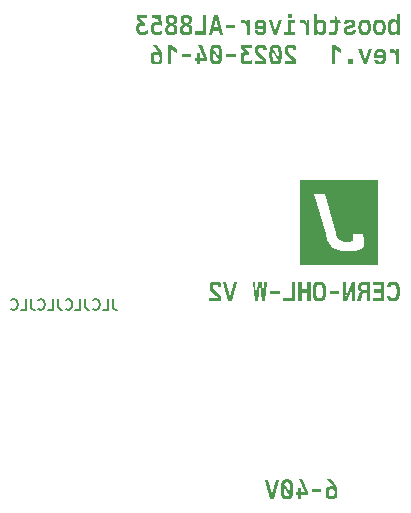
<source format=gbo>
G04 #@! TF.GenerationSoftware,KiCad,Pcbnew,(7.0.0)*
G04 #@! TF.CreationDate,2023-04-23T17:00:46-07:00*
G04 #@! TF.ProjectId,boostdriver-al8853,626f6f73-7464-4726-9976-65722d616c38,1*
G04 #@! TF.SameCoordinates,Original*
G04 #@! TF.FileFunction,Legend,Bot*
G04 #@! TF.FilePolarity,Positive*
%FSLAX46Y46*%
G04 Gerber Fmt 4.6, Leading zero omitted, Abs format (unit mm)*
G04 Created by KiCad (PCBNEW (7.0.0)) date 2023-04-23 17:00:46*
%MOMM*%
%LPD*%
G01*
G04 APERTURE LIST*
G04 Aperture macros list*
%AMRoundRect*
0 Rectangle with rounded corners*
0 $1 Rounding radius*
0 $2 $3 $4 $5 $6 $7 $8 $9 X,Y pos of 4 corners*
0 Add a 4 corners polygon primitive as box body*
4,1,4,$2,$3,$4,$5,$6,$7,$8,$9,$2,$3,0*
0 Add four circle primitives for the rounded corners*
1,1,$1+$1,$2,$3*
1,1,$1+$1,$4,$5*
1,1,$1+$1,$6,$7*
1,1,$1+$1,$8,$9*
0 Add four rect primitives between the rounded corners*
20,1,$1+$1,$2,$3,$4,$5,0*
20,1,$1+$1,$4,$5,$6,$7,0*
20,1,$1+$1,$6,$7,$8,$9,0*
20,1,$1+$1,$8,$9,$2,$3,0*%
G04 Aperture macros list end*
%ADD10C,0.200000*%
%ADD11C,0.300000*%
%ADD12C,2.275000*%
%ADD13R,4.600000X2.000000*%
%ADD14O,4.200000X2.000000*%
%ADD15O,2.000000X4.200000*%
%ADD16C,2.200000*%
%ADD17C,4.000000*%
%ADD18C,1.800000*%
%ADD19C,0.650000*%
%ADD20O,1.000000X2.100000*%
%ADD21O,1.000000X1.800000*%
%ADD22RoundRect,0.600000X-1.400000X-1.400000X1.400000X-1.400000X1.400000X1.400000X-1.400000X1.400000X0*%
%ADD23R,1.700000X1.700000*%
%ADD24O,1.700000X1.700000*%
G04 APERTURE END LIST*
D10*
X144828571Y-91554142D02*
X144828571Y-92197000D01*
X144828571Y-92197000D02*
X144871428Y-92325571D01*
X144871428Y-92325571D02*
X144957142Y-92411285D01*
X144957142Y-92411285D02*
X145085714Y-92454142D01*
X145085714Y-92454142D02*
X145171428Y-92454142D01*
X143971428Y-92454142D02*
X144400000Y-92454142D01*
X144400000Y-92454142D02*
X144400000Y-91554142D01*
X143157143Y-92368428D02*
X143200000Y-92411285D01*
X143200000Y-92411285D02*
X143328572Y-92454142D01*
X143328572Y-92454142D02*
X143414286Y-92454142D01*
X143414286Y-92454142D02*
X143542857Y-92411285D01*
X143542857Y-92411285D02*
X143628572Y-92325571D01*
X143628572Y-92325571D02*
X143671429Y-92239857D01*
X143671429Y-92239857D02*
X143714286Y-92068428D01*
X143714286Y-92068428D02*
X143714286Y-91939857D01*
X143714286Y-91939857D02*
X143671429Y-91768428D01*
X143671429Y-91768428D02*
X143628572Y-91682714D01*
X143628572Y-91682714D02*
X143542857Y-91597000D01*
X143542857Y-91597000D02*
X143414286Y-91554142D01*
X143414286Y-91554142D02*
X143328572Y-91554142D01*
X143328572Y-91554142D02*
X143200000Y-91597000D01*
X143200000Y-91597000D02*
X143157143Y-91639857D01*
X142514286Y-91554142D02*
X142514286Y-92197000D01*
X142514286Y-92197000D02*
X142557143Y-92325571D01*
X142557143Y-92325571D02*
X142642857Y-92411285D01*
X142642857Y-92411285D02*
X142771429Y-92454142D01*
X142771429Y-92454142D02*
X142857143Y-92454142D01*
X141657143Y-92454142D02*
X142085715Y-92454142D01*
X142085715Y-92454142D02*
X142085715Y-91554142D01*
X140842858Y-92368428D02*
X140885715Y-92411285D01*
X140885715Y-92411285D02*
X141014287Y-92454142D01*
X141014287Y-92454142D02*
X141100001Y-92454142D01*
X141100001Y-92454142D02*
X141228572Y-92411285D01*
X141228572Y-92411285D02*
X141314287Y-92325571D01*
X141314287Y-92325571D02*
X141357144Y-92239857D01*
X141357144Y-92239857D02*
X141400001Y-92068428D01*
X141400001Y-92068428D02*
X141400001Y-91939857D01*
X141400001Y-91939857D02*
X141357144Y-91768428D01*
X141357144Y-91768428D02*
X141314287Y-91682714D01*
X141314287Y-91682714D02*
X141228572Y-91597000D01*
X141228572Y-91597000D02*
X141100001Y-91554142D01*
X141100001Y-91554142D02*
X141014287Y-91554142D01*
X141014287Y-91554142D02*
X140885715Y-91597000D01*
X140885715Y-91597000D02*
X140842858Y-91639857D01*
X140200001Y-91554142D02*
X140200001Y-92197000D01*
X140200001Y-92197000D02*
X140242858Y-92325571D01*
X140242858Y-92325571D02*
X140328572Y-92411285D01*
X140328572Y-92411285D02*
X140457144Y-92454142D01*
X140457144Y-92454142D02*
X140542858Y-92454142D01*
X139342858Y-92454142D02*
X139771430Y-92454142D01*
X139771430Y-92454142D02*
X139771430Y-91554142D01*
X138528573Y-92368428D02*
X138571430Y-92411285D01*
X138571430Y-92411285D02*
X138700002Y-92454142D01*
X138700002Y-92454142D02*
X138785716Y-92454142D01*
X138785716Y-92454142D02*
X138914287Y-92411285D01*
X138914287Y-92411285D02*
X139000002Y-92325571D01*
X139000002Y-92325571D02*
X139042859Y-92239857D01*
X139042859Y-92239857D02*
X139085716Y-92068428D01*
X139085716Y-92068428D02*
X139085716Y-91939857D01*
X139085716Y-91939857D02*
X139042859Y-91768428D01*
X139042859Y-91768428D02*
X139000002Y-91682714D01*
X139000002Y-91682714D02*
X138914287Y-91597000D01*
X138914287Y-91597000D02*
X138785716Y-91554142D01*
X138785716Y-91554142D02*
X138700002Y-91554142D01*
X138700002Y-91554142D02*
X138571430Y-91597000D01*
X138571430Y-91597000D02*
X138528573Y-91639857D01*
X137885716Y-91554142D02*
X137885716Y-92197000D01*
X137885716Y-92197000D02*
X137928573Y-92325571D01*
X137928573Y-92325571D02*
X138014287Y-92411285D01*
X138014287Y-92411285D02*
X138142859Y-92454142D01*
X138142859Y-92454142D02*
X138228573Y-92454142D01*
X137028573Y-92454142D02*
X137457145Y-92454142D01*
X137457145Y-92454142D02*
X137457145Y-91554142D01*
X136214288Y-92368428D02*
X136257145Y-92411285D01*
X136257145Y-92411285D02*
X136385717Y-92454142D01*
X136385717Y-92454142D02*
X136471431Y-92454142D01*
X136471431Y-92454142D02*
X136600002Y-92411285D01*
X136600002Y-92411285D02*
X136685717Y-92325571D01*
X136685717Y-92325571D02*
X136728574Y-92239857D01*
X136728574Y-92239857D02*
X136771431Y-92068428D01*
X136771431Y-92068428D02*
X136771431Y-91939857D01*
X136771431Y-91939857D02*
X136728574Y-91768428D01*
X136728574Y-91768428D02*
X136685717Y-91682714D01*
X136685717Y-91682714D02*
X136600002Y-91597000D01*
X136600002Y-91597000D02*
X136471431Y-91554142D01*
X136471431Y-91554142D02*
X136385717Y-91554142D01*
X136385717Y-91554142D02*
X136257145Y-91597000D01*
X136257145Y-91597000D02*
X136214288Y-91639857D01*
D11*
G36*
X169073028Y-71661001D02*
G01*
X168820969Y-71661001D01*
X168820969Y-71053129D01*
X168819652Y-71024823D01*
X168815843Y-70996144D01*
X168809752Y-70967373D01*
X168801592Y-70938790D01*
X168791576Y-70910673D01*
X168779915Y-70883304D01*
X168766820Y-70856961D01*
X168752505Y-70831924D01*
X168737181Y-70808474D01*
X168721060Y-70786890D01*
X168704354Y-70767452D01*
X168687275Y-70750439D01*
X168670035Y-70736131D01*
X168652846Y-70724809D01*
X168635920Y-70716752D01*
X168619469Y-70712239D01*
X168604399Y-70710070D01*
X168588360Y-70708082D01*
X168571426Y-70706282D01*
X168553667Y-70704675D01*
X168535154Y-70703267D01*
X168515959Y-70702065D01*
X168496153Y-70701074D01*
X168475809Y-70700302D01*
X168454996Y-70699753D01*
X168433786Y-70699434D01*
X168412251Y-70699351D01*
X168390463Y-70699510D01*
X168368492Y-70699918D01*
X168346410Y-70700579D01*
X168324288Y-70701501D01*
X168302198Y-70702689D01*
X168302198Y-70417023D01*
X168321186Y-70416324D01*
X168342244Y-70415638D01*
X168357089Y-70415193D01*
X168372340Y-70414763D01*
X168387792Y-70414352D01*
X168403238Y-70413962D01*
X168418473Y-70413597D01*
X168433291Y-70413262D01*
X168454288Y-70412822D01*
X168473192Y-70412468D01*
X168489310Y-70412213D01*
X168505265Y-70412047D01*
X168508094Y-70412040D01*
X168524508Y-70412048D01*
X168539922Y-70412105D01*
X168567987Y-70412562D01*
X168592760Y-70413800D01*
X168614712Y-70416212D01*
X168634313Y-70420188D01*
X168652035Y-70426119D01*
X168668347Y-70434397D01*
X168683720Y-70445413D01*
X168698626Y-70459557D01*
X168713534Y-70477221D01*
X168728915Y-70498796D01*
X168745241Y-70524673D01*
X168753905Y-70539347D01*
X168762981Y-70555243D01*
X168772529Y-70572410D01*
X168782606Y-70590897D01*
X168793273Y-70610753D01*
X168804588Y-70632027D01*
X168816609Y-70654767D01*
X168829396Y-70679022D01*
X168852477Y-70679022D01*
X168841852Y-70412040D01*
X169073028Y-70412040D01*
X169073028Y-71661001D01*
G37*
G36*
X167495007Y-70385899D02*
G01*
X167529239Y-70387220D01*
X167561920Y-70389470D01*
X167593078Y-70392684D01*
X167622743Y-70396902D01*
X167650943Y-70402162D01*
X167677708Y-70408502D01*
X167703066Y-70415959D01*
X167727048Y-70424572D01*
X167749681Y-70434378D01*
X167770996Y-70445416D01*
X167791021Y-70457723D01*
X167809785Y-70471339D01*
X167827318Y-70486300D01*
X167843648Y-70502644D01*
X167858805Y-70520411D01*
X167872818Y-70539637D01*
X167885716Y-70560361D01*
X167897528Y-70582621D01*
X167908283Y-70606454D01*
X167918010Y-70631899D01*
X167926739Y-70658994D01*
X167934499Y-70687777D01*
X167941317Y-70718286D01*
X167947225Y-70750558D01*
X167952251Y-70784633D01*
X167956423Y-70820547D01*
X167959772Y-70858339D01*
X167962325Y-70898047D01*
X167964113Y-70939709D01*
X167965165Y-70983363D01*
X167965509Y-71029047D01*
X167965153Y-71075687D01*
X167964065Y-71120263D01*
X167962215Y-71162813D01*
X167959573Y-71203377D01*
X167956110Y-71241991D01*
X167951794Y-71278695D01*
X167946597Y-71313526D01*
X167940487Y-71346522D01*
X167933436Y-71377723D01*
X167925413Y-71407165D01*
X167916388Y-71434889D01*
X167906332Y-71460930D01*
X167895213Y-71485329D01*
X167883003Y-71508123D01*
X167869671Y-71529350D01*
X167855187Y-71549049D01*
X167839522Y-71567257D01*
X167822645Y-71584014D01*
X167804526Y-71599357D01*
X167785135Y-71613325D01*
X167764443Y-71625955D01*
X167742419Y-71637287D01*
X167719034Y-71647358D01*
X167694256Y-71656206D01*
X167668057Y-71663870D01*
X167640407Y-71670389D01*
X167611275Y-71675799D01*
X167580631Y-71680140D01*
X167548446Y-71683450D01*
X167514689Y-71685767D01*
X167479331Y-71687129D01*
X167442341Y-71687574D01*
X167413247Y-71687299D01*
X167385366Y-71686458D01*
X167358672Y-71685028D01*
X167333137Y-71682987D01*
X167308734Y-71680309D01*
X167285435Y-71676974D01*
X167263214Y-71672956D01*
X167242043Y-71668234D01*
X167221894Y-71662784D01*
X167202742Y-71656583D01*
X167184557Y-71649607D01*
X167167314Y-71641833D01*
X167150985Y-71633239D01*
X167135543Y-71623801D01*
X167120960Y-71613496D01*
X167107209Y-71602300D01*
X167094263Y-71590190D01*
X167082095Y-71577144D01*
X167070678Y-71563138D01*
X167059984Y-71548149D01*
X167049986Y-71532154D01*
X167040656Y-71515129D01*
X167031969Y-71497052D01*
X167023896Y-71477898D01*
X167016409Y-71457646D01*
X167009483Y-71436271D01*
X167003089Y-71413751D01*
X166997201Y-71390062D01*
X166991791Y-71365181D01*
X166986832Y-71339086D01*
X166982296Y-71311752D01*
X166978157Y-71283157D01*
X167238642Y-71283157D01*
X167245124Y-71305270D01*
X167251997Y-71325414D01*
X167259360Y-71343664D01*
X167267310Y-71360094D01*
X167275948Y-71374781D01*
X167285371Y-71387798D01*
X167301195Y-71404356D01*
X167319342Y-71417579D01*
X167332895Y-71424666D01*
X167347728Y-71430457D01*
X167363939Y-71435027D01*
X167381627Y-71438452D01*
X167400890Y-71440806D01*
X167421828Y-71442163D01*
X167444539Y-71442599D01*
X167461882Y-71442404D01*
X167478477Y-71441809D01*
X167494340Y-71440794D01*
X167509486Y-71439340D01*
X167537690Y-71435039D01*
X167563218Y-71428754D01*
X167586196Y-71420333D01*
X167606750Y-71409623D01*
X167625007Y-71396474D01*
X167641093Y-71380732D01*
X167655136Y-71362246D01*
X167667263Y-71340863D01*
X167677598Y-71316432D01*
X167686271Y-71288801D01*
X167693406Y-71257817D01*
X167696437Y-71241021D01*
X167699131Y-71223329D01*
X167701504Y-71204723D01*
X167703572Y-71185184D01*
X167705350Y-71164693D01*
X167706856Y-71143230D01*
X166961304Y-71143230D01*
X166960311Y-71089912D01*
X166960098Y-71038925D01*
X166960693Y-70990226D01*
X166962127Y-70943774D01*
X166963521Y-70916939D01*
X167211531Y-70916939D01*
X167705024Y-70916939D01*
X167704801Y-70896647D01*
X167704131Y-70877256D01*
X167703009Y-70858748D01*
X167701433Y-70841107D01*
X167699400Y-70824316D01*
X167693945Y-70793216D01*
X167686620Y-70765315D01*
X167677396Y-70740478D01*
X167666247Y-70718570D01*
X167653147Y-70699458D01*
X167638067Y-70683006D01*
X167620983Y-70669080D01*
X167601865Y-70657546D01*
X167580689Y-70648270D01*
X167557427Y-70641116D01*
X167532051Y-70635952D01*
X167504537Y-70632641D01*
X167474855Y-70631050D01*
X167459193Y-70630857D01*
X167442785Y-70631050D01*
X167427010Y-70631639D01*
X167411859Y-70632641D01*
X167383403Y-70635952D01*
X167357361Y-70641116D01*
X167333672Y-70648270D01*
X167312279Y-70657546D01*
X167293123Y-70669080D01*
X167276145Y-70683006D01*
X167261288Y-70699458D01*
X167248492Y-70718570D01*
X167237699Y-70740478D01*
X167228851Y-70765315D01*
X167221889Y-70793216D01*
X167216755Y-70824316D01*
X167214855Y-70841107D01*
X167213390Y-70858748D01*
X167212352Y-70877256D01*
X167211735Y-70896647D01*
X167211531Y-70916939D01*
X166963521Y-70916939D01*
X166964426Y-70899526D01*
X166967621Y-70857442D01*
X166971740Y-70817478D01*
X166976812Y-70779594D01*
X166982865Y-70743748D01*
X166989929Y-70709897D01*
X166998032Y-70678000D01*
X167007202Y-70648016D01*
X167017470Y-70619901D01*
X167028862Y-70593615D01*
X167041409Y-70569116D01*
X167055140Y-70546362D01*
X167070081Y-70525310D01*
X167086264Y-70505920D01*
X167103715Y-70488149D01*
X167122465Y-70471956D01*
X167142542Y-70457298D01*
X167163975Y-70444135D01*
X167186792Y-70432423D01*
X167211022Y-70422122D01*
X167236694Y-70413190D01*
X167263837Y-70405584D01*
X167292480Y-70399263D01*
X167322651Y-70394185D01*
X167354379Y-70390308D01*
X167387693Y-70387590D01*
X167422621Y-70385991D01*
X167459193Y-70385467D01*
X167495007Y-70385899D01*
G37*
G36*
X166326395Y-71661001D02*
G01*
X166078733Y-71661001D01*
X165627006Y-70412040D01*
X165893719Y-70412040D01*
X166194138Y-71311391D01*
X166210990Y-71311391D01*
X166511043Y-70412040D01*
X166777756Y-70412040D01*
X166326395Y-71661001D01*
G37*
G36*
X165143039Y-71661001D02*
G01*
X164744068Y-71661001D01*
X164744068Y-71225442D01*
X165143039Y-71225442D01*
X165143039Y-71661001D01*
G37*
G36*
X163682711Y-71661001D02*
G01*
X163422226Y-71661001D01*
X163422226Y-70040010D01*
X163682711Y-70040010D01*
X164134438Y-70385467D01*
X164134438Y-70703935D01*
X163756350Y-70436123D01*
X163674284Y-70360554D01*
X163682711Y-70508370D01*
X163682711Y-71661001D01*
G37*
G36*
X160359316Y-71267794D02*
G01*
X160359316Y-71661001D01*
X159376727Y-71661001D01*
X159376727Y-71394434D01*
X160088572Y-71394434D01*
X160088572Y-71373258D01*
X160063582Y-71353346D01*
X160039424Y-71333997D01*
X160016066Y-71315184D01*
X159993477Y-71296877D01*
X159971627Y-71279048D01*
X159950484Y-71261671D01*
X159930016Y-71244715D01*
X159910193Y-71228154D01*
X159890984Y-71211959D01*
X159872356Y-71196102D01*
X159854280Y-71180555D01*
X159836723Y-71165290D01*
X159819656Y-71150278D01*
X159803045Y-71135492D01*
X159786861Y-71120903D01*
X159771072Y-71106484D01*
X159755647Y-71092205D01*
X159740554Y-71078040D01*
X159725763Y-71063959D01*
X159711242Y-71049935D01*
X159696961Y-71035940D01*
X159682887Y-71021945D01*
X159668990Y-71007923D01*
X159655238Y-70993844D01*
X159641601Y-70979682D01*
X159628046Y-70965408D01*
X159614544Y-70950993D01*
X159601063Y-70936410D01*
X159587570Y-70921631D01*
X159574037Y-70906627D01*
X159560430Y-70891370D01*
X159546720Y-70875833D01*
X159535939Y-70863390D01*
X159525640Y-70851192D01*
X159506453Y-70827438D01*
X159489086Y-70804390D01*
X159473464Y-70781865D01*
X159459515Y-70759681D01*
X159447164Y-70737655D01*
X159436338Y-70715604D01*
X159426964Y-70693347D01*
X159418969Y-70670700D01*
X159412278Y-70647482D01*
X159406818Y-70623510D01*
X159402515Y-70598601D01*
X159399297Y-70572572D01*
X159397089Y-70545243D01*
X159395818Y-70516429D01*
X159395411Y-70485948D01*
X159395742Y-70452445D01*
X159396754Y-70420428D01*
X159398476Y-70389868D01*
X159400935Y-70360739D01*
X159404161Y-70333012D01*
X159408182Y-70306660D01*
X159413026Y-70281655D01*
X159418721Y-70257970D01*
X159425297Y-70235577D01*
X159432781Y-70214448D01*
X159441202Y-70194555D01*
X159450589Y-70175872D01*
X159460970Y-70158369D01*
X159472373Y-70142020D01*
X159484827Y-70126797D01*
X159498360Y-70112672D01*
X159513000Y-70099617D01*
X159528777Y-70087605D01*
X159545719Y-70076609D01*
X159563853Y-70066599D01*
X159583209Y-70057550D01*
X159603815Y-70049433D01*
X159625699Y-70042220D01*
X159648890Y-70035883D01*
X159673416Y-70030396D01*
X159699305Y-70025731D01*
X159726587Y-70021859D01*
X159755290Y-70018753D01*
X159785441Y-70016385D01*
X159817070Y-70014728D01*
X159850205Y-70013754D01*
X159884874Y-70013436D01*
X159919355Y-70013762D01*
X159952340Y-70014757D01*
X159983856Y-70016448D01*
X160013934Y-70018864D01*
X160042603Y-70022030D01*
X160069892Y-70025974D01*
X160095830Y-70030723D01*
X160120446Y-70036305D01*
X160143770Y-70042746D01*
X160165831Y-70050074D01*
X160186659Y-70058315D01*
X160206281Y-70067497D01*
X160224729Y-70077647D01*
X160242030Y-70088793D01*
X160258215Y-70100960D01*
X160273312Y-70114177D01*
X160287350Y-70128470D01*
X160300360Y-70143868D01*
X160312370Y-70160396D01*
X160323409Y-70178082D01*
X160333507Y-70196953D01*
X160342693Y-70217036D01*
X160350996Y-70238359D01*
X160358446Y-70260948D01*
X160365071Y-70284831D01*
X160370901Y-70310035D01*
X160375965Y-70336587D01*
X160380293Y-70364514D01*
X160383913Y-70393843D01*
X160386856Y-70424602D01*
X160389149Y-70456817D01*
X160390823Y-70490516D01*
X160122278Y-70490516D01*
X160119752Y-70460063D01*
X160116085Y-70432320D01*
X160111165Y-70407184D01*
X160104881Y-70384552D01*
X160097123Y-70364321D01*
X160087779Y-70346389D01*
X160076738Y-70330652D01*
X160063889Y-70317008D01*
X160049120Y-70305355D01*
X160032322Y-70295588D01*
X160013382Y-70287607D01*
X159992190Y-70281307D01*
X159968634Y-70276586D01*
X159942604Y-70273341D01*
X159913988Y-70271469D01*
X159898676Y-70271016D01*
X159882676Y-70270868D01*
X159866688Y-70271010D01*
X159851415Y-70271444D01*
X159822957Y-70273237D01*
X159797193Y-70276345D01*
X159774014Y-70280865D01*
X159753313Y-70286897D01*
X159734981Y-70294537D01*
X159718909Y-70303885D01*
X159704989Y-70315036D01*
X159693113Y-70328090D01*
X159683172Y-70343145D01*
X159675058Y-70360298D01*
X159668662Y-70379647D01*
X159663876Y-70401291D01*
X159660592Y-70425326D01*
X159658701Y-70451852D01*
X159658094Y-70480966D01*
X159658554Y-70505449D01*
X159659995Y-70527941D01*
X159662509Y-70548726D01*
X159666189Y-70568090D01*
X159671128Y-70586318D01*
X159677417Y-70603695D01*
X159685149Y-70620508D01*
X159694416Y-70637040D01*
X159705311Y-70653578D01*
X159717926Y-70670407D01*
X159727337Y-70681929D01*
X159747866Y-70704999D01*
X159758539Y-70716720D01*
X159769534Y-70728612D01*
X159780889Y-70740706D01*
X159792640Y-70753039D01*
X159804824Y-70765642D01*
X159817480Y-70778550D01*
X159830644Y-70791797D01*
X159844353Y-70805416D01*
X159858645Y-70819442D01*
X159873557Y-70833909D01*
X159889127Y-70848849D01*
X159905390Y-70864297D01*
X159922385Y-70880287D01*
X159940149Y-70896853D01*
X159958719Y-70914028D01*
X159978132Y-70931847D01*
X159998426Y-70950342D01*
X160019638Y-70969549D01*
X160041805Y-70989500D01*
X160064963Y-71010230D01*
X160089152Y-71031772D01*
X160114407Y-71054160D01*
X160140766Y-71077429D01*
X160168266Y-71101612D01*
X160196944Y-71126742D01*
X160226838Y-71152854D01*
X160257985Y-71179981D01*
X160290422Y-71208158D01*
X160324187Y-71237417D01*
X160359316Y-71267794D01*
G37*
G36*
X158641197Y-70027338D02*
G01*
X158669642Y-70027957D01*
X158696766Y-70029028D01*
X158722611Y-70030579D01*
X158747217Y-70032642D01*
X158770625Y-70035248D01*
X158792875Y-70038426D01*
X158814008Y-70042209D01*
X158834066Y-70046626D01*
X158853088Y-70051708D01*
X158871115Y-70057485D01*
X158888189Y-70063989D01*
X158904350Y-70071250D01*
X158919638Y-70079298D01*
X158934094Y-70088164D01*
X158947760Y-70097880D01*
X158960675Y-70108475D01*
X158972881Y-70119980D01*
X158984418Y-70132425D01*
X158995326Y-70145843D01*
X159005648Y-70160262D01*
X159015423Y-70175714D01*
X159024691Y-70192229D01*
X159033495Y-70209838D01*
X159041874Y-70228572D01*
X159049869Y-70248461D01*
X159057521Y-70269536D01*
X159064871Y-70291827D01*
X159071959Y-70315366D01*
X159078827Y-70340182D01*
X159085514Y-70366307D01*
X159092062Y-70393771D01*
X159096423Y-70412353D01*
X159100698Y-70431878D01*
X159104859Y-70452432D01*
X159108880Y-70474102D01*
X159112733Y-70496973D01*
X159116392Y-70521133D01*
X159119830Y-70546667D01*
X159123019Y-70573662D01*
X159125934Y-70602204D01*
X159128548Y-70632380D01*
X159130833Y-70664277D01*
X159131844Y-70680897D01*
X159132762Y-70697979D01*
X159133586Y-70715535D01*
X159134310Y-70733575D01*
X159134932Y-70752109D01*
X159135449Y-70771149D01*
X159135856Y-70790706D01*
X159136151Y-70810789D01*
X159136331Y-70831411D01*
X159136392Y-70852581D01*
X159136325Y-70874594D01*
X159136128Y-70896028D01*
X159135807Y-70916892D01*
X159135367Y-70937194D01*
X159134813Y-70956940D01*
X159134151Y-70976140D01*
X159133385Y-70994801D01*
X159132522Y-71012931D01*
X159131567Y-71030538D01*
X159130524Y-71047630D01*
X159129400Y-71064214D01*
X159126929Y-71095893D01*
X159124196Y-71125638D01*
X159121244Y-71153512D01*
X159118116Y-71179578D01*
X159114855Y-71203900D01*
X159111503Y-71226540D01*
X159108105Y-71247563D01*
X159104702Y-71267031D01*
X159101338Y-71285008D01*
X159098055Y-71301557D01*
X159096458Y-71309315D01*
X159089862Y-71339297D01*
X159083038Y-71367687D01*
X159075953Y-71394530D01*
X159068576Y-71419865D01*
X159060875Y-71443735D01*
X159052819Y-71466183D01*
X159044376Y-71487249D01*
X159035516Y-71506976D01*
X159026205Y-71525406D01*
X159016413Y-71542580D01*
X159006109Y-71558541D01*
X158995260Y-71573330D01*
X158983835Y-71586989D01*
X158971803Y-71599560D01*
X158959132Y-71611086D01*
X158945791Y-71621607D01*
X158931747Y-71631166D01*
X158916970Y-71639805D01*
X158901429Y-71647565D01*
X158885090Y-71654489D01*
X158867924Y-71660618D01*
X158849898Y-71665995D01*
X158830980Y-71670660D01*
X158811140Y-71674657D01*
X158790346Y-71678027D01*
X158768566Y-71680811D01*
X158745769Y-71683052D01*
X158721923Y-71684792D01*
X158696997Y-71686072D01*
X158670959Y-71686934D01*
X158643778Y-71687421D01*
X158615422Y-71687574D01*
X158586351Y-71687408D01*
X158558535Y-71686885D01*
X158531937Y-71685967D01*
X158506523Y-71684614D01*
X158482256Y-71682789D01*
X158459100Y-71680452D01*
X158437021Y-71677567D01*
X158415982Y-71674093D01*
X158395948Y-71669992D01*
X158376882Y-71665227D01*
X158358750Y-71659758D01*
X158341516Y-71653548D01*
X158325143Y-71646557D01*
X158309597Y-71638747D01*
X158294841Y-71630080D01*
X158280840Y-71620517D01*
X158267558Y-71610020D01*
X158254959Y-71598551D01*
X158243008Y-71586070D01*
X158231669Y-71572539D01*
X158220907Y-71557920D01*
X158210685Y-71542175D01*
X158200969Y-71525265D01*
X158191721Y-71507151D01*
X158182908Y-71487795D01*
X158174492Y-71467159D01*
X158166438Y-71445204D01*
X158158711Y-71421891D01*
X158151275Y-71397183D01*
X158144094Y-71371040D01*
X158137133Y-71343425D01*
X158130355Y-71314298D01*
X158124690Y-71287695D01*
X158119499Y-71261384D01*
X158114767Y-71235268D01*
X158110480Y-71209249D01*
X158106622Y-71183230D01*
X158103179Y-71157114D01*
X158100134Y-71130803D01*
X158097474Y-71104200D01*
X158095183Y-71077208D01*
X158093247Y-71049729D01*
X158091649Y-71021667D01*
X158090376Y-70992923D01*
X158089412Y-70963401D01*
X158088742Y-70933003D01*
X158088351Y-70901631D01*
X158088224Y-70869190D01*
X158088282Y-70847599D01*
X158350907Y-70847599D01*
X158350967Y-70868274D01*
X158351143Y-70888342D01*
X158351430Y-70907807D01*
X158351820Y-70926674D01*
X158352309Y-70944949D01*
X158352889Y-70962636D01*
X158353556Y-70979742D01*
X158355121Y-71012228D01*
X158356955Y-71042447D01*
X158359011Y-71070442D01*
X158361238Y-71096253D01*
X158363589Y-71119921D01*
X158366014Y-71141490D01*
X158368465Y-71160998D01*
X158370892Y-71178489D01*
X158374382Y-71201031D01*
X158377545Y-71219265D01*
X158380216Y-71233331D01*
X158385566Y-71261467D01*
X158390815Y-71287082D01*
X158396248Y-71310274D01*
X158402152Y-71331140D01*
X158408811Y-71349777D01*
X158416512Y-71366284D01*
X158425539Y-71380756D01*
X158436178Y-71393292D01*
X158448715Y-71403989D01*
X158463435Y-71412943D01*
X158480624Y-71420253D01*
X158500566Y-71426016D01*
X158523549Y-71430329D01*
X158549857Y-71433289D01*
X158579775Y-71434993D01*
X158596178Y-71435405D01*
X158613590Y-71435540D01*
X158638853Y-71435255D01*
X158661961Y-71434374D01*
X158683024Y-71432852D01*
X158702153Y-71430648D01*
X158719459Y-71427719D01*
X158735055Y-71424023D01*
X158755482Y-71416945D01*
X158772683Y-71407902D01*
X158787033Y-71396748D01*
X158798907Y-71383340D01*
X158808680Y-71367534D01*
X158816727Y-71349188D01*
X158821318Y-71335474D01*
X158357135Y-70669057D01*
X158355710Y-70687424D01*
X158354462Y-70706764D01*
X158353393Y-70727154D01*
X158352510Y-70748674D01*
X158351970Y-70765602D01*
X158351540Y-70783241D01*
X158351218Y-70801624D01*
X158351009Y-70820785D01*
X158350913Y-70840756D01*
X158350907Y-70847599D01*
X158088282Y-70847599D01*
X158088285Y-70846328D01*
X158088468Y-70824132D01*
X158088768Y-70802586D01*
X158089182Y-70781675D01*
X158089706Y-70761385D01*
X158090337Y-70741698D01*
X158091071Y-70722601D01*
X158091904Y-70704078D01*
X158092834Y-70686112D01*
X158093856Y-70668690D01*
X158094967Y-70651796D01*
X158097442Y-70619528D01*
X158100231Y-70589187D01*
X158103303Y-70560649D01*
X158106633Y-70533791D01*
X158110189Y-70508491D01*
X158113946Y-70484626D01*
X158117873Y-70462073D01*
X158121943Y-70440709D01*
X158126126Y-70420411D01*
X158127973Y-70412040D01*
X158390840Y-70412040D01*
X158863450Y-71090498D01*
X158865143Y-71073344D01*
X158866710Y-71055260D01*
X158868143Y-71036212D01*
X158869433Y-71016168D01*
X158870571Y-70995095D01*
X158871548Y-70972960D01*
X158872354Y-70949731D01*
X158872981Y-70925373D01*
X158873296Y-70908492D01*
X158873523Y-70891086D01*
X158873662Y-70873144D01*
X158873709Y-70854657D01*
X158873655Y-70835329D01*
X158873496Y-70816574D01*
X158873238Y-70798384D01*
X158872885Y-70780748D01*
X158872442Y-70763656D01*
X158871306Y-70731066D01*
X158869870Y-70700535D01*
X158868171Y-70671983D01*
X158866251Y-70645333D01*
X158864147Y-70620504D01*
X158861899Y-70597417D01*
X158859546Y-70575994D01*
X158857127Y-70556155D01*
X158854682Y-70537822D01*
X158852249Y-70520915D01*
X158848709Y-70498056D01*
X158845418Y-70477961D01*
X158844399Y-70471831D01*
X158838938Y-70443597D01*
X158833388Y-70418133D01*
X158827517Y-70395307D01*
X158821089Y-70374989D01*
X158813872Y-70357048D01*
X158805631Y-70341353D01*
X158796131Y-70327773D01*
X158785140Y-70316178D01*
X158772423Y-70306437D01*
X158757746Y-70298419D01*
X158740875Y-70291993D01*
X158721576Y-70287029D01*
X158699615Y-70283395D01*
X158674758Y-70280962D01*
X158646772Y-70279598D01*
X158631532Y-70279276D01*
X158615422Y-70279172D01*
X158587941Y-70279483D01*
X158562841Y-70280471D01*
X158539996Y-70282218D01*
X158519280Y-70284810D01*
X158500567Y-70288328D01*
X158483730Y-70292857D01*
X158468644Y-70298479D01*
X158455183Y-70305279D01*
X158437761Y-70317866D01*
X158423285Y-70333571D01*
X158411329Y-70352674D01*
X158404548Y-70367435D01*
X158398572Y-70383915D01*
X158393274Y-70402198D01*
X158390840Y-70412040D01*
X158127973Y-70412040D01*
X158130396Y-70401057D01*
X158132554Y-70391695D01*
X158139101Y-70364237D01*
X158145788Y-70338129D01*
X158152654Y-70313341D01*
X158159740Y-70289840D01*
X158167087Y-70267596D01*
X158174734Y-70246576D01*
X158182722Y-70226750D01*
X158191092Y-70208086D01*
X158199883Y-70190553D01*
X158209137Y-70174119D01*
X158218893Y-70158753D01*
X158229192Y-70144423D01*
X158240075Y-70131099D01*
X158251581Y-70118748D01*
X158263751Y-70107339D01*
X158276626Y-70096842D01*
X158290246Y-70087224D01*
X158304651Y-70078454D01*
X158319882Y-70070500D01*
X158335979Y-70063332D01*
X158352982Y-70056918D01*
X158370932Y-70051226D01*
X158389869Y-70046225D01*
X158409834Y-70041885D01*
X158430867Y-70038172D01*
X158453008Y-70035056D01*
X158476298Y-70032506D01*
X158500777Y-70030490D01*
X158526485Y-70028976D01*
X158553464Y-70027934D01*
X158581752Y-70027332D01*
X158611392Y-70027138D01*
X158641197Y-70027338D01*
G37*
G36*
X157841660Y-71267794D02*
G01*
X157841660Y-71661001D01*
X156859071Y-71661001D01*
X156859071Y-71394434D01*
X157570917Y-71394434D01*
X157570917Y-71373258D01*
X157545927Y-71353346D01*
X157521768Y-71333997D01*
X157498411Y-71315184D01*
X157475822Y-71296877D01*
X157453972Y-71279048D01*
X157432828Y-71261671D01*
X157412361Y-71244715D01*
X157392538Y-71228154D01*
X157373328Y-71211959D01*
X157354701Y-71196102D01*
X157336625Y-71180555D01*
X157319068Y-71165290D01*
X157302000Y-71150278D01*
X157285390Y-71135492D01*
X157269206Y-71120903D01*
X157253417Y-71106484D01*
X157237991Y-71092205D01*
X157222899Y-71078040D01*
X157208108Y-71063959D01*
X157193587Y-71049935D01*
X157179305Y-71035940D01*
X157165231Y-71021945D01*
X157151334Y-71007923D01*
X157137583Y-70993844D01*
X157123945Y-70979682D01*
X157110391Y-70965408D01*
X157096889Y-70950993D01*
X157083407Y-70936410D01*
X157069915Y-70921631D01*
X157056382Y-70906627D01*
X157042775Y-70891370D01*
X157029064Y-70875833D01*
X157018283Y-70863390D01*
X157007985Y-70851192D01*
X156988798Y-70827438D01*
X156971430Y-70804390D01*
X156955809Y-70781865D01*
X156941859Y-70759681D01*
X156929508Y-70737655D01*
X156918683Y-70715604D01*
X156909309Y-70693347D01*
X156901313Y-70670700D01*
X156894622Y-70647482D01*
X156889162Y-70623510D01*
X156884860Y-70598601D01*
X156881642Y-70572572D01*
X156879434Y-70545243D01*
X156878163Y-70516429D01*
X156877756Y-70485948D01*
X156878087Y-70452445D01*
X156879099Y-70420428D01*
X156880821Y-70389868D01*
X156883280Y-70360739D01*
X156886506Y-70333012D01*
X156890526Y-70306660D01*
X156895370Y-70281655D01*
X156901066Y-70257970D01*
X156907642Y-70235577D01*
X156915126Y-70214448D01*
X156923547Y-70194555D01*
X156932934Y-70175872D01*
X156943314Y-70158369D01*
X156954717Y-70142020D01*
X156967171Y-70126797D01*
X156980704Y-70112672D01*
X156995345Y-70099617D01*
X157011122Y-70087605D01*
X157028063Y-70076609D01*
X157046198Y-70066599D01*
X157065554Y-70057550D01*
X157086159Y-70049433D01*
X157108043Y-70042220D01*
X157131234Y-70035883D01*
X157155760Y-70030396D01*
X157181650Y-70025731D01*
X157208932Y-70021859D01*
X157237634Y-70018753D01*
X157267786Y-70016385D01*
X157299415Y-70014728D01*
X157332550Y-70013754D01*
X157367219Y-70013436D01*
X157401700Y-70013762D01*
X157434684Y-70014757D01*
X157466201Y-70016448D01*
X157496279Y-70018864D01*
X157524948Y-70022030D01*
X157552237Y-70025974D01*
X157578174Y-70030723D01*
X157602791Y-70036305D01*
X157626115Y-70042746D01*
X157648176Y-70050074D01*
X157669003Y-70058315D01*
X157688626Y-70067497D01*
X157707073Y-70077647D01*
X157724375Y-70088793D01*
X157740559Y-70100960D01*
X157755656Y-70114177D01*
X157769695Y-70128470D01*
X157782705Y-70143868D01*
X157794715Y-70160396D01*
X157805754Y-70178082D01*
X157815852Y-70196953D01*
X157825038Y-70217036D01*
X157833341Y-70238359D01*
X157840790Y-70260948D01*
X157847415Y-70284831D01*
X157853246Y-70310035D01*
X157858310Y-70336587D01*
X157862638Y-70364514D01*
X157866258Y-70393843D01*
X157869200Y-70424602D01*
X157871494Y-70456817D01*
X157873168Y-70490516D01*
X157604623Y-70490516D01*
X157602097Y-70460063D01*
X157598430Y-70432320D01*
X157593510Y-70407184D01*
X157587226Y-70384552D01*
X157579468Y-70364321D01*
X157570124Y-70346389D01*
X157559082Y-70330652D01*
X157546233Y-70317008D01*
X157531465Y-70305355D01*
X157514667Y-70295588D01*
X157495727Y-70287607D01*
X157474535Y-70281307D01*
X157450979Y-70276586D01*
X157424949Y-70273341D01*
X157396333Y-70271469D01*
X157381021Y-70271016D01*
X157365020Y-70270868D01*
X157349033Y-70271010D01*
X157333760Y-70271444D01*
X157305302Y-70273237D01*
X157279538Y-70276345D01*
X157256359Y-70280865D01*
X157235658Y-70286897D01*
X157217326Y-70294537D01*
X157201254Y-70303885D01*
X157187334Y-70315036D01*
X157175458Y-70328090D01*
X157165516Y-70343145D01*
X157157402Y-70360298D01*
X157151006Y-70379647D01*
X157146221Y-70401291D01*
X157142936Y-70425326D01*
X157141045Y-70451852D01*
X157140439Y-70480966D01*
X157140899Y-70505449D01*
X157142340Y-70527941D01*
X157144854Y-70548726D01*
X157148534Y-70568090D01*
X157153473Y-70586318D01*
X157159762Y-70603695D01*
X157167493Y-70620508D01*
X157176761Y-70637040D01*
X157187656Y-70653578D01*
X157200271Y-70670407D01*
X157209682Y-70681929D01*
X157230211Y-70704999D01*
X157240884Y-70716720D01*
X157251879Y-70728612D01*
X157263233Y-70740706D01*
X157274984Y-70753039D01*
X157287169Y-70765642D01*
X157299825Y-70778550D01*
X157312989Y-70791797D01*
X157326698Y-70805416D01*
X157340990Y-70819442D01*
X157355902Y-70833909D01*
X157371471Y-70848849D01*
X157387735Y-70864297D01*
X157404730Y-70880287D01*
X157422494Y-70896853D01*
X157441064Y-70914028D01*
X157460477Y-70931847D01*
X157480771Y-70950342D01*
X157501983Y-70969549D01*
X157524149Y-70989500D01*
X157547308Y-71010230D01*
X157571497Y-71031772D01*
X157596752Y-71054160D01*
X157623111Y-71077429D01*
X157650611Y-71101612D01*
X157679289Y-71126742D01*
X157709183Y-71152854D01*
X157740330Y-71179981D01*
X157772767Y-71208158D01*
X157806531Y-71237417D01*
X157841660Y-71267794D01*
G37*
G36*
X156202913Y-71687574D02*
G01*
X156164925Y-71687159D01*
X156128500Y-71685898D01*
X156093614Y-71683766D01*
X156060245Y-71680741D01*
X156028368Y-71676798D01*
X155997961Y-71671913D01*
X155968999Y-71666063D01*
X155941461Y-71659223D01*
X155915321Y-71651370D01*
X155890557Y-71642480D01*
X155867145Y-71632528D01*
X155845062Y-71621492D01*
X155824284Y-71609347D01*
X155804789Y-71596069D01*
X155786552Y-71581635D01*
X155769550Y-71566021D01*
X155753760Y-71549202D01*
X155739158Y-71531155D01*
X155725722Y-71511856D01*
X155713427Y-71491281D01*
X155702250Y-71469406D01*
X155692168Y-71446208D01*
X155683157Y-71421662D01*
X155675194Y-71395744D01*
X155668255Y-71368432D01*
X155662318Y-71339700D01*
X155657358Y-71309525D01*
X155653353Y-71277884D01*
X155650278Y-71244752D01*
X155648111Y-71210105D01*
X155646828Y-71173919D01*
X155646406Y-71136171D01*
X155646746Y-71100542D01*
X155647776Y-71066433D01*
X155649508Y-71033825D01*
X155651955Y-71002698D01*
X155655132Y-70973031D01*
X155659051Y-70944807D01*
X155663724Y-70918004D01*
X155669166Y-70892604D01*
X155675389Y-70868586D01*
X155682407Y-70845930D01*
X155690232Y-70824618D01*
X155698879Y-70804630D01*
X155708359Y-70785945D01*
X155718686Y-70768544D01*
X155729874Y-70752407D01*
X155741935Y-70737515D01*
X155754883Y-70723848D01*
X155768730Y-70711387D01*
X155783490Y-70700110D01*
X155799177Y-70690000D01*
X155815802Y-70681036D01*
X155833380Y-70673199D01*
X155851923Y-70666468D01*
X155871445Y-70660824D01*
X155891958Y-70656248D01*
X155913477Y-70652719D01*
X155936014Y-70650219D01*
X155959581Y-70648727D01*
X155984193Y-70648224D01*
X156009863Y-70648689D01*
X156036603Y-70650104D01*
X156064427Y-70652449D01*
X156064427Y-70640823D01*
X155700994Y-70315711D01*
X155700994Y-70040010D01*
X156578803Y-70040010D01*
X156578803Y-70292459D01*
X155990788Y-70292459D01*
X155990788Y-70299518D01*
X156362648Y-70643314D01*
X156362648Y-70919846D01*
X156330847Y-70913674D01*
X156300415Y-70908243D01*
X156271326Y-70903564D01*
X156243558Y-70899645D01*
X156217087Y-70896495D01*
X156191890Y-70894123D01*
X156167943Y-70892540D01*
X156145222Y-70891754D01*
X156123705Y-70891774D01*
X156103367Y-70892610D01*
X156084186Y-70894272D01*
X156066137Y-70896767D01*
X156049198Y-70900106D01*
X156033345Y-70904298D01*
X156018554Y-70909353D01*
X156004801Y-70915278D01*
X155980320Y-70929781D01*
X155959711Y-70947881D01*
X155942789Y-70969651D01*
X155929365Y-70995168D01*
X155919251Y-71024504D01*
X155915376Y-71040627D01*
X155912259Y-71057734D01*
X155909875Y-71075832D01*
X155908201Y-71094931D01*
X155907214Y-71115042D01*
X155906891Y-71136171D01*
X155907120Y-71156231D01*
X155907817Y-71175469D01*
X155908992Y-71193897D01*
X155910659Y-71211526D01*
X155912828Y-71228370D01*
X155918723Y-71259748D01*
X155926773Y-71288130D01*
X155937073Y-71313611D01*
X155949718Y-71336289D01*
X155964805Y-71356263D01*
X155982429Y-71373628D01*
X156002685Y-71388482D01*
X156025669Y-71400923D01*
X156051477Y-71411048D01*
X156080203Y-71418954D01*
X156095691Y-71422106D01*
X156111944Y-71424739D01*
X156128975Y-71426866D01*
X156146795Y-71428499D01*
X156165416Y-71429651D01*
X156184851Y-71430333D01*
X156205111Y-71430557D01*
X156229203Y-71430121D01*
X156252796Y-71428781D01*
X156276031Y-71426487D01*
X156299044Y-71423194D01*
X156321973Y-71418852D01*
X156344956Y-71413413D01*
X156368131Y-71406829D01*
X156391636Y-71399053D01*
X156415610Y-71390036D01*
X156440189Y-71379730D01*
X156465512Y-71368088D01*
X156491717Y-71355060D01*
X156505193Y-71348012D01*
X156518941Y-71340599D01*
X156532979Y-71332817D01*
X156547323Y-71324658D01*
X156561992Y-71316117D01*
X156577001Y-71307187D01*
X156592369Y-71297863D01*
X156608112Y-71288139D01*
X156608112Y-71589999D01*
X156583609Y-71602864D01*
X156559611Y-71614696D01*
X156535985Y-71625524D01*
X156512600Y-71635374D01*
X156489324Y-71644276D01*
X156466026Y-71652257D01*
X156442575Y-71659345D01*
X156418839Y-71665568D01*
X156394686Y-71670954D01*
X156369986Y-71675531D01*
X156344606Y-71679328D01*
X156318415Y-71682371D01*
X156291282Y-71684689D01*
X156263075Y-71686311D01*
X156233662Y-71687263D01*
X156218463Y-71687497D01*
X156202913Y-71687574D01*
G37*
G36*
X155233879Y-71076381D02*
G01*
X154435938Y-71076381D01*
X154435938Y-70814797D01*
X155233879Y-70814797D01*
X155233879Y-71076381D01*
G37*
G36*
X153605887Y-70027338D02*
G01*
X153634332Y-70027957D01*
X153661456Y-70029028D01*
X153687301Y-70030579D01*
X153711906Y-70032642D01*
X153735314Y-70035248D01*
X153757564Y-70038426D01*
X153778698Y-70042209D01*
X153798755Y-70046626D01*
X153817777Y-70051708D01*
X153835805Y-70057485D01*
X153852879Y-70063989D01*
X153869039Y-70071250D01*
X153884327Y-70079298D01*
X153898784Y-70088164D01*
X153912449Y-70097880D01*
X153925365Y-70108475D01*
X153937570Y-70119980D01*
X153949107Y-70132425D01*
X153960016Y-70145843D01*
X153970337Y-70160262D01*
X153980112Y-70175714D01*
X153989381Y-70192229D01*
X153998184Y-70209838D01*
X154006563Y-70228572D01*
X154014559Y-70248461D01*
X154022211Y-70269536D01*
X154029561Y-70291827D01*
X154036649Y-70315366D01*
X154043516Y-70340182D01*
X154050203Y-70366307D01*
X154056751Y-70393771D01*
X154061113Y-70412353D01*
X154065388Y-70431878D01*
X154069549Y-70452432D01*
X154073569Y-70474102D01*
X154077423Y-70496973D01*
X154081081Y-70521133D01*
X154084519Y-70546667D01*
X154087709Y-70573662D01*
X154090624Y-70602204D01*
X154093237Y-70632380D01*
X154095522Y-70664277D01*
X154096533Y-70680897D01*
X154097452Y-70697979D01*
X154098275Y-70715535D01*
X154098999Y-70733575D01*
X154099622Y-70752109D01*
X154100138Y-70771149D01*
X154100546Y-70790706D01*
X154100841Y-70810789D01*
X154101021Y-70831411D01*
X154101081Y-70852581D01*
X154101014Y-70874594D01*
X154100818Y-70896028D01*
X154100497Y-70916892D01*
X154100056Y-70937194D01*
X154099502Y-70956940D01*
X154098840Y-70976140D01*
X154098075Y-70994801D01*
X154097211Y-71012931D01*
X154096256Y-71030538D01*
X154095214Y-71047630D01*
X154094090Y-71064214D01*
X154091618Y-71095893D01*
X154088885Y-71125638D01*
X154085933Y-71153512D01*
X154082805Y-71179578D01*
X154079544Y-71203900D01*
X154076193Y-71226540D01*
X154072794Y-71247563D01*
X154069392Y-71267031D01*
X154066027Y-71285008D01*
X154062745Y-71301557D01*
X154061147Y-71309315D01*
X154054552Y-71339297D01*
X154047727Y-71367687D01*
X154040642Y-71394530D01*
X154033265Y-71419865D01*
X154025564Y-71443735D01*
X154017508Y-71466183D01*
X154009066Y-71487249D01*
X154000205Y-71506976D01*
X153990895Y-71525406D01*
X153981103Y-71542580D01*
X153970798Y-71558541D01*
X153959949Y-71573330D01*
X153948525Y-71586989D01*
X153936493Y-71599560D01*
X153923822Y-71611086D01*
X153910480Y-71621607D01*
X153896437Y-71631166D01*
X153881660Y-71639805D01*
X153866118Y-71647565D01*
X153849780Y-71654489D01*
X153832613Y-71660618D01*
X153814587Y-71665995D01*
X153795670Y-71670660D01*
X153775830Y-71674657D01*
X153755036Y-71678027D01*
X153733256Y-71680811D01*
X153710459Y-71683052D01*
X153686613Y-71684792D01*
X153661687Y-71686072D01*
X153635649Y-71686934D01*
X153608467Y-71687421D01*
X153580111Y-71687574D01*
X153551040Y-71687408D01*
X153523224Y-71686885D01*
X153496627Y-71685967D01*
X153471212Y-71684614D01*
X153446945Y-71682789D01*
X153423790Y-71680452D01*
X153401711Y-71677567D01*
X153380672Y-71674093D01*
X153360637Y-71669992D01*
X153341572Y-71665227D01*
X153323440Y-71659758D01*
X153306205Y-71653548D01*
X153289833Y-71646557D01*
X153274286Y-71638747D01*
X153259530Y-71630080D01*
X153245529Y-71620517D01*
X153232247Y-71610020D01*
X153219648Y-71598551D01*
X153207698Y-71586070D01*
X153196359Y-71572539D01*
X153185597Y-71557920D01*
X153175375Y-71542175D01*
X153165658Y-71525265D01*
X153156411Y-71507151D01*
X153147597Y-71487795D01*
X153139181Y-71467159D01*
X153131128Y-71445204D01*
X153123401Y-71421891D01*
X153115965Y-71397183D01*
X153108784Y-71371040D01*
X153101822Y-71343425D01*
X153095045Y-71314298D01*
X153089379Y-71287695D01*
X153084188Y-71261384D01*
X153079457Y-71235268D01*
X153075170Y-71209249D01*
X153071312Y-71183230D01*
X153067868Y-71157114D01*
X153064824Y-71130803D01*
X153062164Y-71104200D01*
X153059873Y-71077208D01*
X153057936Y-71049729D01*
X153056339Y-71021667D01*
X153055065Y-70992923D01*
X153054101Y-70963401D01*
X153053431Y-70933003D01*
X153053040Y-70901631D01*
X153052913Y-70869190D01*
X153052972Y-70847599D01*
X153315596Y-70847599D01*
X153315656Y-70868274D01*
X153315833Y-70888342D01*
X153316119Y-70907807D01*
X153316510Y-70926674D01*
X153316998Y-70944949D01*
X153317579Y-70962636D01*
X153318245Y-70979742D01*
X153319810Y-71012228D01*
X153321645Y-71042447D01*
X153323700Y-71070442D01*
X153325928Y-71096253D01*
X153328279Y-71119921D01*
X153330704Y-71141490D01*
X153333154Y-71160998D01*
X153335581Y-71178489D01*
X153339071Y-71201031D01*
X153342234Y-71219265D01*
X153344905Y-71233331D01*
X153350255Y-71261467D01*
X153355504Y-71287082D01*
X153360938Y-71310274D01*
X153366841Y-71331140D01*
X153373501Y-71349777D01*
X153381201Y-71366284D01*
X153390228Y-71380756D01*
X153400867Y-71393292D01*
X153413404Y-71403989D01*
X153428124Y-71412943D01*
X153445313Y-71420253D01*
X153465256Y-71426016D01*
X153488239Y-71430329D01*
X153514546Y-71433289D01*
X153544465Y-71434993D01*
X153560867Y-71435405D01*
X153578279Y-71435540D01*
X153603543Y-71435255D01*
X153626650Y-71434374D01*
X153647713Y-71432852D01*
X153666842Y-71430648D01*
X153684149Y-71427719D01*
X153699744Y-71424023D01*
X153720171Y-71416945D01*
X153737372Y-71407902D01*
X153751722Y-71396748D01*
X153763597Y-71383340D01*
X153773370Y-71367534D01*
X153781417Y-71349188D01*
X153786008Y-71335474D01*
X153321824Y-70669057D01*
X153320400Y-70687424D01*
X153319151Y-70706764D01*
X153318083Y-70727154D01*
X153317199Y-70748674D01*
X153316660Y-70765602D01*
X153316229Y-70783241D01*
X153315908Y-70801624D01*
X153315698Y-70820785D01*
X153315603Y-70840756D01*
X153315596Y-70847599D01*
X153052972Y-70847599D01*
X153052975Y-70846328D01*
X153053157Y-70824132D01*
X153053457Y-70802586D01*
X153053871Y-70781675D01*
X153054395Y-70761385D01*
X153055026Y-70741698D01*
X153055760Y-70722601D01*
X153056594Y-70704078D01*
X153057524Y-70686112D01*
X153058546Y-70668690D01*
X153059657Y-70651796D01*
X153062132Y-70619528D01*
X153064920Y-70589187D01*
X153067993Y-70560649D01*
X153071322Y-70533791D01*
X153074879Y-70508491D01*
X153078635Y-70484626D01*
X153082562Y-70462073D01*
X153086632Y-70440709D01*
X153090816Y-70420411D01*
X153092662Y-70412040D01*
X153355530Y-70412040D01*
X153828140Y-71090498D01*
X153829832Y-71073344D01*
X153831399Y-71055260D01*
X153832832Y-71036212D01*
X153834123Y-71016168D01*
X153835260Y-70995095D01*
X153836237Y-70972960D01*
X153837044Y-70949731D01*
X153837671Y-70925373D01*
X153837985Y-70908492D01*
X153838213Y-70891086D01*
X153838351Y-70873144D01*
X153838398Y-70854657D01*
X153838344Y-70835329D01*
X153838186Y-70816574D01*
X153837927Y-70798384D01*
X153837574Y-70780748D01*
X153837131Y-70763656D01*
X153835996Y-70731066D01*
X153834559Y-70700535D01*
X153832861Y-70671983D01*
X153830940Y-70645333D01*
X153828836Y-70620504D01*
X153826588Y-70597417D01*
X153824235Y-70575994D01*
X153821816Y-70556155D01*
X153819371Y-70537822D01*
X153816938Y-70520915D01*
X153813399Y-70498056D01*
X153810108Y-70477961D01*
X153809089Y-70471831D01*
X153803627Y-70443597D01*
X153798078Y-70418133D01*
X153792206Y-70395307D01*
X153785779Y-70374989D01*
X153778561Y-70357048D01*
X153770320Y-70341353D01*
X153760821Y-70327773D01*
X153749829Y-70316178D01*
X153737112Y-70306437D01*
X153722435Y-70298419D01*
X153705564Y-70291993D01*
X153686265Y-70287029D01*
X153664304Y-70283395D01*
X153639448Y-70280962D01*
X153611461Y-70279598D01*
X153596221Y-70279276D01*
X153580111Y-70279172D01*
X153552630Y-70279483D01*
X153527530Y-70280471D01*
X153504685Y-70282218D01*
X153483969Y-70284810D01*
X153465256Y-70288328D01*
X153448420Y-70292857D01*
X153433334Y-70298479D01*
X153419873Y-70305279D01*
X153402451Y-70317866D01*
X153387974Y-70333571D01*
X153376018Y-70352674D01*
X153369237Y-70367435D01*
X153363261Y-70383915D01*
X153357964Y-70402198D01*
X153355530Y-70412040D01*
X153092662Y-70412040D01*
X153095085Y-70401057D01*
X153097243Y-70391695D01*
X153103791Y-70364237D01*
X153110477Y-70338129D01*
X153117344Y-70313341D01*
X153124430Y-70289840D01*
X153131776Y-70267596D01*
X153139423Y-70246576D01*
X153147412Y-70226750D01*
X153155781Y-70208086D01*
X153164573Y-70190553D01*
X153173826Y-70174119D01*
X153183582Y-70158753D01*
X153193882Y-70144423D01*
X153204764Y-70131099D01*
X153216270Y-70118748D01*
X153228441Y-70107339D01*
X153241316Y-70096842D01*
X153254936Y-70087224D01*
X153269341Y-70078454D01*
X153284571Y-70070500D01*
X153300668Y-70063332D01*
X153317671Y-70056918D01*
X153335621Y-70051226D01*
X153354559Y-70046225D01*
X153374524Y-70041885D01*
X153395556Y-70038172D01*
X153417697Y-70035056D01*
X153440987Y-70032506D01*
X153465466Y-70030490D01*
X153491175Y-70028976D01*
X153518153Y-70027934D01*
X153546442Y-70027332D01*
X153576081Y-70027138D01*
X153605887Y-70027338D01*
G37*
G36*
X152821371Y-71368691D02*
G01*
X152239584Y-71368691D01*
X152239584Y-71661001D01*
X151987526Y-71661001D01*
X151987526Y-71368691D01*
X151792254Y-71368691D01*
X151792254Y-71111674D01*
X151987526Y-71111674D01*
X151987526Y-70730509D01*
X152239584Y-70730509D01*
X152239584Y-71111674D01*
X152556489Y-71111674D01*
X152079849Y-70013436D01*
X152361217Y-70013436D01*
X152821371Y-71097557D01*
X152821371Y-71368691D01*
G37*
G36*
X151457397Y-71076381D02*
G01*
X150659455Y-71076381D01*
X150659455Y-70814797D01*
X151457397Y-70814797D01*
X151457397Y-71076381D01*
G37*
G36*
X149797400Y-71661001D02*
G01*
X149536915Y-71661001D01*
X149536915Y-70040010D01*
X149797400Y-70040010D01*
X150249127Y-70385467D01*
X150249127Y-70703935D01*
X149871039Y-70436123D01*
X149788974Y-70360554D01*
X149797400Y-70508370D01*
X149797400Y-71661001D01*
G37*
G36*
X148563081Y-70060519D02*
G01*
X148600298Y-70105843D01*
X148635614Y-70149507D01*
X148669078Y-70191609D01*
X148700733Y-70232251D01*
X148730626Y-70271529D01*
X148758804Y-70309545D01*
X148785313Y-70346398D01*
X148810198Y-70382186D01*
X148833506Y-70417008D01*
X148855282Y-70450965D01*
X148875574Y-70484156D01*
X148894426Y-70516679D01*
X148911886Y-70548635D01*
X148927998Y-70580121D01*
X148942810Y-70611239D01*
X148956366Y-70642086D01*
X148968715Y-70672763D01*
X148979900Y-70703368D01*
X148989970Y-70734001D01*
X148998969Y-70764761D01*
X149006943Y-70795747D01*
X149013939Y-70827059D01*
X149020004Y-70858796D01*
X149025182Y-70891058D01*
X149029520Y-70923943D01*
X149033065Y-70957551D01*
X149035861Y-70991981D01*
X149037956Y-71027332D01*
X149039395Y-71063704D01*
X149040225Y-71101197D01*
X149040491Y-71139908D01*
X149040232Y-71181299D01*
X149039423Y-71220642D01*
X149038021Y-71257987D01*
X149035980Y-71293381D01*
X149033256Y-71326873D01*
X149029805Y-71358511D01*
X149025582Y-71388342D01*
X149020542Y-71416414D01*
X149014640Y-71442776D01*
X149007833Y-71467476D01*
X149000075Y-71490562D01*
X148991322Y-71512082D01*
X148981529Y-71532083D01*
X148970652Y-71550615D01*
X148958646Y-71567724D01*
X148945466Y-71583460D01*
X148931068Y-71597869D01*
X148915407Y-71611001D01*
X148898438Y-71622902D01*
X148880118Y-71633622D01*
X148860400Y-71643209D01*
X148839242Y-71651709D01*
X148816598Y-71659172D01*
X148792423Y-71665646D01*
X148766673Y-71671178D01*
X148739303Y-71675816D01*
X148710269Y-71679609D01*
X148679526Y-71682605D01*
X148647030Y-71684851D01*
X148612735Y-71686396D01*
X148576597Y-71687288D01*
X148538572Y-71687574D01*
X148500914Y-71687295D01*
X148465119Y-71686425D01*
X148431146Y-71684916D01*
X148398949Y-71682721D01*
X148368485Y-71679790D01*
X148339710Y-71676076D01*
X148312580Y-71671531D01*
X148287052Y-71666106D01*
X148263081Y-71659754D01*
X148240623Y-71652426D01*
X148219635Y-71644075D01*
X148200073Y-71634652D01*
X148181893Y-71624108D01*
X148165051Y-71612396D01*
X148149503Y-71599468D01*
X148135205Y-71585276D01*
X148122114Y-71569771D01*
X148110185Y-71552906D01*
X148099375Y-71534631D01*
X148089640Y-71514900D01*
X148080936Y-71493664D01*
X148073219Y-71470874D01*
X148066445Y-71446483D01*
X148060570Y-71420443D01*
X148055551Y-71392705D01*
X148051343Y-71363222D01*
X148047903Y-71331945D01*
X148045187Y-71298825D01*
X148043151Y-71263816D01*
X148041751Y-71226869D01*
X148040943Y-71187935D01*
X148040696Y-71149043D01*
X148284316Y-71149043D01*
X148284449Y-71172655D01*
X148284865Y-71195087D01*
X148285584Y-71216365D01*
X148286630Y-71236520D01*
X148288025Y-71255578D01*
X148289790Y-71273569D01*
X148291949Y-71290521D01*
X148297533Y-71321418D01*
X148304956Y-71348497D01*
X148314395Y-71371984D01*
X148326027Y-71392105D01*
X148340031Y-71409086D01*
X148356583Y-71423154D01*
X148375862Y-71434534D01*
X148398046Y-71443454D01*
X148423311Y-71450140D01*
X148451835Y-71454816D01*
X148467375Y-71456472D01*
X148483797Y-71457711D01*
X148501122Y-71458561D01*
X148519373Y-71459050D01*
X148538572Y-71459207D01*
X148558337Y-71459043D01*
X148577118Y-71458532D01*
X148594937Y-71457644D01*
X148611817Y-71456352D01*
X148627780Y-71454628D01*
X148642849Y-71452441D01*
X148670395Y-71446569D01*
X148694635Y-71438507D01*
X148715750Y-71428027D01*
X148733919Y-71414900D01*
X148749323Y-71398897D01*
X148762143Y-71379790D01*
X148772559Y-71357350D01*
X148780751Y-71331348D01*
X148786899Y-71301556D01*
X148791183Y-71267744D01*
X148792683Y-71249260D01*
X148793785Y-71229685D01*
X148794511Y-71208991D01*
X148794884Y-71187149D01*
X148794927Y-71164131D01*
X148794661Y-71139908D01*
X148794162Y-71118686D01*
X148793407Y-71098521D01*
X148792372Y-71079388D01*
X148791035Y-71061262D01*
X148789373Y-71044118D01*
X148784984Y-71012676D01*
X148779021Y-70984860D01*
X148771304Y-70960468D01*
X148761651Y-70939300D01*
X148749878Y-70921153D01*
X148735806Y-70905827D01*
X148719251Y-70893121D01*
X148700032Y-70882832D01*
X148677966Y-70874760D01*
X148652873Y-70868704D01*
X148624569Y-70864461D01*
X148609157Y-70862957D01*
X148592874Y-70861831D01*
X148575697Y-70861058D01*
X148557604Y-70860613D01*
X148538572Y-70860470D01*
X148519373Y-70860620D01*
X148501122Y-70861088D01*
X148483797Y-70861899D01*
X148467375Y-70863077D01*
X148451835Y-70864650D01*
X148437155Y-70866642D01*
X148410282Y-70871986D01*
X148386580Y-70879312D01*
X148365871Y-70888825D01*
X148347977Y-70900729D01*
X148332721Y-70915226D01*
X148319926Y-70932522D01*
X148309412Y-70952819D01*
X148301004Y-70976321D01*
X148294522Y-71003232D01*
X148289790Y-71033756D01*
X148288025Y-71050437D01*
X148286630Y-71068097D01*
X148285584Y-71086762D01*
X148284865Y-71106458D01*
X148284449Y-71127210D01*
X148284316Y-71149043D01*
X148040696Y-71149043D01*
X148040683Y-71146967D01*
X148040919Y-71107476D01*
X148041652Y-71069939D01*
X148042922Y-71034310D01*
X148044771Y-71000543D01*
X148047237Y-70968592D01*
X148050363Y-70938411D01*
X148054187Y-70909955D01*
X148058750Y-70883177D01*
X148064092Y-70858032D01*
X148070254Y-70834473D01*
X148077275Y-70812454D01*
X148085197Y-70791931D01*
X148094058Y-70772856D01*
X148103901Y-70755184D01*
X148114763Y-70738869D01*
X148126687Y-70723865D01*
X148139713Y-70710126D01*
X148153879Y-70697607D01*
X148169228Y-70686260D01*
X148185798Y-70676041D01*
X148203631Y-70666903D01*
X148222766Y-70658801D01*
X148243244Y-70651689D01*
X148265104Y-70645520D01*
X148288388Y-70640248D01*
X148313136Y-70635829D01*
X148339387Y-70632216D01*
X148367183Y-70629362D01*
X148396562Y-70627223D01*
X148427566Y-70625751D01*
X148460235Y-70624902D01*
X148494609Y-70624629D01*
X148519113Y-70624841D01*
X148541630Y-70625528D01*
X148562328Y-70626764D01*
X148581374Y-70628626D01*
X148598937Y-70631188D01*
X148615185Y-70634526D01*
X148630285Y-70638716D01*
X148644406Y-70643833D01*
X148664118Y-70653411D01*
X148682572Y-70665499D01*
X148700333Y-70680351D01*
X148712070Y-70691914D01*
X148723919Y-70704894D01*
X148736049Y-70719367D01*
X148742271Y-70727187D01*
X148742271Y-70701028D01*
X148732982Y-70679339D01*
X148722160Y-70657076D01*
X148709405Y-70633755D01*
X148694317Y-70608890D01*
X148676497Y-70581996D01*
X148666437Y-70567637D01*
X148655544Y-70552588D01*
X148643767Y-70536790D01*
X148631058Y-70520180D01*
X148617366Y-70502700D01*
X148602640Y-70484287D01*
X148586832Y-70464882D01*
X148569891Y-70444424D01*
X148551767Y-70422851D01*
X148532409Y-70400105D01*
X148511769Y-70376122D01*
X148489796Y-70350844D01*
X148466441Y-70324209D01*
X148441652Y-70296157D01*
X148415380Y-70266627D01*
X148387576Y-70235558D01*
X148358189Y-70202890D01*
X148327170Y-70168562D01*
X148294467Y-70132513D01*
X148260032Y-70094683D01*
X148223814Y-70055011D01*
X148185764Y-70013436D01*
X148523918Y-70013436D01*
X148563081Y-70060519D01*
G37*
G36*
X168567463Y-91737574D02*
G01*
X168533579Y-91737257D01*
X168501153Y-91736286D01*
X168470154Y-91734635D01*
X168440556Y-91732274D01*
X168412328Y-91729176D01*
X168385442Y-91725312D01*
X168359870Y-91720656D01*
X168335583Y-91715179D01*
X168312552Y-91708852D01*
X168290749Y-91701648D01*
X168270145Y-91693540D01*
X168250712Y-91684498D01*
X168232420Y-91674496D01*
X168215241Y-91663504D01*
X168199147Y-91651496D01*
X168184108Y-91638442D01*
X168170097Y-91624316D01*
X168157085Y-91609088D01*
X168145042Y-91592732D01*
X168133940Y-91575219D01*
X168123751Y-91556522D01*
X168114446Y-91536611D01*
X168105997Y-91515460D01*
X168098373Y-91493040D01*
X168091548Y-91469323D01*
X168085493Y-91444281D01*
X168080178Y-91417887D01*
X168075575Y-91390112D01*
X168071656Y-91360929D01*
X168068391Y-91330309D01*
X168065753Y-91298224D01*
X168063712Y-91264647D01*
X168326029Y-91264647D01*
X168330745Y-91294350D01*
X168336313Y-91321400D01*
X168342847Y-91345900D01*
X168350461Y-91367950D01*
X168359268Y-91387653D01*
X168369383Y-91405109D01*
X168380919Y-91420421D01*
X168393989Y-91433690D01*
X168408709Y-91445018D01*
X168425190Y-91454505D01*
X168443548Y-91462254D01*
X168463896Y-91468367D01*
X168486348Y-91472944D01*
X168511017Y-91476088D01*
X168538017Y-91477900D01*
X168567463Y-91478481D01*
X168588292Y-91478089D01*
X168608199Y-91476891D01*
X168627203Y-91474853D01*
X168645320Y-91471944D01*
X168662566Y-91468131D01*
X168678960Y-91463381D01*
X168694518Y-91457662D01*
X168709257Y-91450941D01*
X168723195Y-91443185D01*
X168736347Y-91434362D01*
X168748732Y-91424440D01*
X168760367Y-91413385D01*
X168771267Y-91401164D01*
X168781451Y-91387746D01*
X168790936Y-91373098D01*
X168799738Y-91357187D01*
X168807874Y-91339981D01*
X168815362Y-91321446D01*
X168822219Y-91301551D01*
X168828462Y-91280262D01*
X168834107Y-91257547D01*
X168839172Y-91233374D01*
X168843673Y-91207709D01*
X168847628Y-91180521D01*
X168851055Y-91151776D01*
X168853969Y-91121442D01*
X168856388Y-91089486D01*
X168858329Y-91055877D01*
X168859809Y-91020580D01*
X168860845Y-90983564D01*
X168861454Y-90944795D01*
X168861653Y-90904242D01*
X168861454Y-90863084D01*
X168860845Y-90823746D01*
X168859809Y-90786195D01*
X168858329Y-90750397D01*
X168856388Y-90716317D01*
X168853969Y-90683924D01*
X168851055Y-90653182D01*
X168847628Y-90624058D01*
X168843673Y-90596518D01*
X168839172Y-90570529D01*
X168834107Y-90546058D01*
X168828462Y-90523069D01*
X168822219Y-90501531D01*
X168815362Y-90481408D01*
X168807874Y-90462668D01*
X168799738Y-90445276D01*
X168790936Y-90429199D01*
X168781451Y-90414404D01*
X168771267Y-90400856D01*
X168760367Y-90388522D01*
X168748732Y-90377369D01*
X168736347Y-90367362D01*
X168723195Y-90358468D01*
X168709257Y-90350653D01*
X168694518Y-90343884D01*
X168678960Y-90338126D01*
X168662566Y-90333347D01*
X168645320Y-90329512D01*
X168627203Y-90326588D01*
X168608199Y-90324541D01*
X168588292Y-90323338D01*
X168567463Y-90322944D01*
X168540621Y-90323584D01*
X168515941Y-90325570D01*
X168493318Y-90329004D01*
X168472649Y-90333986D01*
X168453828Y-90340618D01*
X168436750Y-90349000D01*
X168421312Y-90359234D01*
X168407407Y-90371420D01*
X168394933Y-90385660D01*
X168383783Y-90402053D01*
X168373854Y-90420702D01*
X168365041Y-90441708D01*
X168357239Y-90465170D01*
X168350343Y-90491191D01*
X168344249Y-90519871D01*
X168338852Y-90551311D01*
X168076168Y-90551311D01*
X168077631Y-90516851D01*
X168079702Y-90483907D01*
X168082409Y-90452453D01*
X168085783Y-90422461D01*
X168089852Y-90393903D01*
X168094644Y-90366751D01*
X168100188Y-90340977D01*
X168106514Y-90316554D01*
X168113649Y-90293453D01*
X168121623Y-90271648D01*
X168130464Y-90251110D01*
X168140201Y-90231812D01*
X168150864Y-90213726D01*
X168162480Y-90196824D01*
X168175078Y-90181078D01*
X168188688Y-90166461D01*
X168203338Y-90152944D01*
X168219057Y-90140501D01*
X168235873Y-90129103D01*
X168253816Y-90118723D01*
X168272914Y-90109333D01*
X168293195Y-90100905D01*
X168314690Y-90093411D01*
X168337426Y-90086824D01*
X168361433Y-90081116D01*
X168386738Y-90076259D01*
X168413371Y-90072225D01*
X168441361Y-90068987D01*
X168470737Y-90066517D01*
X168501526Y-90064787D01*
X168533759Y-90063769D01*
X168567463Y-90063436D01*
X168607339Y-90064003D01*
X168645452Y-90065735D01*
X168681833Y-90068683D01*
X168716515Y-90072895D01*
X168749531Y-90078421D01*
X168780914Y-90085310D01*
X168810696Y-90093611D01*
X168838910Y-90103374D01*
X168865589Y-90114648D01*
X168890765Y-90127482D01*
X168914470Y-90141925D01*
X168936739Y-90158027D01*
X168957602Y-90175836D01*
X168977094Y-90195403D01*
X168995246Y-90216776D01*
X169012092Y-90240005D01*
X169027663Y-90265139D01*
X169041993Y-90292227D01*
X169055115Y-90321319D01*
X169067060Y-90352463D01*
X169077862Y-90385709D01*
X169087553Y-90421107D01*
X169096166Y-90458705D01*
X169103734Y-90498553D01*
X169110289Y-90540700D01*
X169115865Y-90585195D01*
X169120492Y-90632088D01*
X169124206Y-90681428D01*
X169127037Y-90733264D01*
X169129019Y-90787646D01*
X169130184Y-90844622D01*
X169130565Y-90904242D01*
X169130184Y-90963220D01*
X169129019Y-91019591D01*
X169127037Y-91073404D01*
X169124206Y-91124708D01*
X169120492Y-91173550D01*
X169115865Y-91219978D01*
X169110289Y-91264040D01*
X169103734Y-91305785D01*
X169096166Y-91345261D01*
X169087553Y-91382516D01*
X169077862Y-91417597D01*
X169067060Y-91450554D01*
X169055115Y-91481434D01*
X169041993Y-91510286D01*
X169027663Y-91537156D01*
X169012092Y-91562095D01*
X168995246Y-91585149D01*
X168977094Y-91606367D01*
X168957602Y-91625797D01*
X168936739Y-91643487D01*
X168914470Y-91659485D01*
X168890765Y-91673840D01*
X168865589Y-91686599D01*
X168838910Y-91697811D01*
X168810696Y-91707524D01*
X168780914Y-91715785D01*
X168749531Y-91722643D01*
X168716515Y-91728147D01*
X168681833Y-91732343D01*
X168645452Y-91735281D01*
X168607339Y-91737009D01*
X168567463Y-91737574D01*
G37*
G36*
X167789672Y-91711001D02*
G01*
X166861304Y-91711001D01*
X166861304Y-91449416D01*
X167520760Y-91449416D01*
X167520760Y-90993513D01*
X166987334Y-90993513D01*
X166987334Y-90731929D01*
X167520760Y-90731929D01*
X167520760Y-90352009D01*
X166903436Y-90352009D01*
X166903436Y-90090010D01*
X167789672Y-90090010D01*
X167789672Y-91711001D01*
G37*
G36*
X166236869Y-90087577D02*
G01*
X166285109Y-90088404D01*
X166335572Y-90090010D01*
X166585432Y-90090010D01*
X166585432Y-91711001D01*
X166318719Y-91711001D01*
X166318719Y-91046660D01*
X166184263Y-91046660D01*
X166168283Y-91046781D01*
X166152962Y-91047151D01*
X166138284Y-91047780D01*
X166110798Y-91049859D01*
X166085704Y-91053101D01*
X166062880Y-91057591D01*
X166042204Y-91063412D01*
X166023554Y-91070648D01*
X166006809Y-91079384D01*
X165991846Y-91089703D01*
X165978543Y-91101689D01*
X165966780Y-91115426D01*
X165956433Y-91130999D01*
X165947382Y-91148490D01*
X165939505Y-91167984D01*
X165932679Y-91189564D01*
X165926782Y-91213316D01*
X165924145Y-91226032D01*
X165825226Y-91711001D01*
X165537630Y-91711001D01*
X165657065Y-91204441D01*
X165661222Y-91187356D01*
X165665391Y-91170969D01*
X165673821Y-91140234D01*
X165682464Y-91112118D01*
X165691435Y-91086507D01*
X165700843Y-91063286D01*
X165710800Y-91042338D01*
X165721419Y-91023547D01*
X165732811Y-91006800D01*
X165745087Y-90991979D01*
X165758359Y-90978969D01*
X165772739Y-90967655D01*
X165788338Y-90957921D01*
X165805268Y-90949652D01*
X165823641Y-90942732D01*
X165843567Y-90937045D01*
X165865160Y-90932476D01*
X165865160Y-90911301D01*
X165847624Y-90908226D01*
X165830863Y-90904826D01*
X165814865Y-90901082D01*
X165799614Y-90896972D01*
X165785098Y-90892477D01*
X165758210Y-90882249D01*
X165734090Y-90870233D01*
X165712625Y-90856268D01*
X165693703Y-90840189D01*
X165677211Y-90821835D01*
X165663039Y-90801042D01*
X165651072Y-90777646D01*
X165641201Y-90751486D01*
X165633311Y-90722398D01*
X165627291Y-90690218D01*
X165624948Y-90672919D01*
X165623030Y-90654785D01*
X165621523Y-90635797D01*
X165620413Y-90615935D01*
X165619687Y-90595177D01*
X165619331Y-90573504D01*
X165619330Y-90550896D01*
X165884211Y-90550896D01*
X165884666Y-90582442D01*
X165886079Y-90611278D01*
X165888524Y-90637497D01*
X165892076Y-90661193D01*
X165896809Y-90682459D01*
X165902797Y-90701387D01*
X165910113Y-90718071D01*
X165918832Y-90732603D01*
X165929028Y-90745078D01*
X165940776Y-90755587D01*
X165954148Y-90764224D01*
X165969219Y-90771082D01*
X165986063Y-90776254D01*
X166004755Y-90779833D01*
X166025368Y-90781912D01*
X166047976Y-90782585D01*
X166318719Y-90782585D01*
X166318719Y-90354500D01*
X166298837Y-90353234D01*
X166279098Y-90352253D01*
X166259087Y-90351580D01*
X166238386Y-90351238D01*
X166216580Y-90351248D01*
X166201222Y-90351463D01*
X166185063Y-90351851D01*
X166167981Y-90352419D01*
X166149852Y-90353174D01*
X166130553Y-90354123D01*
X166109960Y-90355273D01*
X166087949Y-90356630D01*
X166064398Y-90358200D01*
X166052006Y-90359067D01*
X166028688Y-90361281D01*
X166007455Y-90364398D01*
X165988225Y-90368504D01*
X165970919Y-90373684D01*
X165955457Y-90380025D01*
X165941759Y-90387613D01*
X165924345Y-90401518D01*
X165910451Y-90418709D01*
X165899805Y-90439477D01*
X165894380Y-90455452D01*
X165890199Y-90473230D01*
X165887183Y-90492897D01*
X165885251Y-90514540D01*
X165884323Y-90538244D01*
X165884211Y-90550896D01*
X165619330Y-90550896D01*
X165620016Y-90516526D01*
X165621690Y-90483699D01*
X165624393Y-90452391D01*
X165628167Y-90422576D01*
X165633052Y-90394227D01*
X165639089Y-90367320D01*
X165646320Y-90341829D01*
X165654787Y-90317728D01*
X165664529Y-90294992D01*
X165675589Y-90273595D01*
X165688008Y-90253512D01*
X165701826Y-90234718D01*
X165717085Y-90217186D01*
X165733826Y-90200891D01*
X165752091Y-90185808D01*
X165771920Y-90171910D01*
X165793355Y-90159174D01*
X165816437Y-90147572D01*
X165841207Y-90137079D01*
X165867706Y-90127671D01*
X165895976Y-90119320D01*
X165926057Y-90112003D01*
X165957991Y-90105693D01*
X165991819Y-90100364D01*
X166027582Y-90095991D01*
X166065322Y-90092550D01*
X166105079Y-90090013D01*
X166146896Y-90088355D01*
X166190812Y-90087552D01*
X166236869Y-90087577D01*
G37*
G36*
X165381193Y-91711001D02*
G01*
X165122906Y-91711001D01*
X165122906Y-90775526D01*
X165152215Y-90435467D01*
X165145987Y-90435467D01*
X164633810Y-91711001D01*
X164305914Y-91711001D01*
X164305914Y-90090010D01*
X164564200Y-90090010D01*
X164564200Y-91019671D01*
X164534891Y-91361391D01*
X164541120Y-91361391D01*
X165053663Y-90090010D01*
X165381193Y-90090010D01*
X165381193Y-91711001D01*
G37*
G36*
X163983879Y-91126381D02*
G01*
X163185938Y-91126381D01*
X163185938Y-90864797D01*
X163983879Y-90864797D01*
X163983879Y-91126381D01*
G37*
G36*
X162365352Y-90064003D02*
G01*
X162402885Y-90065736D01*
X162438711Y-90068685D01*
X162472862Y-90072900D01*
X162505372Y-90078431D01*
X162536272Y-90085326D01*
X162565595Y-90093637D01*
X162593373Y-90103413D01*
X162619637Y-90114703D01*
X162644421Y-90127558D01*
X162667757Y-90142026D01*
X162689677Y-90158158D01*
X162710213Y-90176003D01*
X162729397Y-90195612D01*
X162747262Y-90217033D01*
X162763841Y-90240317D01*
X162779164Y-90265513D01*
X162793265Y-90292671D01*
X162806176Y-90321840D01*
X162817929Y-90353071D01*
X162828556Y-90386413D01*
X162838090Y-90421916D01*
X162846562Y-90459630D01*
X162854006Y-90499604D01*
X162860454Y-90541888D01*
X162865937Y-90586532D01*
X162870487Y-90633585D01*
X162874138Y-90683097D01*
X162876922Y-90735119D01*
X162878870Y-90789699D01*
X162880016Y-90846887D01*
X162880390Y-90906733D01*
X162880016Y-90965704D01*
X162878870Y-91022054D01*
X162876922Y-91075834D01*
X162874138Y-91127092D01*
X162870487Y-91175877D01*
X162865937Y-91222239D01*
X162860454Y-91266226D01*
X162854006Y-91307887D01*
X162846562Y-91347272D01*
X162838090Y-91384429D01*
X162828556Y-91419408D01*
X162817929Y-91452257D01*
X162806176Y-91483026D01*
X162793265Y-91511764D01*
X162779164Y-91538519D01*
X162763841Y-91563340D01*
X162747262Y-91586278D01*
X162729397Y-91607380D01*
X162710213Y-91626696D01*
X162689677Y-91644275D01*
X162667757Y-91660166D01*
X162644421Y-91674418D01*
X162619637Y-91687080D01*
X162593373Y-91698200D01*
X162565595Y-91707829D01*
X162536272Y-91716015D01*
X162505372Y-91722807D01*
X162472862Y-91728254D01*
X162438711Y-91732405D01*
X162402885Y-91735309D01*
X162365352Y-91737016D01*
X162326081Y-91737574D01*
X162286777Y-91737016D01*
X162249213Y-91735309D01*
X162213358Y-91732405D01*
X162179179Y-91728254D01*
X162146644Y-91722807D01*
X162115720Y-91716015D01*
X162086376Y-91707829D01*
X162058578Y-91698200D01*
X162032295Y-91687080D01*
X162007494Y-91674418D01*
X161984142Y-91660166D01*
X161962208Y-91644275D01*
X161941660Y-91626696D01*
X161922464Y-91607380D01*
X161904588Y-91586278D01*
X161888001Y-91563340D01*
X161872670Y-91538519D01*
X161858562Y-91511764D01*
X161845645Y-91483026D01*
X161833886Y-91452257D01*
X161823255Y-91419408D01*
X161813717Y-91384429D01*
X161805242Y-91347272D01*
X161797795Y-91307887D01*
X161791346Y-91266226D01*
X161785862Y-91222239D01*
X161781310Y-91175877D01*
X161777658Y-91127092D01*
X161774874Y-91075834D01*
X161772926Y-91022054D01*
X161771780Y-90965704D01*
X161771406Y-90906733D01*
X162038119Y-90906733D01*
X162038313Y-90947053D01*
X162038906Y-90985588D01*
X162039914Y-91022372D01*
X162041356Y-91057438D01*
X162043247Y-91090819D01*
X162045605Y-91122548D01*
X162048447Y-91152658D01*
X162051789Y-91181182D01*
X162055648Y-91208154D01*
X162060042Y-91233605D01*
X162064986Y-91257570D01*
X162070499Y-91280082D01*
X162076597Y-91301173D01*
X162083296Y-91320876D01*
X162090615Y-91339225D01*
X162098569Y-91356253D01*
X162107176Y-91371993D01*
X162116452Y-91386477D01*
X162126414Y-91399739D01*
X162137080Y-91411813D01*
X162148466Y-91422730D01*
X162160589Y-91432525D01*
X162173467Y-91441230D01*
X162187115Y-91448878D01*
X162201551Y-91455502D01*
X162216791Y-91461136D01*
X162232853Y-91465813D01*
X162249754Y-91469565D01*
X162267511Y-91472425D01*
X162286139Y-91474428D01*
X162305657Y-91475605D01*
X162326081Y-91475990D01*
X162346478Y-91475605D01*
X162365983Y-91474428D01*
X162384612Y-91472425D01*
X162402382Y-91469565D01*
X162419307Y-91465813D01*
X162435404Y-91461136D01*
X162450690Y-91455502D01*
X162465179Y-91448878D01*
X162478889Y-91441230D01*
X162491835Y-91432525D01*
X162504034Y-91422730D01*
X162515501Y-91411813D01*
X162526252Y-91399739D01*
X162536303Y-91386477D01*
X162545671Y-91371993D01*
X162554372Y-91356253D01*
X162562421Y-91339225D01*
X162569834Y-91320876D01*
X162576628Y-91301173D01*
X162582819Y-91280082D01*
X162588422Y-91257570D01*
X162593454Y-91233605D01*
X162597930Y-91208154D01*
X162601868Y-91181182D01*
X162605282Y-91152658D01*
X162608188Y-91122548D01*
X162610604Y-91090819D01*
X162612544Y-91057438D01*
X162614026Y-91022372D01*
X162615064Y-90985588D01*
X162615675Y-90947053D01*
X162615875Y-90906733D01*
X162615675Y-90865539D01*
X162615064Y-90826169D01*
X162614026Y-90788590D01*
X162612544Y-90752769D01*
X162610604Y-90718670D01*
X162608188Y-90686261D01*
X162605282Y-90655507D01*
X162601868Y-90626374D01*
X162597930Y-90598828D01*
X162593454Y-90572837D01*
X162588422Y-90548364D01*
X162582819Y-90525378D01*
X162576628Y-90503843D01*
X162569834Y-90483727D01*
X162562421Y-90464994D01*
X162554372Y-90447612D01*
X162545671Y-90431545D01*
X162536303Y-90416761D01*
X162526252Y-90403225D01*
X162515501Y-90390904D01*
X162504034Y-90379764D01*
X162491835Y-90369770D01*
X162478889Y-90360888D01*
X162465179Y-90353086D01*
X162450690Y-90346328D01*
X162435404Y-90340582D01*
X162419307Y-90335812D01*
X162402382Y-90331986D01*
X162384612Y-90329069D01*
X162365983Y-90327028D01*
X162346478Y-90325828D01*
X162326081Y-90325435D01*
X162305657Y-90325828D01*
X162286139Y-90327028D01*
X162267511Y-90329069D01*
X162249754Y-90331986D01*
X162232853Y-90335812D01*
X162216791Y-90340582D01*
X162201551Y-90346328D01*
X162187115Y-90353086D01*
X162173467Y-90360888D01*
X162160589Y-90369770D01*
X162148466Y-90379764D01*
X162137080Y-90390904D01*
X162126414Y-90403225D01*
X162116452Y-90416761D01*
X162107176Y-90431545D01*
X162098569Y-90447612D01*
X162090615Y-90464994D01*
X162083296Y-90483727D01*
X162076597Y-90503843D01*
X162070499Y-90525378D01*
X162064986Y-90548364D01*
X162060042Y-90572837D01*
X162055648Y-90598828D01*
X162051789Y-90626374D01*
X162048447Y-90655507D01*
X162045605Y-90686261D01*
X162043247Y-90718670D01*
X162041356Y-90752769D01*
X162039914Y-90788590D01*
X162038906Y-90826169D01*
X162038313Y-90865539D01*
X162038119Y-90906733D01*
X161771406Y-90906733D01*
X161771780Y-90846887D01*
X161772926Y-90789699D01*
X161774874Y-90735119D01*
X161777658Y-90683097D01*
X161781310Y-90633585D01*
X161785862Y-90586532D01*
X161791346Y-90541888D01*
X161797795Y-90499604D01*
X161805242Y-90459630D01*
X161813717Y-90421916D01*
X161823255Y-90386413D01*
X161833886Y-90353071D01*
X161845645Y-90321840D01*
X161858562Y-90292671D01*
X161872670Y-90265513D01*
X161888001Y-90240317D01*
X161904588Y-90217033D01*
X161922464Y-90195612D01*
X161941660Y-90176003D01*
X161962208Y-90158158D01*
X161984142Y-90142026D01*
X162007494Y-90127558D01*
X162032295Y-90114703D01*
X162058578Y-90103413D01*
X162086376Y-90093637D01*
X162115720Y-90085326D01*
X162146644Y-90078431D01*
X162179179Y-90072900D01*
X162213358Y-90068685D01*
X162249213Y-90065736D01*
X162286777Y-90064003D01*
X162326081Y-90063436D01*
X162365352Y-90064003D01*
G37*
G36*
X161577599Y-91711001D02*
G01*
X161308688Y-91711001D01*
X161308688Y-90996834D01*
X160825819Y-90996834D01*
X160825819Y-91711001D01*
X160556908Y-91711001D01*
X160556908Y-90090010D01*
X160825819Y-90090010D01*
X160825819Y-90727776D01*
X161308688Y-90727776D01*
X161308688Y-90090010D01*
X161577599Y-90090010D01*
X161577599Y-91711001D01*
G37*
G36*
X160266015Y-91711001D02*
G01*
X159275000Y-91711001D01*
X159275000Y-91444434D01*
X159997470Y-91444434D01*
X159997470Y-90090010D01*
X160266015Y-90090010D01*
X160266015Y-91711001D01*
G37*
G36*
X158948569Y-91126381D02*
G01*
X158150628Y-91126381D01*
X158150628Y-90864797D01*
X158948569Y-90864797D01*
X158948569Y-91126381D01*
G37*
G36*
X157735903Y-91711001D02*
G01*
X157458565Y-91711001D01*
X157294801Y-90299692D01*
X157286374Y-90299692D01*
X157124808Y-91711001D01*
X156845272Y-91711001D01*
X156675279Y-90090010D01*
X156906454Y-90090010D01*
X156990352Y-91365959D01*
X156992550Y-91365959D01*
X157009403Y-91070327D01*
X157139462Y-90090010D01*
X157442079Y-90090010D01*
X157576168Y-91070327D01*
X157591189Y-91365959D01*
X157593021Y-91365959D01*
X157675087Y-90090010D01*
X157905896Y-90090010D01*
X157735903Y-91711001D01*
G37*
G36*
X154939078Y-91711001D02*
G01*
X154609351Y-91711001D01*
X154185101Y-90090010D01*
X154447418Y-90090010D01*
X154768719Y-91354333D01*
X154779344Y-91354333D01*
X155100645Y-90090010D01*
X155363328Y-90090010D01*
X154939078Y-91711001D01*
G37*
G36*
X154003384Y-91317794D02*
G01*
X154003384Y-91711001D01*
X153020795Y-91711001D01*
X153020795Y-91444434D01*
X153732641Y-91444434D01*
X153732641Y-91423258D01*
X153707651Y-91403346D01*
X153683492Y-91383997D01*
X153660134Y-91365184D01*
X153637546Y-91346877D01*
X153615695Y-91329048D01*
X153594552Y-91311671D01*
X153574084Y-91294715D01*
X153554261Y-91278154D01*
X153535052Y-91261959D01*
X153516425Y-91246102D01*
X153498348Y-91230555D01*
X153480792Y-91215290D01*
X153463724Y-91200278D01*
X153447114Y-91185492D01*
X153430929Y-91170903D01*
X153415140Y-91156484D01*
X153399715Y-91142205D01*
X153384623Y-91128040D01*
X153369831Y-91113959D01*
X153355311Y-91099935D01*
X153341029Y-91085940D01*
X153326955Y-91071945D01*
X153313058Y-91057923D01*
X153299306Y-91043844D01*
X153285669Y-91029682D01*
X153272115Y-91015408D01*
X153258612Y-91000993D01*
X153245131Y-90986410D01*
X153231639Y-90971631D01*
X153218105Y-90956627D01*
X153204499Y-90941370D01*
X153190788Y-90925833D01*
X153180007Y-90913390D01*
X153169708Y-90901192D01*
X153150522Y-90877438D01*
X153133154Y-90854390D01*
X153117532Y-90831865D01*
X153103583Y-90809681D01*
X153091232Y-90787655D01*
X153080407Y-90765604D01*
X153071033Y-90743347D01*
X153063037Y-90720700D01*
X153056346Y-90697482D01*
X153050886Y-90673510D01*
X153046584Y-90648601D01*
X153043365Y-90622572D01*
X153041158Y-90595243D01*
X153039887Y-90566429D01*
X153039480Y-90535948D01*
X153039811Y-90502445D01*
X153040823Y-90470428D01*
X153042544Y-90439868D01*
X153045004Y-90410739D01*
X153048230Y-90383012D01*
X153052250Y-90356660D01*
X153057094Y-90331655D01*
X153062790Y-90307970D01*
X153069365Y-90285577D01*
X153076849Y-90264448D01*
X153085271Y-90244555D01*
X153094658Y-90225872D01*
X153105038Y-90208369D01*
X153116441Y-90192020D01*
X153128895Y-90176797D01*
X153142428Y-90162672D01*
X153157069Y-90149617D01*
X153172846Y-90137605D01*
X153189787Y-90126609D01*
X153207921Y-90116599D01*
X153227277Y-90107550D01*
X153247883Y-90099433D01*
X153269767Y-90092220D01*
X153292958Y-90085883D01*
X153317484Y-90080396D01*
X153343374Y-90075731D01*
X153370656Y-90071859D01*
X153399358Y-90068753D01*
X153429510Y-90066385D01*
X153461138Y-90064728D01*
X153494273Y-90063754D01*
X153528942Y-90063436D01*
X153563424Y-90063762D01*
X153596408Y-90064757D01*
X153627925Y-90066448D01*
X153658003Y-90068864D01*
X153686671Y-90072030D01*
X153713960Y-90075974D01*
X153739898Y-90080723D01*
X153764515Y-90086305D01*
X153787839Y-90092746D01*
X153809900Y-90100074D01*
X153830727Y-90108315D01*
X153850350Y-90117497D01*
X153868797Y-90127647D01*
X153886098Y-90138793D01*
X153902283Y-90150960D01*
X153917380Y-90164177D01*
X153931419Y-90178470D01*
X153944428Y-90193868D01*
X153956438Y-90210396D01*
X153967477Y-90228082D01*
X153977575Y-90246953D01*
X153986761Y-90267036D01*
X153995064Y-90288359D01*
X154002514Y-90310948D01*
X154009139Y-90334831D01*
X154014969Y-90360035D01*
X154020034Y-90386587D01*
X154024361Y-90414514D01*
X154027982Y-90443843D01*
X154030924Y-90474602D01*
X154033217Y-90506817D01*
X154034891Y-90540516D01*
X153766346Y-90540516D01*
X153763821Y-90510063D01*
X153760153Y-90482320D01*
X153755233Y-90457184D01*
X153748950Y-90434552D01*
X153741191Y-90414321D01*
X153731847Y-90396389D01*
X153720806Y-90380652D01*
X153707957Y-90367008D01*
X153693189Y-90355355D01*
X153676390Y-90345588D01*
X153657451Y-90337607D01*
X153636258Y-90331307D01*
X153612703Y-90326586D01*
X153586673Y-90323341D01*
X153558057Y-90321469D01*
X153542744Y-90321016D01*
X153526744Y-90320868D01*
X153510757Y-90321010D01*
X153495483Y-90321444D01*
X153467025Y-90323237D01*
X153441261Y-90326345D01*
X153418083Y-90330865D01*
X153397382Y-90336897D01*
X153379049Y-90344537D01*
X153362977Y-90353885D01*
X153349057Y-90365036D01*
X153337181Y-90378090D01*
X153327240Y-90393145D01*
X153319126Y-90410298D01*
X153312730Y-90429647D01*
X153307944Y-90451291D01*
X153304660Y-90475326D01*
X153302769Y-90501852D01*
X153302163Y-90530966D01*
X153302623Y-90555449D01*
X153304063Y-90577941D01*
X153306578Y-90598726D01*
X153310258Y-90618090D01*
X153315196Y-90636318D01*
X153321485Y-90653695D01*
X153329217Y-90670508D01*
X153338484Y-90687040D01*
X153349379Y-90703578D01*
X153361994Y-90720407D01*
X153371406Y-90731929D01*
X153391934Y-90754999D01*
X153402608Y-90766720D01*
X153413603Y-90778612D01*
X153424957Y-90790706D01*
X153436708Y-90803039D01*
X153448893Y-90815642D01*
X153461548Y-90828550D01*
X153474712Y-90841797D01*
X153488422Y-90855416D01*
X153502714Y-90869442D01*
X153517626Y-90883909D01*
X153533195Y-90898849D01*
X153549458Y-90914297D01*
X153566454Y-90930287D01*
X153584217Y-90946853D01*
X153602788Y-90964028D01*
X153622201Y-90981847D01*
X153642495Y-91000342D01*
X153663706Y-91019549D01*
X153685873Y-91039500D01*
X153709032Y-91060230D01*
X153733220Y-91081772D01*
X153758475Y-91104160D01*
X153784834Y-91127429D01*
X153812334Y-91151612D01*
X153841013Y-91176742D01*
X153870907Y-91202854D01*
X153902054Y-91229981D01*
X153934491Y-91258158D01*
X153968255Y-91287417D01*
X154003384Y-91317794D01*
G37*
G36*
X163379598Y-106850519D02*
G01*
X163416815Y-106895843D01*
X163452132Y-106939507D01*
X163485595Y-106981609D01*
X163517251Y-107022251D01*
X163547144Y-107061529D01*
X163575322Y-107099545D01*
X163601831Y-107136398D01*
X163626716Y-107172186D01*
X163650024Y-107207008D01*
X163671800Y-107240965D01*
X163692092Y-107274156D01*
X163710944Y-107306679D01*
X163728403Y-107338635D01*
X163744516Y-107370121D01*
X163759327Y-107401239D01*
X163772884Y-107432086D01*
X163785232Y-107462763D01*
X163796418Y-107493368D01*
X163806487Y-107524001D01*
X163815486Y-107554761D01*
X163823461Y-107585747D01*
X163830457Y-107617059D01*
X163836521Y-107648796D01*
X163841700Y-107681058D01*
X163846038Y-107713943D01*
X163849582Y-107747551D01*
X163852379Y-107781981D01*
X163854474Y-107817332D01*
X163855913Y-107853704D01*
X163856743Y-107891197D01*
X163857009Y-107929908D01*
X163856750Y-107971299D01*
X163855941Y-108010642D01*
X163854538Y-108047987D01*
X163852498Y-108083381D01*
X163849774Y-108116873D01*
X163846323Y-108148511D01*
X163842100Y-108178342D01*
X163837060Y-108206414D01*
X163831158Y-108232776D01*
X163824351Y-108257476D01*
X163816593Y-108280562D01*
X163807840Y-108302082D01*
X163798047Y-108322083D01*
X163787170Y-108340615D01*
X163775163Y-108357724D01*
X163761983Y-108373460D01*
X163747585Y-108387869D01*
X163731924Y-108401001D01*
X163714956Y-108412902D01*
X163696635Y-108423622D01*
X163676918Y-108433209D01*
X163655760Y-108441709D01*
X163633115Y-108449172D01*
X163608941Y-108455646D01*
X163583191Y-108461178D01*
X163555821Y-108465816D01*
X163526787Y-108469609D01*
X163496044Y-108472605D01*
X163463547Y-108474851D01*
X163429253Y-108476396D01*
X163393115Y-108477288D01*
X163355090Y-108477574D01*
X163317431Y-108477295D01*
X163281637Y-108476425D01*
X163247664Y-108474916D01*
X163215467Y-108472721D01*
X163185003Y-108469790D01*
X163156228Y-108466076D01*
X163129098Y-108461531D01*
X163103570Y-108456106D01*
X163079599Y-108449754D01*
X163057141Y-108442426D01*
X163036153Y-108434075D01*
X163016591Y-108424652D01*
X162998411Y-108414108D01*
X162981569Y-108402396D01*
X162966021Y-108389468D01*
X162951723Y-108375276D01*
X162938632Y-108359771D01*
X162926703Y-108342906D01*
X162915893Y-108324631D01*
X162906158Y-108304900D01*
X162897454Y-108283664D01*
X162889736Y-108260874D01*
X162882962Y-108236483D01*
X162877088Y-108210443D01*
X162872069Y-108182705D01*
X162867861Y-108153222D01*
X162864421Y-108121945D01*
X162861705Y-108088825D01*
X162859669Y-108053816D01*
X162858269Y-108016869D01*
X162857461Y-107977935D01*
X162857214Y-107939043D01*
X163100833Y-107939043D01*
X163100967Y-107962655D01*
X163101382Y-107985087D01*
X163102102Y-108006365D01*
X163103148Y-108026520D01*
X163104543Y-108045578D01*
X163106308Y-108063569D01*
X163108466Y-108080521D01*
X163114051Y-108111418D01*
X163121474Y-108138497D01*
X163130912Y-108161984D01*
X163142545Y-108182105D01*
X163156549Y-108199086D01*
X163173101Y-108213154D01*
X163192380Y-108224534D01*
X163214563Y-108233454D01*
X163239829Y-108240140D01*
X163268353Y-108244816D01*
X163283893Y-108246472D01*
X163300315Y-108247711D01*
X163317640Y-108248561D01*
X163335891Y-108249050D01*
X163355090Y-108249207D01*
X163374855Y-108249043D01*
X163393636Y-108248532D01*
X163411455Y-108247644D01*
X163428334Y-108246352D01*
X163444298Y-108244628D01*
X163459367Y-108242441D01*
X163486913Y-108236569D01*
X163511153Y-108228507D01*
X163532267Y-108218027D01*
X163550437Y-108204900D01*
X163565841Y-108188897D01*
X163578661Y-108169790D01*
X163589077Y-108147350D01*
X163597268Y-108121348D01*
X163603416Y-108091556D01*
X163607701Y-108057744D01*
X163609201Y-108039260D01*
X163610303Y-108019685D01*
X163611029Y-107998991D01*
X163611402Y-107977149D01*
X163611444Y-107954131D01*
X163611179Y-107929908D01*
X163610680Y-107908686D01*
X163609925Y-107888521D01*
X163608890Y-107869388D01*
X163607553Y-107851262D01*
X163605891Y-107834118D01*
X163601501Y-107802676D01*
X163595539Y-107774860D01*
X163587822Y-107750468D01*
X163578168Y-107729300D01*
X163566396Y-107711153D01*
X163552324Y-107695827D01*
X163535769Y-107683121D01*
X163516550Y-107672832D01*
X163494484Y-107664760D01*
X163469391Y-107658704D01*
X163441087Y-107654461D01*
X163425675Y-107652957D01*
X163409391Y-107651831D01*
X163392215Y-107651058D01*
X163374122Y-107650613D01*
X163355090Y-107650470D01*
X163335891Y-107650620D01*
X163317640Y-107651088D01*
X163300315Y-107651899D01*
X163283893Y-107653077D01*
X163268353Y-107654650D01*
X163253672Y-107656642D01*
X163226800Y-107661986D01*
X163203098Y-107669312D01*
X163182389Y-107678825D01*
X163164495Y-107690729D01*
X163149239Y-107705226D01*
X163136443Y-107722522D01*
X163125930Y-107742819D01*
X163117521Y-107766321D01*
X163111040Y-107793232D01*
X163106308Y-107823756D01*
X163104543Y-107840437D01*
X163103148Y-107858097D01*
X163102102Y-107876762D01*
X163101382Y-107896458D01*
X163100967Y-107917210D01*
X163100833Y-107939043D01*
X162857214Y-107939043D01*
X162857201Y-107936967D01*
X162857436Y-107897476D01*
X162858169Y-107859939D01*
X162859440Y-107824310D01*
X162861288Y-107790543D01*
X162863755Y-107758592D01*
X162866880Y-107728411D01*
X162870704Y-107699955D01*
X162875267Y-107673177D01*
X162880610Y-107648032D01*
X162886771Y-107624473D01*
X162893793Y-107602454D01*
X162901714Y-107581931D01*
X162910576Y-107562856D01*
X162920418Y-107545184D01*
X162931281Y-107528869D01*
X162943205Y-107513865D01*
X162956230Y-107500126D01*
X162970397Y-107487607D01*
X162985745Y-107476260D01*
X163002316Y-107466041D01*
X163020148Y-107456903D01*
X163039283Y-107448801D01*
X163059761Y-107441689D01*
X163081622Y-107435520D01*
X163104906Y-107430248D01*
X163129654Y-107425829D01*
X163155905Y-107422216D01*
X163183700Y-107419362D01*
X163213080Y-107417223D01*
X163244084Y-107415751D01*
X163276753Y-107414902D01*
X163311126Y-107414629D01*
X163335631Y-107414841D01*
X163358148Y-107415528D01*
X163378845Y-107416764D01*
X163397892Y-107418626D01*
X163415455Y-107421188D01*
X163431702Y-107424526D01*
X163446803Y-107428716D01*
X163460924Y-107433833D01*
X163480636Y-107443411D01*
X163499089Y-107455499D01*
X163516851Y-107470351D01*
X163528588Y-107481914D01*
X163540437Y-107494894D01*
X163552566Y-107509367D01*
X163558789Y-107517187D01*
X163558789Y-107491028D01*
X163549500Y-107469339D01*
X163538678Y-107447076D01*
X163525923Y-107423755D01*
X163510835Y-107398890D01*
X163493014Y-107371996D01*
X163482954Y-107357637D01*
X163472061Y-107342588D01*
X163460285Y-107326790D01*
X163447576Y-107310180D01*
X163433883Y-107292700D01*
X163419158Y-107274287D01*
X163403350Y-107254882D01*
X163386408Y-107234424D01*
X163368284Y-107212851D01*
X163348927Y-107190105D01*
X163328287Y-107166122D01*
X163306314Y-107140844D01*
X163282958Y-107114209D01*
X163258170Y-107086157D01*
X163231898Y-107056627D01*
X163204094Y-107025558D01*
X163174707Y-106992890D01*
X163143687Y-106958562D01*
X163110985Y-106922513D01*
X163076550Y-106884683D01*
X163040332Y-106845011D01*
X163002281Y-106803436D01*
X163340436Y-106803436D01*
X163379598Y-106850519D01*
G37*
G36*
X162497431Y-107866381D02*
G01*
X161699490Y-107866381D01*
X161699490Y-107604797D01*
X162497431Y-107604797D01*
X162497431Y-107866381D01*
G37*
G36*
X161343750Y-108158691D02*
G01*
X160761964Y-108158691D01*
X160761964Y-108451001D01*
X160509905Y-108451001D01*
X160509905Y-108158691D01*
X160314633Y-108158691D01*
X160314633Y-107901674D01*
X160509905Y-107901674D01*
X160509905Y-107520509D01*
X160761964Y-107520509D01*
X160761964Y-107901674D01*
X161078869Y-107901674D01*
X160602229Y-106803436D01*
X160883597Y-106803436D01*
X161343750Y-107887557D01*
X161343750Y-108158691D01*
G37*
G36*
X159610611Y-106817338D02*
G01*
X159639056Y-106817957D01*
X159666180Y-106819028D01*
X159692025Y-106820579D01*
X159716631Y-106822642D01*
X159740038Y-106825248D01*
X159762289Y-106828426D01*
X159783422Y-106832209D01*
X159803479Y-106836626D01*
X159822502Y-106841708D01*
X159840529Y-106847485D01*
X159857603Y-106853989D01*
X159873764Y-106861250D01*
X159889052Y-106869298D01*
X159903508Y-106878164D01*
X159917174Y-106887880D01*
X159930089Y-106898475D01*
X159942295Y-106909980D01*
X159953831Y-106922425D01*
X159964740Y-106935843D01*
X159975062Y-106950262D01*
X159984836Y-106965714D01*
X159994105Y-106982229D01*
X160002909Y-106999838D01*
X160011288Y-107018572D01*
X160019283Y-107038461D01*
X160026935Y-107059536D01*
X160034285Y-107081827D01*
X160041373Y-107105366D01*
X160048241Y-107130182D01*
X160054928Y-107156307D01*
X160061475Y-107183771D01*
X160065837Y-107202353D01*
X160070112Y-107221878D01*
X160074273Y-107242432D01*
X160078294Y-107264102D01*
X160082147Y-107286973D01*
X160085806Y-107311133D01*
X160089243Y-107336667D01*
X160092433Y-107363662D01*
X160095348Y-107392204D01*
X160097961Y-107422380D01*
X160100246Y-107454277D01*
X160101257Y-107470897D01*
X160102176Y-107487979D01*
X160102999Y-107505535D01*
X160103724Y-107523575D01*
X160104346Y-107542109D01*
X160104862Y-107561149D01*
X160105270Y-107580706D01*
X160105565Y-107600789D01*
X160105745Y-107621411D01*
X160105805Y-107642581D01*
X160105739Y-107664594D01*
X160105542Y-107686028D01*
X160105221Y-107706892D01*
X160104781Y-107727194D01*
X160104227Y-107746940D01*
X160103564Y-107766140D01*
X160102799Y-107784801D01*
X160101936Y-107802931D01*
X160100980Y-107820538D01*
X160099938Y-107837630D01*
X160098814Y-107854214D01*
X160096343Y-107885893D01*
X160093610Y-107915638D01*
X160090658Y-107943512D01*
X160087530Y-107969578D01*
X160084268Y-107993900D01*
X160080917Y-108016540D01*
X160077519Y-108037563D01*
X160074116Y-108057031D01*
X160070752Y-108075008D01*
X160067469Y-108091557D01*
X160065872Y-108099315D01*
X160059276Y-108129297D01*
X160052452Y-108157687D01*
X160045367Y-108184530D01*
X160037989Y-108209865D01*
X160030289Y-108233735D01*
X160022233Y-108256183D01*
X160013790Y-108277249D01*
X160004929Y-108296976D01*
X159995619Y-108315406D01*
X159985827Y-108332580D01*
X159975522Y-108348541D01*
X159964674Y-108363330D01*
X159953249Y-108376989D01*
X159941217Y-108389560D01*
X159928546Y-108401086D01*
X159915204Y-108411607D01*
X159901161Y-108421166D01*
X159886384Y-108429805D01*
X159870842Y-108437565D01*
X159854504Y-108444489D01*
X159837337Y-108450618D01*
X159819311Y-108455995D01*
X159800394Y-108460660D01*
X159780554Y-108464657D01*
X159759760Y-108468027D01*
X159737980Y-108470811D01*
X159715183Y-108473052D01*
X159691337Y-108474792D01*
X159666411Y-108476072D01*
X159640373Y-108476934D01*
X159613192Y-108477421D01*
X159584835Y-108477574D01*
X159555765Y-108477408D01*
X159527948Y-108476885D01*
X159501351Y-108475967D01*
X159475937Y-108474614D01*
X159451669Y-108472789D01*
X159428514Y-108470452D01*
X159406435Y-108467567D01*
X159385396Y-108464093D01*
X159365362Y-108459992D01*
X159346296Y-108455227D01*
X159328164Y-108449758D01*
X159310929Y-108443548D01*
X159294557Y-108436557D01*
X159279010Y-108428747D01*
X159264254Y-108420080D01*
X159250253Y-108410517D01*
X159236971Y-108400020D01*
X159224373Y-108388551D01*
X159212422Y-108376070D01*
X159201083Y-108362539D01*
X159190321Y-108347920D01*
X159180099Y-108332175D01*
X159170382Y-108315265D01*
X159161135Y-108297151D01*
X159152321Y-108277795D01*
X159143906Y-108257159D01*
X159135852Y-108235204D01*
X159128125Y-108211891D01*
X159120689Y-108187183D01*
X159113508Y-108161040D01*
X159106547Y-108133425D01*
X159099769Y-108104298D01*
X159094104Y-108077695D01*
X159088913Y-108051384D01*
X159084181Y-108025268D01*
X159079894Y-107999249D01*
X159076036Y-107973230D01*
X159072592Y-107947114D01*
X159069548Y-107920803D01*
X159066888Y-107894200D01*
X159064597Y-107867208D01*
X159062660Y-107839729D01*
X159061063Y-107811667D01*
X159059790Y-107782923D01*
X159058825Y-107753401D01*
X159058155Y-107723003D01*
X159057764Y-107691631D01*
X159057637Y-107659190D01*
X159057696Y-107637599D01*
X159320320Y-107637599D01*
X159320381Y-107658274D01*
X159320557Y-107678342D01*
X159320844Y-107697807D01*
X159321234Y-107716674D01*
X159321723Y-107734949D01*
X159322303Y-107752636D01*
X159322969Y-107769742D01*
X159324534Y-107802228D01*
X159326369Y-107832447D01*
X159328425Y-107860442D01*
X159330652Y-107886253D01*
X159333003Y-107909921D01*
X159335428Y-107931490D01*
X159337878Y-107950998D01*
X159340306Y-107968489D01*
X159343796Y-107991031D01*
X159346959Y-108009265D01*
X159349630Y-108023331D01*
X159354979Y-108051467D01*
X159360228Y-108077082D01*
X159365662Y-108100274D01*
X159371566Y-108121140D01*
X159378225Y-108139777D01*
X159385925Y-108156284D01*
X159394952Y-108170756D01*
X159405592Y-108183292D01*
X159418129Y-108193989D01*
X159432849Y-108202943D01*
X159450037Y-108210253D01*
X159469980Y-108216016D01*
X159492963Y-108220329D01*
X159519271Y-108223289D01*
X159549189Y-108224993D01*
X159565591Y-108225405D01*
X159583004Y-108225540D01*
X159608267Y-108225255D01*
X159631374Y-108224374D01*
X159652437Y-108222852D01*
X159671566Y-108220648D01*
X159688873Y-108217719D01*
X159704468Y-108214023D01*
X159724895Y-108206945D01*
X159742096Y-108197902D01*
X159756447Y-108186748D01*
X159768321Y-108173340D01*
X159778094Y-108157534D01*
X159786141Y-108139188D01*
X159790732Y-108125474D01*
X159326549Y-107459057D01*
X159325124Y-107477424D01*
X159323875Y-107496764D01*
X159322807Y-107517154D01*
X159321923Y-107538674D01*
X159321384Y-107555602D01*
X159320953Y-107573241D01*
X159320632Y-107591624D01*
X159320423Y-107610785D01*
X159320327Y-107630756D01*
X159320320Y-107637599D01*
X159057696Y-107637599D01*
X159057699Y-107636328D01*
X159057882Y-107614132D01*
X159058182Y-107592586D01*
X159058595Y-107571675D01*
X159059119Y-107551385D01*
X159059750Y-107531698D01*
X159060484Y-107512601D01*
X159061318Y-107494078D01*
X159062248Y-107476112D01*
X159063270Y-107458690D01*
X159064381Y-107441796D01*
X159066856Y-107409528D01*
X159069644Y-107379187D01*
X159072717Y-107350649D01*
X159076046Y-107323791D01*
X159079603Y-107298491D01*
X159083359Y-107274626D01*
X159087287Y-107252073D01*
X159091356Y-107230709D01*
X159095540Y-107210411D01*
X159097386Y-107202040D01*
X159360254Y-107202040D01*
X159832864Y-107880498D01*
X159834556Y-107863344D01*
X159836123Y-107845260D01*
X159837557Y-107826212D01*
X159838847Y-107806168D01*
X159839985Y-107785095D01*
X159840962Y-107762960D01*
X159841768Y-107739731D01*
X159842395Y-107715373D01*
X159842709Y-107698492D01*
X159842937Y-107681086D01*
X159843075Y-107663144D01*
X159843122Y-107644657D01*
X159843068Y-107625329D01*
X159842910Y-107606574D01*
X159842652Y-107588384D01*
X159842299Y-107570748D01*
X159841856Y-107553656D01*
X159840720Y-107521066D01*
X159839283Y-107490535D01*
X159837585Y-107461983D01*
X159835664Y-107435333D01*
X159833560Y-107410504D01*
X159831312Y-107387417D01*
X159828959Y-107365994D01*
X159826541Y-107346155D01*
X159824095Y-107327822D01*
X159821663Y-107310915D01*
X159818123Y-107288056D01*
X159814832Y-107267961D01*
X159813813Y-107261831D01*
X159808352Y-107233597D01*
X159802802Y-107208133D01*
X159796931Y-107185307D01*
X159790503Y-107164989D01*
X159783286Y-107147048D01*
X159775044Y-107131353D01*
X159765545Y-107117773D01*
X159754554Y-107106178D01*
X159741836Y-107096437D01*
X159727159Y-107088419D01*
X159710288Y-107081993D01*
X159690989Y-107077029D01*
X159669029Y-107073395D01*
X159644172Y-107070962D01*
X159616186Y-107069598D01*
X159600946Y-107069276D01*
X159584835Y-107069172D01*
X159557354Y-107069483D01*
X159532254Y-107070471D01*
X159509409Y-107072218D01*
X159488693Y-107074810D01*
X159469980Y-107078328D01*
X159453144Y-107082857D01*
X159438058Y-107088479D01*
X159424597Y-107095279D01*
X159407175Y-107107866D01*
X159392699Y-107123571D01*
X159380743Y-107142674D01*
X159373962Y-107157435D01*
X159367985Y-107173915D01*
X159362688Y-107192198D01*
X159360254Y-107202040D01*
X159097386Y-107202040D01*
X159099809Y-107191057D01*
X159101967Y-107181695D01*
X159108515Y-107154237D01*
X159115202Y-107128129D01*
X159122068Y-107103341D01*
X159129154Y-107079840D01*
X159136501Y-107057596D01*
X159144148Y-107036576D01*
X159152136Y-107016750D01*
X159160505Y-106998086D01*
X159169297Y-106980553D01*
X159178551Y-106964119D01*
X159188307Y-106948753D01*
X159198606Y-106934423D01*
X159209488Y-106921099D01*
X159220995Y-106908748D01*
X159233165Y-106897339D01*
X159246040Y-106886842D01*
X159259660Y-106877224D01*
X159274065Y-106868454D01*
X159289296Y-106860500D01*
X159305393Y-106853332D01*
X159322396Y-106846918D01*
X159340346Y-106841226D01*
X159359283Y-106836225D01*
X159379248Y-106831885D01*
X159400281Y-106828172D01*
X159422422Y-106825056D01*
X159445712Y-106822506D01*
X159470191Y-106820490D01*
X159495899Y-106818976D01*
X159522877Y-106817934D01*
X159551166Y-106817332D01*
X159580805Y-106817138D01*
X159610611Y-106817338D01*
G37*
G36*
X158487941Y-108451001D02*
G01*
X158158213Y-108451001D01*
X157733963Y-106830010D01*
X157996280Y-106830010D01*
X158317581Y-108094333D01*
X158328206Y-108094333D01*
X158649507Y-106830010D01*
X158912191Y-106830010D01*
X158487941Y-108451001D01*
G37*
G36*
X167304160Y-88642443D02*
G01*
X160710173Y-88642443D01*
X160710173Y-82632379D01*
X161874459Y-82632379D01*
X162847766Y-86039567D01*
X162878772Y-86144477D01*
X162910285Y-86244495D01*
X162942439Y-86339724D01*
X162975369Y-86430265D01*
X163009209Y-86516221D01*
X163044095Y-86597695D01*
X163080160Y-86674788D01*
X163117540Y-86747604D01*
X163156369Y-86816245D01*
X163196781Y-86880812D01*
X163238912Y-86941410D01*
X163282896Y-86998139D01*
X163328866Y-87051103D01*
X163376959Y-87100403D01*
X163427309Y-87146143D01*
X163480050Y-87188424D01*
X163535317Y-87227350D01*
X163593244Y-87263021D01*
X163653967Y-87295542D01*
X163717619Y-87325014D01*
X163784336Y-87351540D01*
X163854251Y-87375222D01*
X163927501Y-87396162D01*
X164004218Y-87414463D01*
X164084538Y-87430228D01*
X164168596Y-87443558D01*
X164256526Y-87454557D01*
X164348462Y-87463326D01*
X164444540Y-87469968D01*
X164544893Y-87474586D01*
X164649658Y-87477281D01*
X164758967Y-87478157D01*
X164877427Y-87477262D01*
X164990131Y-87474514D01*
X165097143Y-87469822D01*
X165198525Y-87463095D01*
X165294339Y-87454239D01*
X165384647Y-87443164D01*
X165469512Y-87429777D01*
X165548997Y-87413986D01*
X165623163Y-87395700D01*
X165692073Y-87374827D01*
X165755790Y-87351274D01*
X165814375Y-87324950D01*
X165867891Y-87295763D01*
X165916401Y-87263620D01*
X165959967Y-87228431D01*
X165998652Y-87190103D01*
X166032517Y-87148545D01*
X166061625Y-87103663D01*
X166086039Y-87055367D01*
X166105821Y-87003565D01*
X166121032Y-86948165D01*
X166131737Y-86889074D01*
X166137997Y-86826201D01*
X166139874Y-86759454D01*
X166137431Y-86688740D01*
X166130730Y-86613970D01*
X166119834Y-86535049D01*
X166104804Y-86451886D01*
X166085705Y-86364390D01*
X166062597Y-86272469D01*
X166035543Y-86176030D01*
X166004605Y-86074982D01*
X165128995Y-86074982D01*
X165153953Y-86163323D01*
X165173302Y-86243553D01*
X165186869Y-86316004D01*
X165194482Y-86381011D01*
X165195971Y-86438904D01*
X165186343Y-86513137D01*
X165161967Y-86573237D01*
X165122265Y-86620329D01*
X165066655Y-86655535D01*
X165020459Y-86672957D01*
X164966764Y-86685928D01*
X164905398Y-86694782D01*
X164836189Y-86699850D01*
X164758967Y-86701465D01*
X164701486Y-86700842D01*
X164646022Y-86698955D01*
X164592531Y-86695779D01*
X164540968Y-86691287D01*
X164443452Y-86678257D01*
X164353123Y-86659657D01*
X164269627Y-86635284D01*
X164192612Y-86604929D01*
X164121726Y-86568389D01*
X164056616Y-86525457D01*
X163996930Y-86475928D01*
X163942315Y-86419596D01*
X163892420Y-86356255D01*
X163846891Y-86285699D01*
X163805377Y-86207723D01*
X163767524Y-86122120D01*
X163749861Y-86076395D01*
X163732981Y-86028687D01*
X163716841Y-85978968D01*
X163701395Y-85927215D01*
X162763503Y-82632379D01*
X161874459Y-82632379D01*
X160710173Y-82632379D01*
X160710173Y-81468093D01*
X167304160Y-81468093D01*
X167304160Y-88642443D01*
G37*
G36*
X169153087Y-69161001D02*
G01*
X168899197Y-69161001D01*
X168899197Y-69028132D01*
X168882344Y-69028132D01*
X168865302Y-69050382D01*
X168848707Y-69070628D01*
X168832419Y-69088948D01*
X168816301Y-69105420D01*
X168800216Y-69120124D01*
X168784025Y-69133138D01*
X168767590Y-69144540D01*
X168750774Y-69154409D01*
X168733438Y-69162823D01*
X168715445Y-69169860D01*
X168696656Y-69175600D01*
X168676934Y-69180120D01*
X168656141Y-69183499D01*
X168634139Y-69185815D01*
X168610790Y-69187147D01*
X168585956Y-69187574D01*
X168553602Y-69187123D01*
X168522676Y-69185742D01*
X168493150Y-69183395D01*
X168464999Y-69180042D01*
X168438196Y-69175645D01*
X168412716Y-69170167D01*
X168388531Y-69163568D01*
X168365616Y-69155810D01*
X168343945Y-69146856D01*
X168323490Y-69136666D01*
X168304227Y-69125202D01*
X168286129Y-69112427D01*
X168269169Y-69098301D01*
X168253321Y-69082787D01*
X168238559Y-69065846D01*
X168224858Y-69047440D01*
X168212190Y-69027530D01*
X168200529Y-69006078D01*
X168189849Y-68983046D01*
X168180125Y-68958396D01*
X168171329Y-68932089D01*
X168163435Y-68904087D01*
X168156418Y-68874351D01*
X168150251Y-68842844D01*
X168144908Y-68809526D01*
X168140362Y-68774360D01*
X168136587Y-68737308D01*
X168133558Y-68698330D01*
X168131247Y-68657389D01*
X168129629Y-68614447D01*
X168128678Y-68569464D01*
X168128367Y-68522403D01*
X168386653Y-68522403D01*
X168386834Y-68551725D01*
X168387388Y-68579758D01*
X168388330Y-68606527D01*
X168389677Y-68632055D01*
X168391445Y-68656365D01*
X168393650Y-68679481D01*
X168396308Y-68701427D01*
X168399436Y-68722224D01*
X168403050Y-68741898D01*
X168407165Y-68760471D01*
X168411799Y-68777967D01*
X168416966Y-68794410D01*
X168422684Y-68809822D01*
X168435836Y-68837648D01*
X168451384Y-68861635D01*
X168469456Y-68881968D01*
X168490182Y-68898836D01*
X168513691Y-68912425D01*
X168540113Y-68922924D01*
X168554457Y-68927072D01*
X168569578Y-68930518D01*
X168585491Y-68933285D01*
X168602214Y-68935397D01*
X168619761Y-68936876D01*
X168638150Y-68937746D01*
X168657397Y-68938031D01*
X168674734Y-68937746D01*
X168691311Y-68936876D01*
X168707140Y-68935397D01*
X168722236Y-68933285D01*
X168750282Y-68927072D01*
X168775560Y-68918049D01*
X168798181Y-68906029D01*
X168818255Y-68890823D01*
X168835892Y-68872246D01*
X168851203Y-68850110D01*
X168864299Y-68824227D01*
X168875290Y-68794410D01*
X168880031Y-68777967D01*
X168884287Y-68760471D01*
X168888072Y-68741898D01*
X168891400Y-68722224D01*
X168894285Y-68701427D01*
X168896740Y-68679481D01*
X168898780Y-68656365D01*
X168900418Y-68632055D01*
X168901668Y-68606527D01*
X168902543Y-68579758D01*
X168903058Y-68551725D01*
X168903227Y-68522403D01*
X168903058Y-68493234D01*
X168902543Y-68465345D01*
X168901668Y-68438714D01*
X168900418Y-68413317D01*
X168898780Y-68389131D01*
X168896740Y-68366133D01*
X168894285Y-68344300D01*
X168891400Y-68323607D01*
X168888072Y-68304032D01*
X168884287Y-68285552D01*
X168880031Y-68268144D01*
X168875290Y-68251783D01*
X168864299Y-68222114D01*
X168851203Y-68196357D01*
X168835892Y-68174328D01*
X168818255Y-68155840D01*
X168798181Y-68140707D01*
X168775560Y-68128742D01*
X168750282Y-68119761D01*
X168722236Y-68113576D01*
X168707140Y-68111474D01*
X168691311Y-68110001D01*
X168674734Y-68109135D01*
X168657397Y-68108851D01*
X168638150Y-68109135D01*
X168619761Y-68110001D01*
X168602214Y-68111474D01*
X168585491Y-68113576D01*
X168569578Y-68116330D01*
X168554457Y-68119761D01*
X168540113Y-68123890D01*
X168513691Y-68134340D01*
X168490182Y-68147866D01*
X168469456Y-68164653D01*
X168451384Y-68184888D01*
X168435836Y-68208758D01*
X168422684Y-68236448D01*
X168416966Y-68251783D01*
X168411799Y-68268144D01*
X168407165Y-68285552D01*
X168403050Y-68304032D01*
X168399436Y-68323607D01*
X168396308Y-68344300D01*
X168393650Y-68366133D01*
X168391445Y-68389131D01*
X168389677Y-68413317D01*
X168388330Y-68438714D01*
X168387388Y-68465345D01*
X168386834Y-68493234D01*
X168386653Y-68522403D01*
X168128367Y-68522403D01*
X168128678Y-68475530D01*
X168129629Y-68430720D01*
X168131247Y-68387938D01*
X168133558Y-68347144D01*
X168136587Y-68308300D01*
X168140362Y-68271370D01*
X168144908Y-68236315D01*
X168150251Y-68203098D01*
X168156418Y-68171680D01*
X168163435Y-68142025D01*
X168171329Y-68114093D01*
X168180125Y-68087848D01*
X168189849Y-68063251D01*
X168200529Y-68040266D01*
X168212190Y-68018853D01*
X168224858Y-67998975D01*
X168238559Y-67980595D01*
X168253321Y-67963675D01*
X168269169Y-67948176D01*
X168286129Y-67934062D01*
X168304227Y-67921294D01*
X168323490Y-67909834D01*
X168343945Y-67899645D01*
X168365616Y-67890689D01*
X168388531Y-67882928D01*
X168412716Y-67876325D01*
X168438196Y-67870841D01*
X168464999Y-67866439D01*
X168493150Y-67863081D01*
X168522676Y-67860729D01*
X168553602Y-67859346D01*
X168585956Y-67858893D01*
X168613386Y-67859323D01*
X168639023Y-67860660D01*
X168662996Y-67862974D01*
X168685435Y-67866334D01*
X168706470Y-67870812D01*
X168726232Y-67876476D01*
X168744849Y-67883396D01*
X168762452Y-67891643D01*
X168779170Y-67901286D01*
X168795134Y-67912396D01*
X168810473Y-67925043D01*
X168825317Y-67939295D01*
X168839797Y-67955224D01*
X168854041Y-67972899D01*
X168868180Y-67992390D01*
X168882344Y-68013767D01*
X168899197Y-68013767D01*
X168896999Y-67428317D01*
X169150889Y-67428317D01*
X169153087Y-69161001D01*
G37*
G36*
X167448181Y-67885906D02*
G01*
X167483349Y-67887250D01*
X167516926Y-67889537D01*
X167548941Y-67892806D01*
X167579424Y-67897094D01*
X167608405Y-67902442D01*
X167635913Y-67908886D01*
X167661979Y-67916465D01*
X167686632Y-67925218D01*
X167709901Y-67935184D01*
X167731817Y-67946400D01*
X167752409Y-67958906D01*
X167771707Y-67972739D01*
X167789740Y-67987939D01*
X167806538Y-68004543D01*
X167822132Y-68022591D01*
X167836550Y-68042120D01*
X167849823Y-68063169D01*
X167861979Y-68085777D01*
X167873050Y-68109982D01*
X167883064Y-68135822D01*
X167892052Y-68163336D01*
X167900042Y-68192563D01*
X167907065Y-68223541D01*
X167913151Y-68256308D01*
X167918329Y-68290903D01*
X167922629Y-68327364D01*
X167926080Y-68365730D01*
X167928712Y-68406039D01*
X167930556Y-68448330D01*
X167931640Y-68492642D01*
X167931995Y-68539012D01*
X167931640Y-68584965D01*
X167930556Y-68628884D01*
X167928712Y-68670806D01*
X167926080Y-68710768D01*
X167922629Y-68748808D01*
X167918329Y-68784965D01*
X167913151Y-68819275D01*
X167907065Y-68851777D01*
X167900042Y-68882509D01*
X167892052Y-68911508D01*
X167883064Y-68938811D01*
X167873050Y-68964458D01*
X167861979Y-68988485D01*
X167849823Y-69010931D01*
X167836550Y-69031833D01*
X167822132Y-69051229D01*
X167806538Y-69069156D01*
X167789740Y-69085653D01*
X167771707Y-69100758D01*
X167752409Y-69114507D01*
X167731817Y-69126940D01*
X167709901Y-69138093D01*
X167686632Y-69148004D01*
X167661979Y-69156712D01*
X167635913Y-69164254D01*
X167608405Y-69170668D01*
X167579424Y-69175991D01*
X167548941Y-69180262D01*
X167516926Y-69183518D01*
X167483349Y-69185796D01*
X167448181Y-69187136D01*
X167411392Y-69187574D01*
X167374601Y-69187136D01*
X167339430Y-69185796D01*
X167305849Y-69183518D01*
X167273827Y-69180262D01*
X167243335Y-69175991D01*
X167214345Y-69170668D01*
X167186825Y-69164254D01*
X167160747Y-69156712D01*
X167136081Y-69148004D01*
X167112797Y-69138093D01*
X167090866Y-69126940D01*
X167070259Y-69114507D01*
X167050945Y-69100758D01*
X167032895Y-69085653D01*
X167016079Y-69069156D01*
X167000468Y-69051229D01*
X166986033Y-69031833D01*
X166972743Y-69010931D01*
X166960570Y-68988485D01*
X166949483Y-68964458D01*
X166939453Y-68938811D01*
X166930450Y-68911508D01*
X166922445Y-68882509D01*
X166915409Y-68851777D01*
X166909311Y-68819275D01*
X166904122Y-68784965D01*
X166899813Y-68748808D01*
X166896353Y-68710768D01*
X166893714Y-68670806D01*
X166891865Y-68628884D01*
X166890778Y-68584965D01*
X166890422Y-68539012D01*
X167146510Y-68539012D01*
X167146692Y-68567451D01*
X167147247Y-68594630D01*
X167148191Y-68620570D01*
X167149537Y-68645297D01*
X167151302Y-68668833D01*
X167153499Y-68691202D01*
X167156145Y-68712428D01*
X167159253Y-68732533D01*
X167162839Y-68751542D01*
X167166917Y-68769478D01*
X167171503Y-68786364D01*
X167176611Y-68802223D01*
X167188453Y-68830958D01*
X167202564Y-68855871D01*
X167219062Y-68877149D01*
X167238066Y-68894980D01*
X167259695Y-68909552D01*
X167284069Y-68921053D01*
X167311306Y-68929671D01*
X167326036Y-68932958D01*
X167341526Y-68935594D01*
X167357792Y-68937604D01*
X167374848Y-68939010D01*
X167392710Y-68939837D01*
X167411392Y-68940107D01*
X167430072Y-68939837D01*
X167447931Y-68939010D01*
X167464982Y-68937604D01*
X167481241Y-68935594D01*
X167496723Y-68932958D01*
X167511443Y-68929671D01*
X167538657Y-68921053D01*
X167563004Y-68909552D01*
X167584602Y-68894980D01*
X167603573Y-68877149D01*
X167620036Y-68855871D01*
X167634113Y-68830958D01*
X167645922Y-68802223D01*
X167651014Y-68786364D01*
X167655585Y-68769478D01*
X167659649Y-68751542D01*
X167663221Y-68732533D01*
X167666317Y-68712428D01*
X167668951Y-68691202D01*
X167671139Y-68668833D01*
X167672896Y-68645297D01*
X167674236Y-68620570D01*
X167675174Y-68594630D01*
X167675726Y-68567451D01*
X167675907Y-68539012D01*
X167675726Y-68510187D01*
X167675174Y-68482630D01*
X167674236Y-68456319D01*
X167672896Y-68431231D01*
X167671139Y-68407341D01*
X167668951Y-68384628D01*
X167666317Y-68363067D01*
X167663221Y-68342635D01*
X167659649Y-68323311D01*
X167655585Y-68305069D01*
X167651014Y-68287887D01*
X167645922Y-68271742D01*
X167634113Y-68242470D01*
X167620036Y-68217066D01*
X167603573Y-68195346D01*
X167584602Y-68177124D01*
X167563004Y-68162214D01*
X167538657Y-68150431D01*
X167511443Y-68141589D01*
X167496723Y-68138213D01*
X167481241Y-68135503D01*
X167464982Y-68133436D01*
X167447931Y-68131988D01*
X167430072Y-68131136D01*
X167411392Y-68130857D01*
X167392710Y-68131136D01*
X167374848Y-68131988D01*
X167357792Y-68133436D01*
X167341526Y-68135503D01*
X167326036Y-68138213D01*
X167311306Y-68141589D01*
X167284069Y-68150431D01*
X167259695Y-68162214D01*
X167238066Y-68177124D01*
X167219062Y-68195346D01*
X167202564Y-68217066D01*
X167188453Y-68242470D01*
X167176611Y-68271742D01*
X167171503Y-68287887D01*
X167166917Y-68305069D01*
X167162839Y-68323311D01*
X167159253Y-68342635D01*
X167156145Y-68363067D01*
X167153499Y-68384628D01*
X167151302Y-68407341D01*
X167149537Y-68431231D01*
X167148191Y-68456319D01*
X167147247Y-68482630D01*
X167146692Y-68510187D01*
X167146510Y-68539012D01*
X166890422Y-68539012D01*
X166890778Y-68492642D01*
X166891865Y-68448330D01*
X166893714Y-68406039D01*
X166896353Y-68365730D01*
X166899813Y-68327364D01*
X166904122Y-68290903D01*
X166909311Y-68256308D01*
X166915409Y-68223541D01*
X166922445Y-68192563D01*
X166930450Y-68163336D01*
X166939453Y-68135822D01*
X166949483Y-68109982D01*
X166960570Y-68085777D01*
X166972743Y-68063169D01*
X166986033Y-68042120D01*
X167000468Y-68022591D01*
X167016079Y-68004543D01*
X167032895Y-67987939D01*
X167050945Y-67972739D01*
X167070259Y-67958906D01*
X167090866Y-67946400D01*
X167112797Y-67935184D01*
X167136081Y-67925218D01*
X167160747Y-67916465D01*
X167186825Y-67908886D01*
X167214345Y-67902442D01*
X167243335Y-67897094D01*
X167273827Y-67892806D01*
X167305849Y-67889537D01*
X167339430Y-67887250D01*
X167374601Y-67885906D01*
X167411392Y-67885467D01*
X167448181Y-67885906D01*
G37*
G36*
X166189353Y-67885906D02*
G01*
X166224521Y-67887250D01*
X166258098Y-67889537D01*
X166290113Y-67892806D01*
X166320596Y-67897094D01*
X166349577Y-67902442D01*
X166377086Y-67908886D01*
X166403151Y-67916465D01*
X166427804Y-67925218D01*
X166451074Y-67935184D01*
X166472989Y-67946400D01*
X166493581Y-67958906D01*
X166512879Y-67972739D01*
X166530912Y-67987939D01*
X166547711Y-68004543D01*
X166563304Y-68022591D01*
X166577722Y-68042120D01*
X166590995Y-68063169D01*
X166603152Y-68085777D01*
X166614222Y-68109982D01*
X166624237Y-68135822D01*
X166633224Y-68163336D01*
X166641215Y-68192563D01*
X166648238Y-68223541D01*
X166654323Y-68256308D01*
X166659501Y-68290903D01*
X166663801Y-68327364D01*
X166667252Y-68365730D01*
X166669885Y-68406039D01*
X166671728Y-68448330D01*
X166672813Y-68492642D01*
X166673168Y-68539012D01*
X166672813Y-68584965D01*
X166671728Y-68628884D01*
X166669885Y-68670806D01*
X166667252Y-68710768D01*
X166663801Y-68748808D01*
X166659501Y-68784965D01*
X166654323Y-68819275D01*
X166648238Y-68851777D01*
X166641215Y-68882509D01*
X166633224Y-68911508D01*
X166624237Y-68938811D01*
X166614222Y-68964458D01*
X166603152Y-68988485D01*
X166590995Y-69010931D01*
X166577722Y-69031833D01*
X166563304Y-69051229D01*
X166547711Y-69069156D01*
X166530912Y-69085653D01*
X166512879Y-69100758D01*
X166493581Y-69114507D01*
X166472989Y-69126940D01*
X166451074Y-69138093D01*
X166427804Y-69148004D01*
X166403151Y-69156712D01*
X166377086Y-69164254D01*
X166349577Y-69170668D01*
X166320596Y-69175991D01*
X166290113Y-69180262D01*
X166258098Y-69183518D01*
X166224521Y-69185796D01*
X166189353Y-69187136D01*
X166152564Y-69187574D01*
X166115774Y-69187136D01*
X166080603Y-69185796D01*
X166047021Y-69183518D01*
X166014999Y-69180262D01*
X165984508Y-69175991D01*
X165955517Y-69170668D01*
X165927997Y-69164254D01*
X165901919Y-69156712D01*
X165877253Y-69148004D01*
X165853970Y-69138093D01*
X165832039Y-69126940D01*
X165811431Y-69114507D01*
X165792117Y-69100758D01*
X165774067Y-69085653D01*
X165757251Y-69069156D01*
X165741641Y-69051229D01*
X165727205Y-69031833D01*
X165713916Y-69010931D01*
X165701742Y-68988485D01*
X165690655Y-68964458D01*
X165680625Y-68938811D01*
X165671623Y-68911508D01*
X165663618Y-68882509D01*
X165656581Y-68851777D01*
X165650483Y-68819275D01*
X165645294Y-68784965D01*
X165640985Y-68748808D01*
X165637525Y-68710768D01*
X165634886Y-68670806D01*
X165633037Y-68628884D01*
X165631950Y-68584965D01*
X165631594Y-68539012D01*
X165887683Y-68539012D01*
X165887864Y-68567451D01*
X165888420Y-68594630D01*
X165889363Y-68620570D01*
X165890709Y-68645297D01*
X165892474Y-68668833D01*
X165894672Y-68691202D01*
X165897317Y-68712428D01*
X165900425Y-68732533D01*
X165904011Y-68751542D01*
X165908089Y-68769478D01*
X165912675Y-68786364D01*
X165917783Y-68802223D01*
X165929626Y-68830958D01*
X165943736Y-68855871D01*
X165960234Y-68877149D01*
X165979238Y-68894980D01*
X166000867Y-68909552D01*
X166025241Y-68921053D01*
X166052478Y-68929671D01*
X166067208Y-68932958D01*
X166082699Y-68935594D01*
X166098965Y-68937604D01*
X166116021Y-68939010D01*
X166133882Y-68939837D01*
X166152564Y-68940107D01*
X166171245Y-68939837D01*
X166189103Y-68939010D01*
X166206154Y-68937604D01*
X166222414Y-68935594D01*
X166237896Y-68932958D01*
X166252616Y-68929671D01*
X166279830Y-68921053D01*
X166304176Y-68909552D01*
X166325774Y-68894980D01*
X166344745Y-68877149D01*
X166361209Y-68855871D01*
X166375285Y-68830958D01*
X166387094Y-68802223D01*
X166392187Y-68786364D01*
X166396757Y-68769478D01*
X166400821Y-68751542D01*
X166404394Y-68732533D01*
X166407490Y-68712428D01*
X166410124Y-68691202D01*
X166412312Y-68668833D01*
X166414068Y-68645297D01*
X166415408Y-68620570D01*
X166416346Y-68594630D01*
X166416898Y-68567451D01*
X166417079Y-68539012D01*
X166416898Y-68510187D01*
X166416346Y-68482630D01*
X166415408Y-68456319D01*
X166414068Y-68431231D01*
X166412312Y-68407341D01*
X166410124Y-68384628D01*
X166407490Y-68363067D01*
X166404394Y-68342635D01*
X166400821Y-68323311D01*
X166396757Y-68305069D01*
X166392187Y-68287887D01*
X166387094Y-68271742D01*
X166375285Y-68242470D01*
X166361209Y-68217066D01*
X166344745Y-68195346D01*
X166325774Y-68177124D01*
X166304176Y-68162214D01*
X166279830Y-68150431D01*
X166252616Y-68141589D01*
X166237896Y-68138213D01*
X166222414Y-68135503D01*
X166206154Y-68133436D01*
X166189103Y-68131988D01*
X166171245Y-68131136D01*
X166152564Y-68130857D01*
X166133882Y-68131136D01*
X166116021Y-68131988D01*
X166098965Y-68133436D01*
X166082699Y-68135503D01*
X166067208Y-68138213D01*
X166052478Y-68141589D01*
X166025241Y-68150431D01*
X166000867Y-68162214D01*
X165979238Y-68177124D01*
X165960234Y-68195346D01*
X165943736Y-68217066D01*
X165929626Y-68242470D01*
X165917783Y-68271742D01*
X165912675Y-68287887D01*
X165908089Y-68305069D01*
X165904011Y-68323311D01*
X165900425Y-68342635D01*
X165897317Y-68363067D01*
X165894672Y-68384628D01*
X165892474Y-68407341D01*
X165890709Y-68431231D01*
X165889363Y-68456319D01*
X165888420Y-68482630D01*
X165887864Y-68510187D01*
X165887683Y-68539012D01*
X165631594Y-68539012D01*
X165631950Y-68492642D01*
X165633037Y-68448330D01*
X165634886Y-68406039D01*
X165637525Y-68365730D01*
X165640985Y-68327364D01*
X165645294Y-68290903D01*
X165650483Y-68256308D01*
X165656581Y-68223541D01*
X165663618Y-68192563D01*
X165671623Y-68163336D01*
X165680625Y-68135822D01*
X165690655Y-68109982D01*
X165701742Y-68085777D01*
X165713916Y-68063169D01*
X165727205Y-68042120D01*
X165741641Y-68022591D01*
X165757251Y-68004543D01*
X165774067Y-67987939D01*
X165792117Y-67972739D01*
X165811431Y-67958906D01*
X165832039Y-67946400D01*
X165853970Y-67935184D01*
X165877253Y-67925218D01*
X165901919Y-67916465D01*
X165927997Y-67908886D01*
X165955517Y-67902442D01*
X165984508Y-67897094D01*
X166014999Y-67892806D01*
X166047021Y-67889537D01*
X166080603Y-67887250D01*
X166115774Y-67885906D01*
X166152564Y-67885467D01*
X166189353Y-67885906D01*
G37*
G36*
X164889340Y-69187574D02*
G01*
X164854498Y-69187320D01*
X164821189Y-69186542D01*
X164789385Y-69185220D01*
X164759057Y-69183330D01*
X164730178Y-69180850D01*
X164702719Y-69177759D01*
X164676654Y-69174035D01*
X164651953Y-69169655D01*
X164628589Y-69164598D01*
X164606534Y-69158841D01*
X164585760Y-69152362D01*
X164566239Y-69145140D01*
X164547943Y-69137152D01*
X164530843Y-69128376D01*
X164514913Y-69118790D01*
X164500124Y-69108372D01*
X164486448Y-69097101D01*
X164473856Y-69084953D01*
X164462322Y-69071907D01*
X164451817Y-69057942D01*
X164442314Y-69043034D01*
X164433783Y-69027162D01*
X164426198Y-69010304D01*
X164419529Y-68992437D01*
X164413750Y-68973540D01*
X164408833Y-68953591D01*
X164404748Y-68932567D01*
X164401469Y-68910447D01*
X164398968Y-68887208D01*
X164397216Y-68862829D01*
X164396185Y-68837287D01*
X164395847Y-68810561D01*
X164396122Y-68789346D01*
X164396960Y-68768896D01*
X164398386Y-68749188D01*
X164400422Y-68730203D01*
X164403092Y-68711917D01*
X164406418Y-68694310D01*
X164410424Y-68677360D01*
X164415133Y-68661045D01*
X164420568Y-68645345D01*
X164426753Y-68630238D01*
X164441462Y-68601717D01*
X164459446Y-68575310D01*
X164469724Y-68562845D01*
X164480890Y-68550845D01*
X164492967Y-68539288D01*
X164505979Y-68528152D01*
X164519948Y-68517416D01*
X164534898Y-68507058D01*
X164550851Y-68497058D01*
X164567832Y-68487392D01*
X164585863Y-68478042D01*
X164604967Y-68468983D01*
X164625167Y-68460197D01*
X164646487Y-68451659D01*
X164668950Y-68443351D01*
X164692579Y-68435249D01*
X164717396Y-68427333D01*
X164743426Y-68419581D01*
X164770691Y-68411971D01*
X164799214Y-68404483D01*
X164822126Y-68398507D01*
X164844023Y-68392718D01*
X164864926Y-68387107D01*
X164884852Y-68381661D01*
X164903821Y-68376373D01*
X164921851Y-68371231D01*
X164938962Y-68366225D01*
X164955171Y-68361346D01*
X164970498Y-68356583D01*
X164984962Y-68351926D01*
X165011374Y-68342889D01*
X165034557Y-68334156D01*
X165054662Y-68325644D01*
X165071839Y-68317274D01*
X165086238Y-68308963D01*
X165102957Y-68296434D01*
X165114271Y-68283585D01*
X165121826Y-68265484D01*
X165122714Y-68255837D01*
X165122079Y-68238558D01*
X165118589Y-68215490D01*
X165111752Y-68195670D01*
X165101230Y-68178903D01*
X165086683Y-68164999D01*
X165067774Y-68153763D01*
X165052577Y-68147659D01*
X165035191Y-68142599D01*
X165015514Y-68138524D01*
X164993446Y-68135379D01*
X164968887Y-68133105D01*
X164941738Y-68131645D01*
X164911896Y-68130943D01*
X164895935Y-68130857D01*
X164880711Y-68130950D01*
X164852242Y-68131718D01*
X164826321Y-68133322D01*
X164802844Y-68135832D01*
X164781708Y-68139319D01*
X164762808Y-68143853D01*
X164746041Y-68149505D01*
X164731301Y-68156346D01*
X164718485Y-68164445D01*
X164702642Y-68179110D01*
X164690541Y-68197004D01*
X164681832Y-68218366D01*
X164677737Y-68234651D01*
X164674890Y-68252654D01*
X164673185Y-68272445D01*
X164421127Y-68272445D01*
X164421644Y-68245069D01*
X164422804Y-68218902D01*
X164424632Y-68193921D01*
X164427159Y-68170104D01*
X164430410Y-68147429D01*
X164434414Y-68125874D01*
X164439198Y-68105416D01*
X164444791Y-68086034D01*
X164451220Y-68067704D01*
X164458513Y-68050405D01*
X164466698Y-68034114D01*
X164475802Y-68018809D01*
X164485853Y-68004468D01*
X164496880Y-67991068D01*
X164508909Y-67978588D01*
X164521968Y-67967004D01*
X164536086Y-67956295D01*
X164551290Y-67946438D01*
X164567608Y-67937412D01*
X164585067Y-67929193D01*
X164603696Y-67921760D01*
X164623522Y-67915090D01*
X164644573Y-67909161D01*
X164666877Y-67903950D01*
X164690461Y-67899436D01*
X164715353Y-67895596D01*
X164741582Y-67892408D01*
X164769174Y-67889850D01*
X164798158Y-67887899D01*
X164828561Y-67886533D01*
X164860411Y-67885729D01*
X164893736Y-67885467D01*
X164927806Y-67885715D01*
X164960379Y-67886473D01*
X164991483Y-67887764D01*
X165021144Y-67889608D01*
X165049390Y-67892028D01*
X165076248Y-67895043D01*
X165101745Y-67898677D01*
X165125908Y-67902951D01*
X165148766Y-67907886D01*
X165170344Y-67913503D01*
X165190671Y-67919825D01*
X165209773Y-67926872D01*
X165227678Y-67934666D01*
X165244412Y-67943230D01*
X165260004Y-67952583D01*
X165274480Y-67962748D01*
X165287868Y-67973747D01*
X165300195Y-67985600D01*
X165311488Y-67998329D01*
X165321774Y-68011957D01*
X165331081Y-68026503D01*
X165339436Y-68041991D01*
X165346866Y-68058440D01*
X165353398Y-68075874D01*
X165359059Y-68094313D01*
X165363877Y-68113779D01*
X165367880Y-68134294D01*
X165371093Y-68155878D01*
X165373545Y-68178554D01*
X165375263Y-68202343D01*
X165376274Y-68227266D01*
X165376605Y-68253345D01*
X165376312Y-68273657D01*
X165375417Y-68293192D01*
X165373897Y-68311970D01*
X165371726Y-68330014D01*
X165368880Y-68347348D01*
X165365336Y-68363992D01*
X165361069Y-68379970D01*
X165350267Y-68410013D01*
X165336282Y-68437658D01*
X165318918Y-68463080D01*
X165297981Y-68486459D01*
X165286113Y-68497438D01*
X165273278Y-68507974D01*
X165259453Y-68518087D01*
X165244613Y-68527801D01*
X165228735Y-68537138D01*
X165211794Y-68546119D01*
X165193765Y-68554769D01*
X165174624Y-68563107D01*
X165154347Y-68571158D01*
X165132910Y-68578943D01*
X165110289Y-68586485D01*
X165086459Y-68593805D01*
X165061395Y-68600926D01*
X165035074Y-68607871D01*
X165007472Y-68614661D01*
X164978563Y-68621319D01*
X164948325Y-68627867D01*
X164927528Y-68632363D01*
X164907649Y-68636826D01*
X164888669Y-68641268D01*
X164870573Y-68645702D01*
X164853344Y-68650138D01*
X164836963Y-68654588D01*
X164821416Y-68659063D01*
X164806685Y-68663576D01*
X164779603Y-68672758D01*
X164755582Y-68682228D01*
X164734488Y-68692077D01*
X164716187Y-68702398D01*
X164700543Y-68713283D01*
X164687423Y-68724826D01*
X164676690Y-68737118D01*
X164664774Y-68757163D01*
X164657474Y-68779413D01*
X164654334Y-68804182D01*
X164654134Y-68813052D01*
X164654791Y-68831504D01*
X164656833Y-68848285D01*
X164662718Y-68870462D01*
X164672307Y-68889229D01*
X164685952Y-68904797D01*
X164704006Y-68917374D01*
X164718665Y-68924202D01*
X164735546Y-68929855D01*
X164754753Y-68934397D01*
X164776391Y-68937888D01*
X164800564Y-68940393D01*
X164827377Y-68941971D01*
X164856934Y-68942686D01*
X164872774Y-68942738D01*
X164889340Y-68942599D01*
X164906312Y-68942244D01*
X164922545Y-68941640D01*
X164938055Y-68940777D01*
X164952853Y-68939644D01*
X164980369Y-68936525D01*
X165005203Y-68932199D01*
X165027460Y-68926581D01*
X165047249Y-68919586D01*
X165064676Y-68911130D01*
X165079849Y-68901129D01*
X165092876Y-68889498D01*
X165103863Y-68876152D01*
X165112919Y-68861007D01*
X165120150Y-68843979D01*
X165125663Y-68824982D01*
X165129566Y-68803933D01*
X165131967Y-68780746D01*
X165132972Y-68755338D01*
X165391259Y-68755338D01*
X165391682Y-68786022D01*
X165391350Y-68815342D01*
X165390236Y-68843325D01*
X165388310Y-68869995D01*
X165385545Y-68895378D01*
X165381912Y-68919499D01*
X165377383Y-68942385D01*
X165371928Y-68964060D01*
X165365519Y-68984550D01*
X165358128Y-69003881D01*
X165349727Y-69022079D01*
X165340287Y-69039168D01*
X165329778Y-69055175D01*
X165318174Y-69070124D01*
X165305445Y-69084042D01*
X165291562Y-69096954D01*
X165276498Y-69108885D01*
X165260224Y-69119862D01*
X165242711Y-69129909D01*
X165223930Y-69139053D01*
X165203854Y-69147318D01*
X165182453Y-69154730D01*
X165159700Y-69161315D01*
X165135565Y-69167099D01*
X165110021Y-69172106D01*
X165083038Y-69176363D01*
X165054589Y-69179895D01*
X165024644Y-69182728D01*
X164993175Y-69184886D01*
X164960154Y-69186397D01*
X164925552Y-69187284D01*
X164889340Y-69187574D01*
G37*
G36*
X163498255Y-69187574D02*
G01*
X163483184Y-69187439D01*
X163467129Y-69187037D01*
X163450134Y-69186375D01*
X163432246Y-69185459D01*
X163413510Y-69184295D01*
X163393972Y-69182888D01*
X163373677Y-69181246D01*
X163352671Y-69179374D01*
X163330999Y-69177278D01*
X163308708Y-69174964D01*
X163285842Y-69172438D01*
X163262448Y-69169707D01*
X163238571Y-69166776D01*
X163214256Y-69163652D01*
X163189550Y-69160341D01*
X163164497Y-69156848D01*
X163164497Y-68906475D01*
X163185700Y-68910017D01*
X163206062Y-68913327D01*
X163225626Y-68916404D01*
X163244433Y-68919249D01*
X163262528Y-68921864D01*
X163279953Y-68924247D01*
X163296752Y-68926401D01*
X163312966Y-68928326D01*
X163328640Y-68930021D01*
X163343815Y-68931489D01*
X163358536Y-68932729D01*
X163379857Y-68934165D01*
X163400396Y-68935091D01*
X163420297Y-68935512D01*
X163426814Y-68935540D01*
X163441579Y-68935412D01*
X163468683Y-68934358D01*
X163492703Y-68932174D01*
X163513822Y-68928785D01*
X163532223Y-68924110D01*
X163548086Y-68918073D01*
X163561597Y-68910596D01*
X163577848Y-68896510D01*
X163589829Y-68878745D01*
X163598156Y-68857039D01*
X163601982Y-68840249D01*
X163604640Y-68821512D01*
X163606312Y-68800751D01*
X163607182Y-68777889D01*
X163607431Y-68752846D01*
X163607431Y-68157431D01*
X163197836Y-68157431D01*
X163197836Y-67912040D01*
X163607431Y-67912040D01*
X163607431Y-67543331D01*
X163851064Y-67660006D01*
X163851064Y-67912040D01*
X164080041Y-67912040D01*
X164130600Y-68157431D01*
X163859490Y-68157431D01*
X163859490Y-68762396D01*
X163859330Y-68788676D01*
X163858826Y-68814111D01*
X163857941Y-68838700D01*
X163856636Y-68862445D01*
X163854874Y-68885346D01*
X163852619Y-68907404D01*
X163849833Y-68928620D01*
X163846478Y-68948995D01*
X163842518Y-68968530D01*
X163837914Y-68987224D01*
X163832629Y-69005080D01*
X163826627Y-69022097D01*
X163819869Y-69038277D01*
X163812318Y-69053620D01*
X163803938Y-69068127D01*
X163794689Y-69081799D01*
X163784536Y-69094636D01*
X163773441Y-69106639D01*
X163761367Y-69117810D01*
X163748275Y-69128148D01*
X163734129Y-69137655D01*
X163718891Y-69146332D01*
X163702525Y-69154178D01*
X163684992Y-69161195D01*
X163666255Y-69167384D01*
X163646277Y-69172745D01*
X163625021Y-69177279D01*
X163602449Y-69180987D01*
X163578524Y-69183870D01*
X163553208Y-69185928D01*
X163526464Y-69187163D01*
X163498255Y-69187574D01*
G37*
G36*
X162144905Y-68024978D02*
G01*
X162161758Y-68024978D01*
X162170324Y-68005963D01*
X162179621Y-67988585D01*
X162189782Y-67972786D01*
X162200936Y-67958512D01*
X162213215Y-67945704D01*
X162226750Y-67934307D01*
X162241672Y-67924264D01*
X162258112Y-67915518D01*
X162276200Y-67908013D01*
X162296068Y-67901692D01*
X162317846Y-67896498D01*
X162341666Y-67892376D01*
X162367658Y-67889268D01*
X162395954Y-67887119D01*
X162411006Y-67886385D01*
X162426683Y-67885870D01*
X162443002Y-67885566D01*
X162459979Y-67885467D01*
X162492133Y-67885906D01*
X162522876Y-67887249D01*
X162552231Y-67889532D01*
X162580225Y-67892795D01*
X162606884Y-67897072D01*
X162632233Y-67902403D01*
X162656298Y-67908825D01*
X162679104Y-67916374D01*
X162700678Y-67925089D01*
X162721045Y-67935006D01*
X162740230Y-67946164D01*
X162758260Y-67958599D01*
X162775160Y-67972349D01*
X162790955Y-67987452D01*
X162805672Y-68003944D01*
X162819336Y-68021864D01*
X162831973Y-68041248D01*
X162843608Y-68062134D01*
X162854268Y-68084560D01*
X162863977Y-68108562D01*
X162872763Y-68134179D01*
X162880649Y-68161447D01*
X162887662Y-68190405D01*
X162893828Y-68221088D01*
X162899173Y-68253536D01*
X162903721Y-68287785D01*
X162907499Y-68323872D01*
X162910533Y-68361836D01*
X162912848Y-68401713D01*
X162914469Y-68443541D01*
X162915423Y-68487357D01*
X162915736Y-68533199D01*
X162915423Y-68579461D01*
X162914469Y-68623684D01*
X162912848Y-68665904D01*
X162910533Y-68706158D01*
X162907499Y-68744485D01*
X162903721Y-68780922D01*
X162899173Y-68815505D01*
X162893828Y-68848274D01*
X162887662Y-68879264D01*
X162880649Y-68908515D01*
X162872763Y-68936062D01*
X162863977Y-68961944D01*
X162854268Y-68986198D01*
X162843608Y-69008862D01*
X162831973Y-69029973D01*
X162819336Y-69049568D01*
X162805672Y-69067685D01*
X162790955Y-69084362D01*
X162775160Y-69099636D01*
X162758260Y-69113544D01*
X162740230Y-69126124D01*
X162721045Y-69137414D01*
X162700678Y-69147450D01*
X162679104Y-69156271D01*
X162656298Y-69163914D01*
X162632233Y-69170416D01*
X162606884Y-69175815D01*
X162580225Y-69180148D01*
X162552231Y-69183453D01*
X162522876Y-69185768D01*
X162492133Y-69187129D01*
X162459979Y-69187574D01*
X162444507Y-69187469D01*
X162429610Y-69187149D01*
X162401468Y-69185830D01*
X162375413Y-69183548D01*
X162351300Y-69180237D01*
X162328989Y-69175828D01*
X162308336Y-69170254D01*
X162289200Y-69163449D01*
X162271438Y-69155343D01*
X162254909Y-69145870D01*
X162239469Y-69134963D01*
X162224978Y-69122553D01*
X162211292Y-69108573D01*
X162198269Y-69092956D01*
X162185767Y-69075635D01*
X162173644Y-69056540D01*
X162161758Y-69035606D01*
X162144905Y-69035606D01*
X162144905Y-69161001D01*
X161891015Y-69161001D01*
X161891015Y-68533199D01*
X162140875Y-68533199D01*
X162141044Y-68561759D01*
X162141559Y-68589064D01*
X162142434Y-68615138D01*
X162143684Y-68640002D01*
X162145321Y-68663681D01*
X162147360Y-68686197D01*
X162149813Y-68707572D01*
X162152696Y-68727830D01*
X162156022Y-68746992D01*
X162159804Y-68765083D01*
X162164056Y-68782125D01*
X162168793Y-68798140D01*
X162179772Y-68827183D01*
X162192853Y-68852394D01*
X162208145Y-68873955D01*
X162225758Y-68892050D01*
X162245802Y-68906860D01*
X162268387Y-68918568D01*
X162293624Y-68927357D01*
X162321621Y-68933409D01*
X162336689Y-68935465D01*
X162352490Y-68936906D01*
X162369035Y-68937754D01*
X162386339Y-68938031D01*
X162405619Y-68937754D01*
X162424039Y-68936906D01*
X162441616Y-68935465D01*
X162458366Y-68933409D01*
X162474304Y-68930714D01*
X162489449Y-68927357D01*
X162503814Y-68923316D01*
X162530275Y-68913090D01*
X162553817Y-68899854D01*
X162574570Y-68883424D01*
X162592664Y-68863619D01*
X162608228Y-68840256D01*
X162621393Y-68813152D01*
X162632289Y-68782125D01*
X162636926Y-68765083D01*
X162641044Y-68746992D01*
X162644661Y-68727830D01*
X162647790Y-68707572D01*
X162650450Y-68686197D01*
X162652656Y-68663681D01*
X162654425Y-68640002D01*
X162655772Y-68615138D01*
X162656715Y-68589064D01*
X162657268Y-68561759D01*
X162657449Y-68533199D01*
X162657268Y-68504872D01*
X162656715Y-68477800D01*
X162655772Y-68451958D01*
X162654425Y-68427324D01*
X162652656Y-68403874D01*
X162650450Y-68381585D01*
X162647790Y-68360434D01*
X162644661Y-68340397D01*
X162641044Y-68321451D01*
X162636926Y-68303574D01*
X162632289Y-68286740D01*
X162627117Y-68270929D01*
X162615103Y-68242276D01*
X162600754Y-68217429D01*
X162583941Y-68196203D01*
X162564534Y-68178411D01*
X162542403Y-68163866D01*
X162517418Y-68152384D01*
X162489449Y-68143777D01*
X162474304Y-68140493D01*
X162458366Y-68137859D01*
X162441616Y-68135851D01*
X162424039Y-68134445D01*
X162405619Y-68133619D01*
X162386339Y-68133349D01*
X162369035Y-68133619D01*
X162352490Y-68134445D01*
X162336689Y-68135851D01*
X162321621Y-68137859D01*
X162293624Y-68143777D01*
X162268387Y-68152384D01*
X162245802Y-68163866D01*
X162225758Y-68178411D01*
X162208145Y-68196203D01*
X162192853Y-68217429D01*
X162179772Y-68242276D01*
X162168793Y-68270929D01*
X162164056Y-68286740D01*
X162159804Y-68303574D01*
X162156022Y-68321451D01*
X162152696Y-68340397D01*
X162149813Y-68360434D01*
X162147360Y-68381585D01*
X162145321Y-68403874D01*
X162143684Y-68427324D01*
X162142434Y-68451958D01*
X162141559Y-68477800D01*
X162141044Y-68504872D01*
X162140875Y-68533199D01*
X161891015Y-68533199D01*
X161891015Y-67417937D01*
X162144905Y-67417937D01*
X162144905Y-68024978D01*
G37*
G36*
X161470062Y-69161001D02*
G01*
X161218004Y-69161001D01*
X161218004Y-68553129D01*
X161216687Y-68524823D01*
X161212877Y-68496144D01*
X161206786Y-68467373D01*
X161198626Y-68438790D01*
X161188610Y-68410673D01*
X161176949Y-68383304D01*
X161163854Y-68356961D01*
X161149539Y-68331924D01*
X161134215Y-68308474D01*
X161118094Y-68286890D01*
X161101388Y-68267452D01*
X161084309Y-68250439D01*
X161067069Y-68236131D01*
X161049880Y-68224809D01*
X161032954Y-68216752D01*
X161016503Y-68212239D01*
X161001433Y-68210070D01*
X160985395Y-68208082D01*
X160968460Y-68206282D01*
X160950701Y-68204675D01*
X160932188Y-68203267D01*
X160912993Y-68202065D01*
X160893188Y-68201074D01*
X160872843Y-68200302D01*
X160852030Y-68199753D01*
X160830820Y-68199434D01*
X160809286Y-68199351D01*
X160787497Y-68199510D01*
X160765526Y-68199918D01*
X160743444Y-68200579D01*
X160721322Y-68201501D01*
X160699232Y-68202689D01*
X160699232Y-67917023D01*
X160718221Y-67916324D01*
X160739278Y-67915638D01*
X160754124Y-67915193D01*
X160769375Y-67914763D01*
X160784826Y-67914352D01*
X160800272Y-67913962D01*
X160815507Y-67913597D01*
X160830325Y-67913262D01*
X160851323Y-67912822D01*
X160870227Y-67912468D01*
X160886344Y-67912213D01*
X160902299Y-67912047D01*
X160905129Y-67912040D01*
X160921542Y-67912048D01*
X160936956Y-67912105D01*
X160965021Y-67912562D01*
X160989794Y-67913800D01*
X161011746Y-67916212D01*
X161031348Y-67920188D01*
X161049069Y-67926119D01*
X161065381Y-67934397D01*
X161080754Y-67945413D01*
X161095660Y-67959557D01*
X161110568Y-67977221D01*
X161125950Y-67998796D01*
X161142275Y-68024673D01*
X161150939Y-68039347D01*
X161160015Y-68055243D01*
X161169563Y-68072410D01*
X161179641Y-68090897D01*
X161190307Y-68110753D01*
X161201622Y-68132027D01*
X161213643Y-68154767D01*
X161226430Y-68179022D01*
X161249511Y-68179022D01*
X161238886Y-67912040D01*
X161470062Y-67912040D01*
X161470062Y-69161001D01*
G37*
G36*
X159994713Y-67764225D02*
G01*
X159673412Y-67764225D01*
X159673412Y-67428317D01*
X159994713Y-67428317D01*
X159994713Y-67764225D01*
G37*
G36*
X160299528Y-69161001D02*
G01*
X159331228Y-69161001D01*
X159331228Y-68916025D01*
X159681838Y-68916025D01*
X159681838Y-67918684D01*
X160278279Y-67918684D01*
X160278279Y-68164074D01*
X159933897Y-68164074D01*
X159933897Y-68916025D01*
X160299528Y-68916025D01*
X160299528Y-69161001D01*
G37*
G36*
X158723429Y-69161001D02*
G01*
X158475767Y-69161001D01*
X158024040Y-67912040D01*
X158290753Y-67912040D01*
X158591172Y-68811391D01*
X158608025Y-68811391D01*
X158908077Y-67912040D01*
X159174790Y-67912040D01*
X158723429Y-69161001D01*
G37*
G36*
X157374386Y-67885899D02*
G01*
X157408618Y-67887220D01*
X157441299Y-67889470D01*
X157472457Y-67892684D01*
X157502122Y-67896902D01*
X157530322Y-67902162D01*
X157557087Y-67908502D01*
X157582445Y-67915959D01*
X157606427Y-67924572D01*
X157629060Y-67934378D01*
X157650375Y-67945416D01*
X157670400Y-67957723D01*
X157689164Y-67971339D01*
X157706697Y-67986300D01*
X157723027Y-68002644D01*
X157738184Y-68020411D01*
X157752197Y-68039637D01*
X157765095Y-68060361D01*
X157776907Y-68082621D01*
X157787662Y-68106454D01*
X157797389Y-68131899D01*
X157806118Y-68158994D01*
X157813877Y-68187777D01*
X157820696Y-68218286D01*
X157826604Y-68250558D01*
X157831630Y-68284633D01*
X157835802Y-68320547D01*
X157839151Y-68358339D01*
X157841704Y-68398047D01*
X157843492Y-68439709D01*
X157844544Y-68483363D01*
X157844888Y-68529047D01*
X157844532Y-68575687D01*
X157843444Y-68620263D01*
X157841594Y-68662813D01*
X157838952Y-68703377D01*
X157835489Y-68741991D01*
X157831173Y-68778695D01*
X157825976Y-68813526D01*
X157819866Y-68846522D01*
X157812815Y-68877723D01*
X157804792Y-68907165D01*
X157795767Y-68934889D01*
X157785711Y-68960930D01*
X157774592Y-68985329D01*
X157762382Y-69008123D01*
X157749050Y-69029350D01*
X157734566Y-69049049D01*
X157718901Y-69067257D01*
X157702024Y-69084014D01*
X157683905Y-69099357D01*
X157664514Y-69113325D01*
X157643822Y-69125955D01*
X157621798Y-69137287D01*
X157598412Y-69147358D01*
X157573635Y-69156206D01*
X157547436Y-69163870D01*
X157519786Y-69170389D01*
X157490654Y-69175799D01*
X157460010Y-69180140D01*
X157427825Y-69183450D01*
X157394068Y-69185767D01*
X157358710Y-69187129D01*
X157321720Y-69187574D01*
X157292626Y-69187299D01*
X157264745Y-69186458D01*
X157238051Y-69185028D01*
X157212516Y-69182987D01*
X157188113Y-69180309D01*
X157164814Y-69176974D01*
X157142593Y-69172956D01*
X157121421Y-69168234D01*
X157101273Y-69162784D01*
X157082120Y-69156583D01*
X157063936Y-69149607D01*
X157046693Y-69141833D01*
X157030364Y-69133239D01*
X157014922Y-69123801D01*
X157000339Y-69113496D01*
X156986588Y-69102300D01*
X156973642Y-69090190D01*
X156961474Y-69077144D01*
X156950057Y-69063138D01*
X156939363Y-69048149D01*
X156929365Y-69032154D01*
X156920035Y-69015129D01*
X156911348Y-68997052D01*
X156903274Y-68977898D01*
X156895788Y-68957646D01*
X156888862Y-68936271D01*
X156882468Y-68913751D01*
X156876580Y-68890062D01*
X156871170Y-68865181D01*
X156866211Y-68839086D01*
X156861675Y-68811752D01*
X156857536Y-68783157D01*
X157118021Y-68783157D01*
X157124503Y-68805270D01*
X157131376Y-68825414D01*
X157138739Y-68843664D01*
X157146689Y-68860094D01*
X157155327Y-68874781D01*
X157164750Y-68887798D01*
X157180574Y-68904356D01*
X157198721Y-68917579D01*
X157212274Y-68924666D01*
X157227107Y-68930457D01*
X157243318Y-68935027D01*
X157261006Y-68938452D01*
X157280269Y-68940806D01*
X157301207Y-68942163D01*
X157323918Y-68942599D01*
X157341261Y-68942404D01*
X157357856Y-68941809D01*
X157373719Y-68940794D01*
X157388865Y-68939340D01*
X157417069Y-68935039D01*
X157442597Y-68928754D01*
X157465575Y-68920333D01*
X157486128Y-68909623D01*
X157504386Y-68896474D01*
X157520472Y-68880732D01*
X157534515Y-68862246D01*
X157546642Y-68840863D01*
X157556977Y-68816432D01*
X157565650Y-68788801D01*
X157572785Y-68757817D01*
X157575816Y-68741021D01*
X157578510Y-68723329D01*
X157580883Y-68704723D01*
X157582951Y-68685184D01*
X157584729Y-68664693D01*
X157586235Y-68643230D01*
X156840683Y-68643230D01*
X156839690Y-68589912D01*
X156839477Y-68538925D01*
X156840072Y-68490226D01*
X156841506Y-68443774D01*
X156842900Y-68416939D01*
X157090910Y-68416939D01*
X157584403Y-68416939D01*
X157584180Y-68396647D01*
X157583510Y-68377256D01*
X157582388Y-68358748D01*
X157580812Y-68341107D01*
X157578778Y-68324316D01*
X157573324Y-68293216D01*
X157565999Y-68265315D01*
X157556775Y-68240478D01*
X157545626Y-68218570D01*
X157532526Y-68199458D01*
X157517446Y-68183006D01*
X157500362Y-68169080D01*
X157481244Y-68157546D01*
X157460068Y-68148270D01*
X157436806Y-68141116D01*
X157411430Y-68135952D01*
X157383915Y-68132641D01*
X157354234Y-68131050D01*
X157338572Y-68130857D01*
X157322164Y-68131050D01*
X157306388Y-68131639D01*
X157291238Y-68132641D01*
X157262782Y-68135952D01*
X157236739Y-68141116D01*
X157213051Y-68148270D01*
X157191658Y-68157546D01*
X157172502Y-68169080D01*
X157155524Y-68183006D01*
X157140667Y-68199458D01*
X157127871Y-68218570D01*
X157117078Y-68240478D01*
X157108230Y-68265315D01*
X157101268Y-68293216D01*
X157096134Y-68324316D01*
X157094234Y-68341107D01*
X157092769Y-68358748D01*
X157091731Y-68377256D01*
X157091114Y-68396647D01*
X157090910Y-68416939D01*
X156842900Y-68416939D01*
X156843805Y-68399526D01*
X156847000Y-68357442D01*
X156851119Y-68317478D01*
X156856191Y-68279594D01*
X156862244Y-68243748D01*
X156869308Y-68209897D01*
X156877411Y-68178000D01*
X156886581Y-68148016D01*
X156896849Y-68119901D01*
X156908241Y-68093615D01*
X156920788Y-68069116D01*
X156934518Y-68046362D01*
X156949460Y-68025310D01*
X156965643Y-68005920D01*
X156983094Y-67988149D01*
X157001844Y-67971956D01*
X157021921Y-67957298D01*
X157043354Y-67944135D01*
X157066171Y-67932423D01*
X157090401Y-67922122D01*
X157116073Y-67913190D01*
X157143216Y-67905584D01*
X157171859Y-67899263D01*
X157202029Y-67894185D01*
X157233758Y-67890308D01*
X157267072Y-67887590D01*
X157302000Y-67885991D01*
X157338572Y-67885467D01*
X157374386Y-67885899D01*
G37*
G36*
X156434752Y-69161001D02*
G01*
X156182693Y-69161001D01*
X156182693Y-68553129D01*
X156181376Y-68524823D01*
X156177566Y-68496144D01*
X156171475Y-68467373D01*
X156163316Y-68438790D01*
X156153299Y-68410673D01*
X156141638Y-68383304D01*
X156128544Y-68356961D01*
X156114229Y-68331924D01*
X156098905Y-68308474D01*
X156082784Y-68286890D01*
X156066078Y-68267452D01*
X156048999Y-68250439D01*
X156031759Y-68236131D01*
X156014570Y-68224809D01*
X155997644Y-68216752D01*
X155981193Y-68212239D01*
X155966122Y-68210070D01*
X155950084Y-68208082D01*
X155933150Y-68206282D01*
X155915390Y-68204675D01*
X155896878Y-68203267D01*
X155877683Y-68202065D01*
X155857877Y-68201074D01*
X155837532Y-68200302D01*
X155816719Y-68199753D01*
X155795510Y-68199434D01*
X155773975Y-68199351D01*
X155752187Y-68199510D01*
X155730215Y-68199918D01*
X155708133Y-68200579D01*
X155686012Y-68201501D01*
X155663921Y-68202689D01*
X155663921Y-67917023D01*
X155682910Y-67916324D01*
X155703968Y-67915638D01*
X155718813Y-67915193D01*
X155734064Y-67914763D01*
X155749515Y-67914352D01*
X155764961Y-67913962D01*
X155780196Y-67913597D01*
X155795015Y-67913262D01*
X155816012Y-67912822D01*
X155834916Y-67912468D01*
X155851033Y-67912213D01*
X155866989Y-67912047D01*
X155869818Y-67912040D01*
X155886232Y-67912048D01*
X155901646Y-67912105D01*
X155929711Y-67912562D01*
X155954484Y-67913800D01*
X155976436Y-67916212D01*
X155996037Y-67920188D01*
X156013758Y-67926119D01*
X156030070Y-67934397D01*
X156045444Y-67945413D01*
X156060349Y-67959557D01*
X156075258Y-67977221D01*
X156090639Y-67998796D01*
X156106965Y-68024673D01*
X156115628Y-68039347D01*
X156124705Y-68055243D01*
X156134252Y-68072410D01*
X156144330Y-68090897D01*
X156154997Y-68110753D01*
X156166311Y-68132027D01*
X156178333Y-68154767D01*
X156191120Y-68179022D01*
X156214200Y-68179022D01*
X156203576Y-67912040D01*
X156434752Y-67912040D01*
X156434752Y-69161001D01*
G37*
G36*
X155222086Y-68576381D02*
G01*
X154424145Y-68576381D01*
X154424145Y-68314797D01*
X155222086Y-68314797D01*
X155222086Y-68576381D01*
G37*
G36*
X154156332Y-69161001D02*
G01*
X153894016Y-69161001D01*
X153803524Y-68814298D01*
X153320655Y-68814298D01*
X153228332Y-69161001D01*
X152963450Y-69161001D01*
X153119546Y-68549807D01*
X153381472Y-68549807D01*
X153740509Y-68549807D01*
X153566486Y-67816126D01*
X153564288Y-67816126D01*
X153381472Y-68549807D01*
X153119546Y-68549807D01*
X153377442Y-67540010D01*
X153751133Y-67540010D01*
X154156332Y-69161001D01*
G37*
G36*
X152763049Y-69161001D02*
G01*
X151772034Y-69161001D01*
X151772034Y-68894434D01*
X152494504Y-68894434D01*
X152494504Y-67540010D01*
X152763049Y-67540010D01*
X152763049Y-69161001D01*
G37*
G36*
X151084714Y-67513651D02*
G01*
X151118820Y-67514323D01*
X151151192Y-67515487D01*
X151181872Y-67517182D01*
X151210900Y-67519444D01*
X151238319Y-67522312D01*
X151264170Y-67525822D01*
X151288496Y-67530012D01*
X151311338Y-67534919D01*
X151332737Y-67540580D01*
X151352737Y-67547034D01*
X151371378Y-67554316D01*
X151388702Y-67562464D01*
X151404751Y-67571517D01*
X151419568Y-67581510D01*
X151433193Y-67592482D01*
X151445668Y-67604470D01*
X151457035Y-67617510D01*
X151467337Y-67631641D01*
X151476615Y-67646900D01*
X151484910Y-67663324D01*
X151492264Y-67680950D01*
X151498720Y-67699816D01*
X151504319Y-67719959D01*
X151509102Y-67741416D01*
X151513112Y-67764225D01*
X151516391Y-67788423D01*
X151518980Y-67814048D01*
X151520920Y-67841136D01*
X151522255Y-67869725D01*
X151523025Y-67899852D01*
X151523272Y-67931555D01*
X151523152Y-67949799D01*
X151522777Y-67967259D01*
X151522128Y-67983969D01*
X151519923Y-68015264D01*
X151516374Y-68043941D01*
X151511318Y-68070256D01*
X151504592Y-68094466D01*
X151496033Y-68116828D01*
X151485478Y-68137598D01*
X151472763Y-68157033D01*
X151457725Y-68175389D01*
X151440201Y-68192924D01*
X151420029Y-68209894D01*
X151397044Y-68226555D01*
X151371084Y-68243165D01*
X151356937Y-68251530D01*
X151341986Y-68259979D01*
X151326208Y-68268544D01*
X151309586Y-68277256D01*
X151292096Y-68286147D01*
X151292096Y-68305247D01*
X151312266Y-68315909D01*
X151331438Y-68326354D01*
X151349634Y-68336618D01*
X151366879Y-68346737D01*
X151383196Y-68356748D01*
X151398609Y-68366685D01*
X151413141Y-68376586D01*
X151426816Y-68386486D01*
X151439656Y-68396421D01*
X151451686Y-68406428D01*
X151473408Y-68426799D01*
X151492170Y-68447888D01*
X151508160Y-68469983D01*
X151521565Y-68493372D01*
X151532573Y-68518343D01*
X151541373Y-68545186D01*
X151548151Y-68574188D01*
X151553096Y-68605637D01*
X151554940Y-68622370D01*
X151556395Y-68639822D01*
X151557487Y-68658031D01*
X151558237Y-68677032D01*
X151558671Y-68696860D01*
X151558810Y-68717553D01*
X151558545Y-68753168D01*
X151557719Y-68787014D01*
X151556288Y-68819134D01*
X151554207Y-68849570D01*
X151551431Y-68878362D01*
X151547913Y-68905554D01*
X151543610Y-68931186D01*
X151538476Y-68955301D01*
X151532467Y-68977941D01*
X151525536Y-68999147D01*
X151517640Y-69018961D01*
X151508732Y-69037424D01*
X151498769Y-69054580D01*
X151487704Y-69070469D01*
X151475492Y-69085133D01*
X151462090Y-69098615D01*
X151447450Y-69110955D01*
X151431530Y-69122197D01*
X151414282Y-69132380D01*
X151395663Y-69141549D01*
X151375627Y-69149743D01*
X151354129Y-69157006D01*
X151331125Y-69163378D01*
X151306568Y-69168903D01*
X151280414Y-69173620D01*
X151252618Y-69177573D01*
X151223135Y-69180803D01*
X151191919Y-69183352D01*
X151158926Y-69185262D01*
X151124110Y-69186574D01*
X151087427Y-69187331D01*
X151048831Y-69187574D01*
X151009834Y-69187331D01*
X150972773Y-69186574D01*
X150937602Y-69185262D01*
X150904276Y-69183352D01*
X150872747Y-69180803D01*
X150842971Y-69177573D01*
X150814902Y-69173620D01*
X150788494Y-69168903D01*
X150763702Y-69163378D01*
X150740479Y-69157006D01*
X150718780Y-69149743D01*
X150698559Y-69141549D01*
X150679771Y-69132380D01*
X150662369Y-69122197D01*
X150646308Y-69110955D01*
X150631542Y-69098615D01*
X150618025Y-69085133D01*
X150605712Y-69070469D01*
X150594557Y-69054580D01*
X150584514Y-69037424D01*
X150575537Y-69018961D01*
X150567581Y-68999147D01*
X150560600Y-68977941D01*
X150554548Y-68955301D01*
X150549379Y-68931186D01*
X150545048Y-68905554D01*
X150541509Y-68878362D01*
X150538716Y-68849570D01*
X150536623Y-68819134D01*
X150535185Y-68787014D01*
X150534355Y-68753168D01*
X150534194Y-68731670D01*
X150792376Y-68731670D01*
X150792925Y-68761604D01*
X150794695Y-68788592D01*
X150797865Y-68812775D01*
X150802617Y-68834293D01*
X150809131Y-68853285D01*
X150817588Y-68869893D01*
X150828170Y-68884254D01*
X150841056Y-68896510D01*
X150856429Y-68906800D01*
X150874468Y-68915264D01*
X150895354Y-68922042D01*
X150919269Y-68927275D01*
X150946394Y-68931101D01*
X150961216Y-68932530D01*
X150976908Y-68933660D01*
X150993493Y-68934509D01*
X151010993Y-68935093D01*
X151029432Y-68935431D01*
X151048831Y-68935540D01*
X151067829Y-68935431D01*
X151085890Y-68935092D01*
X151103035Y-68934505D01*
X151119286Y-68933651D01*
X151134666Y-68932512D01*
X151162897Y-68929307D01*
X151187905Y-68924741D01*
X151209864Y-68918670D01*
X151228949Y-68910945D01*
X151245338Y-68901422D01*
X151259204Y-68889952D01*
X151270723Y-68876389D01*
X151280072Y-68860588D01*
X151287425Y-68842400D01*
X151292958Y-68821680D01*
X151296846Y-68798282D01*
X151299265Y-68772058D01*
X151300390Y-68742862D01*
X151300523Y-68727103D01*
X151300004Y-68694845D01*
X151298326Y-68665343D01*
X151295311Y-68638377D01*
X151290780Y-68613724D01*
X151284553Y-68591163D01*
X151276450Y-68570474D01*
X151266293Y-68551434D01*
X151253903Y-68533822D01*
X151239100Y-68517416D01*
X151221704Y-68501996D01*
X151201538Y-68487340D01*
X151178421Y-68473226D01*
X151152173Y-68459434D01*
X151137820Y-68452589D01*
X151122617Y-68445741D01*
X151106542Y-68438863D01*
X151089573Y-68431927D01*
X151071686Y-68424905D01*
X151052861Y-68417770D01*
X151033096Y-68425779D01*
X151014314Y-68433634D01*
X150996493Y-68441361D01*
X150979608Y-68448986D01*
X150963636Y-68456537D01*
X150948555Y-68464042D01*
X150934341Y-68471527D01*
X150920969Y-68479020D01*
X150896664Y-68494136D01*
X150875452Y-68509609D01*
X150857146Y-68525654D01*
X150841560Y-68542489D01*
X150828507Y-68560332D01*
X150817801Y-68579398D01*
X150809254Y-68599907D01*
X150802680Y-68622074D01*
X150797891Y-68646116D01*
X150794703Y-68672252D01*
X150792926Y-68700698D01*
X150792376Y-68731670D01*
X150534194Y-68731670D01*
X150534089Y-68717553D01*
X150534228Y-68697313D01*
X150534662Y-68677907D01*
X150535413Y-68659301D01*
X150536507Y-68641457D01*
X150537967Y-68624341D01*
X150542081Y-68592143D01*
X150547945Y-68562421D01*
X150555751Y-68534885D01*
X150565689Y-68509247D01*
X150577951Y-68485220D01*
X150592728Y-68462514D01*
X150610211Y-68440841D01*
X150630591Y-68419913D01*
X150654059Y-68399443D01*
X150667010Y-68389289D01*
X150680806Y-68379140D01*
X150695468Y-68368962D01*
X150711023Y-68358718D01*
X150727492Y-68348372D01*
X150744901Y-68337888D01*
X150763272Y-68327230D01*
X150782631Y-68316361D01*
X150803000Y-68305247D01*
X150803000Y-68286147D01*
X150785511Y-68277670D01*
X150768888Y-68269347D01*
X150753111Y-68261143D01*
X150738159Y-68253029D01*
X150724013Y-68244971D01*
X150710651Y-68236938D01*
X150686199Y-68220816D01*
X150664640Y-68204407D01*
X150645813Y-68187455D01*
X150629552Y-68169702D01*
X150615696Y-68150891D01*
X150604082Y-68130768D01*
X150594545Y-68109073D01*
X150586923Y-68085552D01*
X150581052Y-68059947D01*
X150576770Y-68032001D01*
X150573914Y-68001459D01*
X150572320Y-67968062D01*
X150571945Y-67950214D01*
X150571837Y-67933631D01*
X150830111Y-67933631D01*
X150830584Y-67958588D01*
X150832109Y-67981414D01*
X150834845Y-68002285D01*
X150838950Y-68021377D01*
X150844583Y-68038866D01*
X150851904Y-68054928D01*
X150861071Y-68069738D01*
X150872243Y-68083471D01*
X150885579Y-68096305D01*
X150901237Y-68108414D01*
X150919377Y-68119975D01*
X150940158Y-68131162D01*
X150963738Y-68142153D01*
X150990275Y-68153122D01*
X151004703Y-68158654D01*
X151019930Y-68164246D01*
X151035976Y-68169921D01*
X151052861Y-68175700D01*
X151068973Y-68169921D01*
X151084283Y-68164246D01*
X151098809Y-68158652D01*
X151125585Y-68147621D01*
X151149456Y-68136650D01*
X151170572Y-68125558D01*
X151189088Y-68114168D01*
X151205157Y-68102300D01*
X151218932Y-68089776D01*
X151230564Y-68076417D01*
X151240208Y-68062044D01*
X151248017Y-68046478D01*
X151254143Y-68029541D01*
X151258738Y-68011053D01*
X151261958Y-67990836D01*
X151263953Y-67968711D01*
X151264877Y-67944500D01*
X151264986Y-67931555D01*
X151264518Y-67906744D01*
X151263011Y-67884394D01*
X151260313Y-67864385D01*
X151256267Y-67846599D01*
X151250721Y-67830917D01*
X151239252Y-67811082D01*
X151223541Y-67795314D01*
X151210452Y-67786864D01*
X151195094Y-67779926D01*
X151177310Y-67774380D01*
X151156948Y-67770109D01*
X151133853Y-67766993D01*
X151107872Y-67764915D01*
X151078850Y-67763754D01*
X151063150Y-67763482D01*
X151046632Y-67763394D01*
X151030314Y-67763482D01*
X151014798Y-67763755D01*
X151000068Y-67764229D01*
X150972886Y-67765840D01*
X150948618Y-67768436D01*
X150927115Y-67772139D01*
X150908227Y-67777070D01*
X150891804Y-67783352D01*
X150877697Y-67791106D01*
X150860550Y-67805763D01*
X150847770Y-67824415D01*
X150838852Y-67847475D01*
X150834803Y-67865498D01*
X150832097Y-67885785D01*
X150830583Y-67908455D01*
X150830111Y-67933631D01*
X150571837Y-67933631D01*
X150571824Y-67931555D01*
X150572072Y-67899852D01*
X150572842Y-67869725D01*
X150574178Y-67841136D01*
X150576122Y-67814048D01*
X150578715Y-67788423D01*
X150582001Y-67764225D01*
X150586021Y-67741416D01*
X150590818Y-67719959D01*
X150596434Y-67699816D01*
X150602911Y-67680950D01*
X150610291Y-67663324D01*
X150618617Y-67646900D01*
X150627932Y-67631641D01*
X150638276Y-67617510D01*
X150649693Y-67604470D01*
X150662225Y-67592482D01*
X150675914Y-67581510D01*
X150690802Y-67571517D01*
X150706931Y-67562464D01*
X150724345Y-67554316D01*
X150743085Y-67547034D01*
X150763193Y-67540580D01*
X150784711Y-67534919D01*
X150807683Y-67530012D01*
X150832149Y-67525822D01*
X150858154Y-67522312D01*
X150885737Y-67519444D01*
X150914943Y-67517182D01*
X150945813Y-67515487D01*
X150978389Y-67514323D01*
X151012715Y-67513651D01*
X151048831Y-67513436D01*
X151084714Y-67513651D01*
G37*
G36*
X149825886Y-67513651D02*
G01*
X149859993Y-67514323D01*
X149892365Y-67515487D01*
X149923044Y-67517182D01*
X149952072Y-67519444D01*
X149979491Y-67522312D01*
X150005342Y-67525822D01*
X150029668Y-67530012D01*
X150052510Y-67534919D01*
X150073910Y-67540580D01*
X150093909Y-67547034D01*
X150112550Y-67554316D01*
X150129874Y-67562464D01*
X150145924Y-67571517D01*
X150160740Y-67581510D01*
X150174365Y-67592482D01*
X150186840Y-67604470D01*
X150198208Y-67617510D01*
X150208509Y-67631641D01*
X150217787Y-67646900D01*
X150226082Y-67663324D01*
X150233437Y-67680950D01*
X150239892Y-67699816D01*
X150245491Y-67719959D01*
X150250275Y-67741416D01*
X150254285Y-67764225D01*
X150257563Y-67788423D01*
X150260152Y-67814048D01*
X150262093Y-67841136D01*
X150263427Y-67869725D01*
X150264197Y-67899852D01*
X150264445Y-67931555D01*
X150264324Y-67949799D01*
X150263950Y-67967259D01*
X150263300Y-67983969D01*
X150261095Y-68015264D01*
X150257546Y-68043941D01*
X150252490Y-68070256D01*
X150245765Y-68094466D01*
X150237206Y-68116828D01*
X150226650Y-68137598D01*
X150213935Y-68157033D01*
X150198897Y-68175389D01*
X150181374Y-68192924D01*
X150161201Y-68209894D01*
X150138216Y-68226555D01*
X150112256Y-68243165D01*
X150098110Y-68251530D01*
X150083158Y-68259979D01*
X150067381Y-68268544D01*
X150050758Y-68277256D01*
X150033269Y-68286147D01*
X150033269Y-68305247D01*
X150053439Y-68315909D01*
X150072610Y-68326354D01*
X150090806Y-68336618D01*
X150108052Y-68346737D01*
X150124369Y-68356748D01*
X150139782Y-68366685D01*
X150154313Y-68376586D01*
X150167988Y-68386486D01*
X150180828Y-68396421D01*
X150192858Y-68406428D01*
X150214581Y-68426799D01*
X150233343Y-68447888D01*
X150249332Y-68469983D01*
X150262737Y-68493372D01*
X150273746Y-68518343D01*
X150282545Y-68545186D01*
X150289323Y-68574188D01*
X150294268Y-68605637D01*
X150296112Y-68622370D01*
X150297568Y-68639822D01*
X150298659Y-68658031D01*
X150299410Y-68677032D01*
X150299843Y-68696860D01*
X150299982Y-68717553D01*
X150299717Y-68753168D01*
X150298892Y-68787014D01*
X150297461Y-68819134D01*
X150295380Y-68849570D01*
X150292603Y-68878362D01*
X150289086Y-68905554D01*
X150284783Y-68931186D01*
X150279649Y-68955301D01*
X150273639Y-68977941D01*
X150266709Y-68999147D01*
X150258812Y-69018961D01*
X150249905Y-69037424D01*
X150239941Y-69054580D01*
X150228876Y-69070469D01*
X150216665Y-69085133D01*
X150203262Y-69098615D01*
X150188623Y-69110955D01*
X150172702Y-69122197D01*
X150155455Y-69132380D01*
X150136835Y-69141549D01*
X150116800Y-69149743D01*
X150095302Y-69157006D01*
X150072297Y-69163378D01*
X150047740Y-69168903D01*
X150021586Y-69173620D01*
X149993790Y-69177573D01*
X149964307Y-69180803D01*
X149933091Y-69183352D01*
X149900098Y-69185262D01*
X149865282Y-69186574D01*
X149828599Y-69187331D01*
X149790003Y-69187574D01*
X149751007Y-69187331D01*
X149713946Y-69186574D01*
X149678775Y-69185262D01*
X149645448Y-69183352D01*
X149613919Y-69180803D01*
X149584144Y-69177573D01*
X149556075Y-69173620D01*
X149529667Y-69168903D01*
X149504874Y-69163378D01*
X149481651Y-69157006D01*
X149459952Y-69149743D01*
X149439732Y-69141549D01*
X149420943Y-69132380D01*
X149403541Y-69122197D01*
X149387480Y-69110955D01*
X149372714Y-69098615D01*
X149359197Y-69085133D01*
X149346885Y-69070469D01*
X149335729Y-69054580D01*
X149325686Y-69037424D01*
X149316710Y-69018961D01*
X149308754Y-68999147D01*
X149301772Y-68977941D01*
X149295720Y-68955301D01*
X149290552Y-68931186D01*
X149286220Y-68905554D01*
X149282681Y-68878362D01*
X149279888Y-68849570D01*
X149277795Y-68819134D01*
X149276357Y-68787014D01*
X149275527Y-68753168D01*
X149275366Y-68731670D01*
X149533548Y-68731670D01*
X149534098Y-68761604D01*
X149535867Y-68788592D01*
X149539037Y-68812775D01*
X149543789Y-68834293D01*
X149550303Y-68853285D01*
X149558761Y-68869893D01*
X149569342Y-68884254D01*
X149582229Y-68896510D01*
X149597601Y-68906800D01*
X149615640Y-68915264D01*
X149636527Y-68922042D01*
X149660442Y-68927275D01*
X149687566Y-68931101D01*
X149702388Y-68932530D01*
X149718080Y-68933660D01*
X149734665Y-68934509D01*
X149752166Y-68935093D01*
X149770604Y-68935431D01*
X149790003Y-68935540D01*
X149809001Y-68935431D01*
X149827062Y-68935092D01*
X149844207Y-68934505D01*
X149860459Y-68933651D01*
X149875838Y-68932512D01*
X149904070Y-68929307D01*
X149929077Y-68924741D01*
X149951036Y-68918670D01*
X149970122Y-68910945D01*
X149986510Y-68901422D01*
X150000376Y-68889952D01*
X150011896Y-68876389D01*
X150021244Y-68860588D01*
X150028597Y-68842400D01*
X150034130Y-68821680D01*
X150038018Y-68798282D01*
X150040437Y-68772058D01*
X150041563Y-68742862D01*
X150041695Y-68727103D01*
X150041176Y-68694845D01*
X150039498Y-68665343D01*
X150036484Y-68638377D01*
X150031952Y-68613724D01*
X150025725Y-68591163D01*
X150017623Y-68570474D01*
X150007466Y-68551434D01*
X149995075Y-68533822D01*
X149980272Y-68517416D01*
X149962877Y-68501996D01*
X149942710Y-68487340D01*
X149919593Y-68473226D01*
X149893346Y-68459434D01*
X149878993Y-68452589D01*
X149863790Y-68445741D01*
X149847715Y-68438863D01*
X149830745Y-68431927D01*
X149812859Y-68424905D01*
X149794033Y-68417770D01*
X149774268Y-68425779D01*
X149755486Y-68433634D01*
X149737665Y-68441361D01*
X149720780Y-68448986D01*
X149704809Y-68456537D01*
X149689728Y-68464042D01*
X149675513Y-68471527D01*
X149662142Y-68479020D01*
X149637836Y-68494136D01*
X149616624Y-68509609D01*
X149598318Y-68525654D01*
X149582732Y-68542489D01*
X149569680Y-68560332D01*
X149558973Y-68579398D01*
X149550426Y-68599907D01*
X149543852Y-68622074D01*
X149539064Y-68646116D01*
X149535875Y-68672252D01*
X149534099Y-68700698D01*
X149533548Y-68731670D01*
X149275366Y-68731670D01*
X149275261Y-68717553D01*
X149275400Y-68697313D01*
X149275834Y-68677907D01*
X149276586Y-68659301D01*
X149277680Y-68641457D01*
X149279140Y-68624341D01*
X149283253Y-68592143D01*
X149289117Y-68562421D01*
X149296923Y-68534885D01*
X149306861Y-68509247D01*
X149319124Y-68485220D01*
X149333901Y-68462514D01*
X149351384Y-68440841D01*
X149371763Y-68419913D01*
X149395231Y-68399443D01*
X149408183Y-68389289D01*
X149421978Y-68379140D01*
X149436641Y-68368962D01*
X149452195Y-68358718D01*
X149468664Y-68348372D01*
X149486073Y-68337888D01*
X149504445Y-68327230D01*
X149523803Y-68316361D01*
X149544173Y-68305247D01*
X149544173Y-68286147D01*
X149526683Y-68277670D01*
X149510061Y-68269347D01*
X149494284Y-68261143D01*
X149479332Y-68253029D01*
X149465185Y-68244971D01*
X149451823Y-68236938D01*
X149427371Y-68220816D01*
X149405813Y-68204407D01*
X149386985Y-68187455D01*
X149370725Y-68169702D01*
X149356869Y-68150891D01*
X149345254Y-68130768D01*
X149335717Y-68109073D01*
X149328095Y-68085552D01*
X149322225Y-68059947D01*
X149317943Y-68032001D01*
X149315086Y-68001459D01*
X149313492Y-67968062D01*
X149313117Y-67950214D01*
X149313010Y-67933631D01*
X149571284Y-67933631D01*
X149571757Y-67958588D01*
X149573281Y-67981414D01*
X149576017Y-68002285D01*
X149580122Y-68021377D01*
X149585756Y-68038866D01*
X149593076Y-68054928D01*
X149602243Y-68069738D01*
X149613415Y-68083471D01*
X149626751Y-68096305D01*
X149642410Y-68108414D01*
X149660550Y-68119975D01*
X149681330Y-68131162D01*
X149704910Y-68142153D01*
X149731448Y-68153122D01*
X149745876Y-68158654D01*
X149761102Y-68164246D01*
X149777148Y-68169921D01*
X149794033Y-68175700D01*
X149810146Y-68169921D01*
X149825456Y-68164246D01*
X149839981Y-68158652D01*
X149866758Y-68147621D01*
X149890628Y-68136650D01*
X149911745Y-68125558D01*
X149930261Y-68114168D01*
X149946330Y-68102300D01*
X149960104Y-68089776D01*
X149971737Y-68076417D01*
X149981381Y-68062044D01*
X149989189Y-68046478D01*
X149995315Y-68029541D01*
X149999911Y-68011053D01*
X150003130Y-67990836D01*
X150005125Y-67968711D01*
X150006050Y-67944500D01*
X150006158Y-67931555D01*
X150005690Y-67906744D01*
X150004184Y-67884394D01*
X150001485Y-67864385D01*
X149997440Y-67846599D01*
X149991894Y-67830917D01*
X149980425Y-67811082D01*
X149964713Y-67795314D01*
X149951625Y-67786864D01*
X149936266Y-67779926D01*
X149918483Y-67774380D01*
X149898121Y-67770109D01*
X149875026Y-67766993D01*
X149849044Y-67764915D01*
X149820022Y-67763754D01*
X149804322Y-67763482D01*
X149787805Y-67763394D01*
X149771486Y-67763482D01*
X149755971Y-67763755D01*
X149741240Y-67764229D01*
X149714058Y-67765840D01*
X149689790Y-67768436D01*
X149668287Y-67772139D01*
X149649399Y-67777070D01*
X149632977Y-67783352D01*
X149618869Y-67791106D01*
X149601722Y-67805763D01*
X149588942Y-67824415D01*
X149580025Y-67847475D01*
X149575976Y-67865498D01*
X149573269Y-67885785D01*
X149571755Y-67908455D01*
X149571284Y-67933631D01*
X149313010Y-67933631D01*
X149312997Y-67931555D01*
X149313244Y-67899852D01*
X149314015Y-67869725D01*
X149315351Y-67841136D01*
X149317294Y-67814048D01*
X149319888Y-67788423D01*
X149323174Y-67764225D01*
X149327194Y-67741416D01*
X149331990Y-67719959D01*
X149337606Y-67699816D01*
X149344083Y-67680950D01*
X149351464Y-67663324D01*
X149359790Y-67646900D01*
X149369104Y-67631641D01*
X149379448Y-67617510D01*
X149390865Y-67604470D01*
X149403397Y-67592482D01*
X149417086Y-67581510D01*
X149431974Y-67571517D01*
X149448104Y-67562464D01*
X149465517Y-67554316D01*
X149484257Y-67547034D01*
X149504365Y-67540580D01*
X149525884Y-67534919D01*
X149548855Y-67530012D01*
X149573322Y-67525822D01*
X149599326Y-67522312D01*
X149626910Y-67519444D01*
X149656115Y-67517182D01*
X149686985Y-67515487D01*
X149719562Y-67514323D01*
X149753887Y-67513651D01*
X149790003Y-67513436D01*
X149825886Y-67513651D01*
G37*
G36*
X148617271Y-69187574D02*
G01*
X148579077Y-69187145D01*
X148542446Y-69185843D01*
X148507356Y-69183642D01*
X148473783Y-69180518D01*
X148441704Y-69176446D01*
X148411097Y-69171401D01*
X148381938Y-69165359D01*
X148354204Y-69158295D01*
X148327873Y-69150184D01*
X148302921Y-69141002D01*
X148279325Y-69130724D01*
X148257063Y-69119324D01*
X148236110Y-69106779D01*
X148216445Y-69093064D01*
X148198045Y-69078154D01*
X148180885Y-69062024D01*
X148164944Y-69044650D01*
X148150198Y-69026006D01*
X148136624Y-69006069D01*
X148124200Y-68984813D01*
X148112901Y-68962214D01*
X148102706Y-68938247D01*
X148093591Y-68912887D01*
X148085533Y-68886110D01*
X148078510Y-68857891D01*
X148072497Y-68828205D01*
X148067473Y-68797027D01*
X148063413Y-68764334D01*
X148060296Y-68730099D01*
X148058098Y-68694299D01*
X148056796Y-68656908D01*
X148056367Y-68617902D01*
X148056697Y-68586518D01*
X148057696Y-68556344D01*
X148059385Y-68527360D01*
X148061780Y-68499541D01*
X148064901Y-68472867D01*
X148068763Y-68447313D01*
X148073387Y-68422859D01*
X148078790Y-68399481D01*
X148084990Y-68377157D01*
X148092004Y-68355864D01*
X148099852Y-68335581D01*
X148108551Y-68316285D01*
X148118118Y-68297953D01*
X148128573Y-68280563D01*
X148139934Y-68264092D01*
X148152217Y-68248518D01*
X148165442Y-68233819D01*
X148179626Y-68219973D01*
X148194788Y-68206956D01*
X148210945Y-68194746D01*
X148228116Y-68183321D01*
X148246318Y-68172659D01*
X148265569Y-68162737D01*
X148285889Y-68153532D01*
X148307294Y-68145023D01*
X148329802Y-68137186D01*
X148353433Y-68130000D01*
X148378203Y-68123441D01*
X148404131Y-68117488D01*
X148431235Y-68112118D01*
X148459533Y-68107309D01*
X148489043Y-68103038D01*
X148504083Y-68101331D01*
X148525722Y-68099088D01*
X148546494Y-68097238D01*
X148566667Y-68095793D01*
X148586509Y-68094766D01*
X148606288Y-68094168D01*
X148626273Y-68094012D01*
X148646731Y-68094311D01*
X148667930Y-68095076D01*
X148682607Y-68095851D01*
X148697812Y-68096843D01*
X148713625Y-68098056D01*
X148692742Y-67797442D01*
X148117184Y-67792459D01*
X148117184Y-67540010D01*
X148925750Y-67540010D01*
X148988764Y-68391611D01*
X148967442Y-68388083D01*
X148946737Y-68384738D01*
X148926632Y-68381574D01*
X148907107Y-68378589D01*
X148888144Y-68375782D01*
X148869722Y-68373150D01*
X148851823Y-68370692D01*
X148834428Y-68368405D01*
X148817517Y-68366287D01*
X148801072Y-68364338D01*
X148785073Y-68362554D01*
X148769502Y-68360935D01*
X148754338Y-68359477D01*
X148739564Y-68358180D01*
X148711106Y-68356059D01*
X148683975Y-68354555D01*
X148658017Y-68353654D01*
X148633080Y-68353341D01*
X148609011Y-68353600D01*
X148585656Y-68354416D01*
X148562864Y-68355774D01*
X148540480Y-68357659D01*
X148518353Y-68360055D01*
X148491517Y-68363820D01*
X148466883Y-68368787D01*
X148444387Y-68375036D01*
X148423962Y-68382652D01*
X148405545Y-68391714D01*
X148389070Y-68402307D01*
X148374472Y-68414511D01*
X148361686Y-68428409D01*
X148350648Y-68444084D01*
X148341292Y-68461616D01*
X148333554Y-68481088D01*
X148327368Y-68502583D01*
X148322670Y-68526183D01*
X148319395Y-68551968D01*
X148317477Y-68580023D01*
X148316852Y-68610428D01*
X148317075Y-68632316D01*
X148317754Y-68653299D01*
X148318900Y-68673393D01*
X148320526Y-68692611D01*
X148322645Y-68710967D01*
X148325271Y-68728473D01*
X148328415Y-68745145D01*
X148336311Y-68776037D01*
X148346434Y-68803754D01*
X148358886Y-68828403D01*
X148373771Y-68850096D01*
X148391189Y-68868941D01*
X148411242Y-68885047D01*
X148434033Y-68898525D01*
X148459664Y-68909484D01*
X148488236Y-68918033D01*
X148503657Y-68921438D01*
X148519852Y-68924281D01*
X148536833Y-68926577D01*
X148554613Y-68928339D01*
X148573204Y-68929581D01*
X148592621Y-68930315D01*
X148612875Y-68930557D01*
X148636304Y-68930126D01*
X148659420Y-68928803D01*
X148682356Y-68926542D01*
X148705244Y-68923298D01*
X148728219Y-68919024D01*
X148751412Y-68913676D01*
X148774957Y-68907207D01*
X148798988Y-68899572D01*
X148823636Y-68890726D01*
X148849036Y-68880622D01*
X148875321Y-68869216D01*
X148902623Y-68856461D01*
X148916697Y-68849564D01*
X148931076Y-68842313D01*
X148945775Y-68834701D01*
X148960812Y-68826724D01*
X148976203Y-68818376D01*
X148991965Y-68809650D01*
X149008114Y-68800542D01*
X149024668Y-68791046D01*
X149024668Y-69089999D01*
X148999779Y-69102864D01*
X148975441Y-69114696D01*
X148951522Y-69125524D01*
X148927885Y-69135374D01*
X148904396Y-69144276D01*
X148880921Y-69152257D01*
X148857324Y-69159345D01*
X148833472Y-69165568D01*
X148809228Y-69170954D01*
X148784460Y-69175531D01*
X148759031Y-69179328D01*
X148732807Y-69182371D01*
X148705654Y-69184689D01*
X148677437Y-69186311D01*
X148648021Y-69187263D01*
X148632821Y-69187497D01*
X148617271Y-69187574D01*
G37*
G36*
X147379326Y-69187574D02*
G01*
X147341338Y-69187159D01*
X147304913Y-69185898D01*
X147270027Y-69183766D01*
X147236658Y-69180741D01*
X147204781Y-69176798D01*
X147174374Y-69171913D01*
X147145413Y-69166063D01*
X147117874Y-69159223D01*
X147091734Y-69151370D01*
X147066970Y-69142480D01*
X147043558Y-69132528D01*
X147021475Y-69121492D01*
X147000697Y-69109347D01*
X146981202Y-69096069D01*
X146962965Y-69081635D01*
X146945963Y-69066021D01*
X146930173Y-69049202D01*
X146915571Y-69031155D01*
X146902135Y-69011856D01*
X146889840Y-68991281D01*
X146878663Y-68969406D01*
X146868581Y-68946208D01*
X146859570Y-68921662D01*
X146851607Y-68895744D01*
X146844669Y-68868432D01*
X146838731Y-68839700D01*
X146833772Y-68809525D01*
X146829766Y-68777884D01*
X146826692Y-68744752D01*
X146824524Y-68710105D01*
X146823241Y-68673919D01*
X146822819Y-68636171D01*
X146823159Y-68600542D01*
X146824189Y-68566433D01*
X146825921Y-68533825D01*
X146828369Y-68502698D01*
X146831545Y-68473031D01*
X146835464Y-68444807D01*
X146840137Y-68418004D01*
X146845579Y-68392604D01*
X146851802Y-68368586D01*
X146858820Y-68345930D01*
X146866646Y-68324618D01*
X146875292Y-68304630D01*
X146884772Y-68285945D01*
X146895099Y-68268544D01*
X146906287Y-68252407D01*
X146918348Y-68237515D01*
X146931296Y-68223848D01*
X146945143Y-68211387D01*
X146959904Y-68200110D01*
X146975590Y-68190000D01*
X146992215Y-68181036D01*
X147009793Y-68173199D01*
X147028336Y-68166468D01*
X147047858Y-68160824D01*
X147068372Y-68156248D01*
X147089890Y-68152719D01*
X147112427Y-68150219D01*
X147135994Y-68148727D01*
X147160606Y-68148224D01*
X147186276Y-68148689D01*
X147213016Y-68150104D01*
X147240840Y-68152449D01*
X147240840Y-68140823D01*
X146877407Y-67815711D01*
X146877407Y-67540010D01*
X147755216Y-67540010D01*
X147755216Y-67792459D01*
X147167201Y-67792459D01*
X147167201Y-67799518D01*
X147539061Y-68143314D01*
X147539061Y-68419846D01*
X147507261Y-68413674D01*
X147476828Y-68408243D01*
X147447739Y-68403564D01*
X147419971Y-68399645D01*
X147393500Y-68396495D01*
X147368303Y-68394123D01*
X147344356Y-68392540D01*
X147321635Y-68391754D01*
X147300118Y-68391774D01*
X147279780Y-68392610D01*
X147260599Y-68394272D01*
X147242551Y-68396767D01*
X147225611Y-68400106D01*
X147209758Y-68404298D01*
X147194967Y-68409353D01*
X147181215Y-68415278D01*
X147156733Y-68429781D01*
X147136125Y-68447881D01*
X147119202Y-68469651D01*
X147105778Y-68495168D01*
X147095664Y-68524504D01*
X147091789Y-68540627D01*
X147088672Y-68557734D01*
X147086288Y-68575832D01*
X147084614Y-68594931D01*
X147083628Y-68615042D01*
X147083304Y-68636171D01*
X147083533Y-68656231D01*
X147084230Y-68675469D01*
X147085405Y-68693897D01*
X147087072Y-68711526D01*
X147089241Y-68728370D01*
X147095136Y-68759748D01*
X147103186Y-68788130D01*
X147113486Y-68813611D01*
X147126131Y-68836289D01*
X147141218Y-68856263D01*
X147158842Y-68873628D01*
X147179098Y-68888482D01*
X147202082Y-68900923D01*
X147227890Y-68911048D01*
X147256616Y-68918954D01*
X147272104Y-68922106D01*
X147288357Y-68924739D01*
X147305388Y-68926866D01*
X147323208Y-68928499D01*
X147341829Y-68929651D01*
X147361264Y-68930333D01*
X147381524Y-68930557D01*
X147405616Y-68930121D01*
X147429210Y-68928781D01*
X147452444Y-68926487D01*
X147475457Y-68923194D01*
X147498386Y-68918852D01*
X147521369Y-68913413D01*
X147544544Y-68906829D01*
X147568049Y-68899053D01*
X147592023Y-68890036D01*
X147616602Y-68879730D01*
X147641925Y-68868088D01*
X147668130Y-68855060D01*
X147681606Y-68848012D01*
X147695354Y-68840599D01*
X147709392Y-68832817D01*
X147723736Y-68824658D01*
X147738405Y-68816117D01*
X147753414Y-68807187D01*
X147768782Y-68797863D01*
X147784525Y-68788139D01*
X147784525Y-69089999D01*
X147760022Y-69102864D01*
X147736024Y-69114696D01*
X147712398Y-69125524D01*
X147689013Y-69135374D01*
X147665737Y-69144276D01*
X147642439Y-69152257D01*
X147618988Y-69159345D01*
X147595252Y-69165568D01*
X147571099Y-69170954D01*
X147546399Y-69175531D01*
X147521019Y-69179328D01*
X147494828Y-69182371D01*
X147467695Y-69184689D01*
X147439488Y-69186311D01*
X147410075Y-69187263D01*
X147394876Y-69187497D01*
X147379326Y-69187574D01*
G37*
%LPC*%
D12*
X169137500Y-110000000D02*
G75*
G03*
X169137500Y-110000000I-1137500J0D01*
G01*
X137137500Y-110000000D02*
G75*
G03*
X137137500Y-110000000I-1137500J0D01*
G01*
X137137500Y-64000000D02*
G75*
G03*
X137137500Y-64000000I-1137500J0D01*
G01*
X169137500Y-64000000D02*
G75*
G03*
X169137500Y-64000000I-1137500J0D01*
G01*
D13*
X160799999Y-98849999D03*
D14*
X160799999Y-105149999D03*
D15*
X165599999Y-101749999D03*
D16*
X168000000Y-110000000D03*
D17*
X136100000Y-87800000D03*
X144900000Y-87800000D03*
D18*
X143000000Y-94800000D03*
X140500000Y-94800000D03*
X138000000Y-94800000D03*
D19*
X145210000Y-105995000D03*
X150990000Y-105995000D03*
D20*
X143779999Y-105494999D03*
D21*
X143779999Y-109674999D03*
D20*
X152419999Y-105494999D03*
D21*
X152419999Y-109674999D03*
D22*
X141000000Y-64000000D03*
D16*
X136000000Y-110000000D03*
X136000000Y-64000000D03*
D23*
X135999999Y-71224999D03*
D24*
X135999999Y-73764999D03*
D16*
X168000000Y-64000000D03*
D22*
X163000000Y-64000000D03*
M02*

</source>
